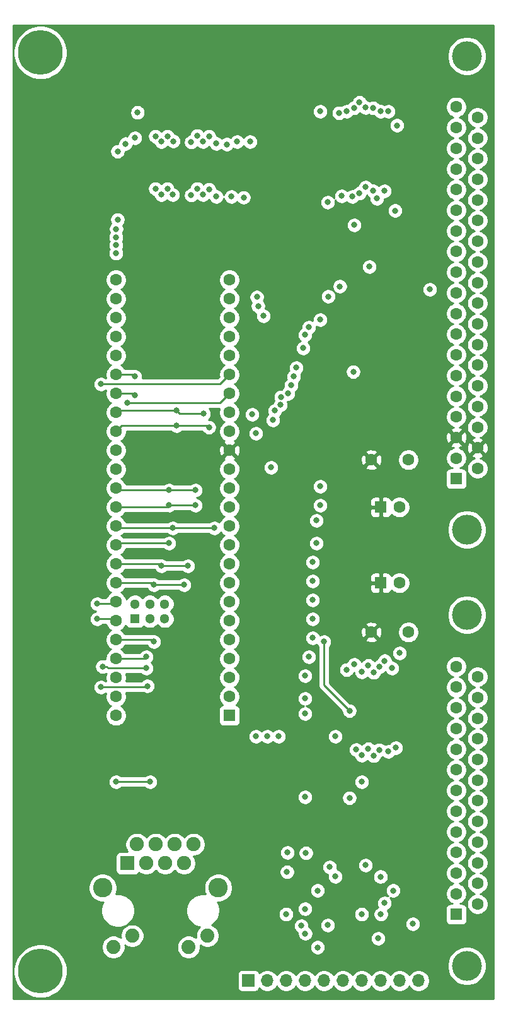
<source format=gbr>
G04 #@! TF.GenerationSoftware,KiCad,Pcbnew,5.1.5-52549c5~84~ubuntu18.04.1*
G04 #@! TF.CreationDate,2020-06-07T18:01:10-07:00*
G04 #@! TF.ProjectId,ram,72616d2e-6b69-4636-9164-5f7063625858,rev?*
G04 #@! TF.SameCoordinates,Original*
G04 #@! TF.FileFunction,Copper,L4,Bot*
G04 #@! TF.FilePolarity,Positive*
%FSLAX46Y46*%
G04 Gerber Fmt 4.6, Leading zero omitted, Abs format (unit mm)*
G04 Created by KiCad (PCBNEW 5.1.5-52549c5~84~ubuntu18.04.1) date 2020-06-07 18:01:10*
%MOMM*%
%LPD*%
G04 APERTURE LIST*
%ADD10O,1.700000X1.700000*%
%ADD11R,1.700000X1.700000*%
%ADD12C,1.600000*%
%ADD13R,1.600000X1.600000*%
%ADD14R,1.300000X1.300000*%
%ADD15C,1.300000*%
%ADD16C,2.600000*%
%ADD17C,1.890000*%
%ADD18C,1.900000*%
%ADD19R,1.900000X1.900000*%
%ADD20C,4.000000*%
%ADD21C,6.000000*%
%ADD22C,0.800000*%
%ADD23C,0.250000*%
%ADD24C,0.254000*%
G04 APERTURE END LIST*
D10*
X228600000Y-95250000D03*
X226060000Y-95250000D03*
X223520000Y-95250000D03*
X220980000Y-95250000D03*
X218440000Y-95250000D03*
X215900000Y-95250000D03*
X213360000Y-95250000D03*
X210820000Y-95250000D03*
X208280000Y-95250000D03*
D11*
X205740000Y-95250000D03*
D12*
X187960000Y-59690000D03*
X187960000Y-57150000D03*
X187960000Y-54610000D03*
X187960000Y-52070000D03*
X187960000Y-49530000D03*
X187960000Y-46990000D03*
X187960000Y-44450000D03*
X187960000Y-41910000D03*
X187960000Y-39370000D03*
X187960000Y-36830000D03*
X187960000Y-34290000D03*
X187960000Y-31750000D03*
X187960000Y-29210000D03*
X187960000Y-26670000D03*
D13*
X203200000Y-59690000D03*
D12*
X203200000Y-57150000D03*
X203200000Y-54610000D03*
X203200000Y-52070000D03*
X203200000Y-49530000D03*
X203200000Y-46990000D03*
X203200000Y-44450000D03*
X203200000Y-41910000D03*
X203200000Y-39370000D03*
X203200000Y-36830000D03*
X203200000Y-34290000D03*
X203200000Y-31750000D03*
X203200000Y-29210000D03*
X187960000Y-24130000D03*
X187960000Y-21590000D03*
X187960000Y-19050000D03*
X187960000Y-16510000D03*
X187960000Y-13970000D03*
X187960000Y-11430000D03*
X187960000Y-8890000D03*
X187960000Y-6350000D03*
X187960000Y-3810000D03*
X187960000Y-1270000D03*
X203200000Y-1270000D03*
X203200000Y-3810000D03*
X203200000Y-6350000D03*
X203200000Y-8890000D03*
X203200000Y-26670000D03*
X203200000Y-24130000D03*
X203200000Y-21590000D03*
X203200000Y-11430000D03*
X203200000Y-13970000D03*
X203200000Y-16510000D03*
X203200000Y-19050000D03*
D14*
X190500000Y-46720000D03*
D15*
X190500000Y-44720000D03*
X192500000Y-46720000D03*
X192500000Y-44720000D03*
X194500000Y-44720000D03*
X194500000Y-46720000D03*
D16*
X201704000Y-82792000D03*
X186154000Y-82792000D03*
D17*
X187604000Y-90742000D03*
X190144000Y-89222000D03*
X197714000Y-90742000D03*
X200254000Y-89222000D03*
D18*
X198374000Y-76962000D03*
X197104000Y-79502000D03*
X195834000Y-76962000D03*
X194564000Y-79502000D03*
X193294000Y-76962000D03*
X192024000Y-79502000D03*
X190754000Y-76962000D03*
D19*
X189484000Y-79502000D03*
D20*
X235100000Y28740000D03*
X235100000Y-34760000D03*
D12*
X236520000Y20535000D03*
X236520000Y17765000D03*
X236520000Y14995000D03*
X236520000Y12225000D03*
X236520000Y9455000D03*
X236520000Y6685000D03*
X236520000Y3915000D03*
X236520000Y1145000D03*
X236520000Y-1625000D03*
X236520000Y-4395000D03*
X236520000Y-7165000D03*
X236520000Y-9935000D03*
X236520000Y-12705000D03*
X236520000Y-15475000D03*
X236520000Y-18245000D03*
X236520000Y-21015000D03*
X236520000Y-23785000D03*
X236520000Y-26555000D03*
X233680000Y21920000D03*
X233680000Y19150000D03*
X233680000Y16380000D03*
X233680000Y13610000D03*
X233680000Y10840000D03*
X233680000Y8070000D03*
X233680000Y5300000D03*
X233680000Y2530000D03*
X233680000Y-240000D03*
X233680000Y-3010000D03*
X233680000Y-5780000D03*
X233680000Y-8550000D03*
X233680000Y-11320000D03*
X233680000Y-14090000D03*
X233680000Y-16860000D03*
X233680000Y-19630000D03*
X233680000Y-22400000D03*
X233680000Y-25170000D03*
D13*
X233680000Y-27940000D03*
D20*
X235100000Y-46190000D03*
X235100000Y-93290000D03*
D12*
X236520000Y-54505000D03*
X236520000Y-57275000D03*
X236520000Y-60045000D03*
X236520000Y-62815000D03*
X236520000Y-65585000D03*
X236520000Y-68355000D03*
X236520000Y-71125000D03*
X236520000Y-73895000D03*
X236520000Y-76665000D03*
X236520000Y-79435000D03*
X236520000Y-82205000D03*
X236520000Y-84975000D03*
X233680000Y-53120000D03*
X233680000Y-55890000D03*
X233680000Y-58660000D03*
X233680000Y-61430000D03*
X233680000Y-64200000D03*
X233680000Y-66970000D03*
X233680000Y-69740000D03*
X233680000Y-72510000D03*
X233680000Y-75280000D03*
X233680000Y-78050000D03*
X233680000Y-80820000D03*
X233680000Y-83590000D03*
D13*
X233680000Y-86360000D03*
D12*
X227250000Y-48514000D03*
X222250000Y-48514000D03*
X227250000Y-25400000D03*
X222250000Y-25400000D03*
X226020000Y-41910000D03*
D13*
X223520000Y-41910000D03*
D12*
X226020000Y-31750000D03*
D13*
X223520000Y-31750000D03*
D21*
X177800000Y29210000D03*
X177800000Y-93980000D03*
D22*
X217072000Y19460000D03*
X217014000Y8030000D03*
X216539000Y-9275000D03*
X216277000Y-19435000D03*
X226470000Y-61370000D03*
X226412000Y-72800000D03*
X225200000Y-76864000D03*
X215040000Y-76864000D03*
X226904000Y-85680000D03*
X216744000Y-85680000D03*
X200152000Y22860000D03*
X196088000Y6604000D03*
X216472000Y-3492000D03*
X217424000Y-62484000D03*
X217424000Y-81280000D03*
X206887000Y-3556000D03*
X206248000Y-19304000D03*
X213360000Y-85625000D03*
X210932000Y-80660000D03*
X213360000Y-59436000D03*
X213360000Y-70612000D03*
X203454000Y9906000D03*
X206756000Y-21844000D03*
X207046999Y-4789001D03*
X205094500Y9789500D03*
X208788000Y-26416000D03*
X207772000Y-6096000D03*
X205973000Y17272000D03*
X215392000Y-6604000D03*
X215392000Y-28956000D03*
X204216000Y17272000D03*
X215392000Y-31496000D03*
X213868000Y-7620000D03*
X202850000Y16922000D03*
X213360000Y-8636000D03*
X214884000Y-33528000D03*
X201422000Y17018000D03*
X214884000Y-36576000D03*
X213106000Y-10414000D03*
X190500000Y17780000D03*
X212184989Y-13048989D03*
X214376000Y-39116000D03*
X189250000Y16998000D03*
X214376000Y-41656000D03*
X211836000Y-14224000D03*
X188175000Y15963000D03*
X214376000Y-44196000D03*
X211487999Y-15399999D03*
X188175000Y6819000D03*
X214376000Y-46736000D03*
X211074000Y-16510000D03*
X187988501Y5559499D03*
X210109958Y-16966042D03*
X214376000Y-49276000D03*
X187960000Y4457996D03*
X210058000Y-18034000D03*
X213868000Y-51816000D03*
X187960000Y3384994D03*
X213360000Y-54356000D03*
X209296000Y-18796000D03*
X187960000Y2311992D03*
X213360000Y-57404000D03*
X209042000Y-20066000D03*
X221488000Y-79756000D03*
X220950000Y-86330000D03*
X210790000Y-86330000D03*
X223490000Y-81310000D03*
X193250000Y17990000D03*
X224028000Y10668000D03*
X185928000Y-15240000D03*
X218948000Y-53557998D03*
X194050000Y17278000D03*
X223012000Y9652000D03*
X189484000Y-17780000D03*
X219964000Y-52832000D03*
X194850000Y18002000D03*
X222504000Y10668000D03*
X190500000Y-16764000D03*
X220980000Y-53848000D03*
X219964000Y6096000D03*
X195650000Y17342000D03*
X221488000Y11176000D03*
X190500000Y-14224000D03*
X221849999Y-52978001D03*
X198050000Y17202000D03*
X220655000Y10343000D03*
X185420000Y-46736000D03*
X222575000Y-53919000D03*
X185928000Y-55880000D03*
X192168999Y-55735001D03*
X198850000Y18066000D03*
X219710000Y9906000D03*
X185420000Y-44704000D03*
X223324999Y-53144999D03*
X186145001Y-53122999D03*
X192024000Y-53340000D03*
X199650000Y17278000D03*
X218268206Y9988206D03*
X224050000Y-52346000D03*
X192024000Y-51816000D03*
X200450000Y17990000D03*
X216408000Y9144000D03*
X193040000Y-49784000D03*
X225044000Y-53340000D03*
X200450000Y10878000D03*
X224536000Y21336000D03*
X195580000Y-34544000D03*
X220218000Y-64262000D03*
X201168000Y-34544000D03*
X199650000Y10154000D03*
X223506000Y21336000D03*
X195072000Y-36576000D03*
X220980000Y-68580000D03*
X198850000Y10954000D03*
X222504000Y21786998D03*
X196088000Y-20828000D03*
X220980000Y-65024000D03*
X200442999Y-21045001D03*
X198050000Y10090000D03*
X221488000Y21844000D03*
X196088000Y-18796000D03*
X221849999Y-64154001D03*
X199717998Y-19230002D03*
X195580000Y10160000D03*
X220655000Y22535000D03*
X195072000Y-31496000D03*
X222575000Y-65095000D03*
X198628000Y-31496000D03*
X194850000Y10954000D03*
X219929999Y21809999D03*
X195072000Y-29464000D03*
X223300001Y-64296001D03*
X198628000Y-29464000D03*
X194050000Y10166000D03*
X218948000Y21336000D03*
X194056000Y-39624000D03*
X224536000Y-64516000D03*
X197612000Y-39624000D03*
X193250000Y10966000D03*
X217932000Y21118002D03*
X193040000Y-42164000D03*
X225552000Y-64008000D03*
X197104000Y-42164000D03*
X230124000Y-2540000D03*
X190850000Y21178000D03*
X187960000Y-68580000D03*
X192532000Y-68580000D03*
X215040000Y-90776000D03*
X201422000Y9906000D03*
X209804000Y-62484000D03*
X216662000Y-80010000D03*
X210992000Y-78060000D03*
X225200000Y-83156000D03*
X213390000Y-88930000D03*
X213473500Y-78118500D03*
X223550000Y-86330000D03*
X223184000Y-89580000D03*
X215392000Y21336000D03*
X221996000Y508000D03*
X226060000Y-51308000D03*
X227838000Y-87630000D03*
X225708000Y19460000D03*
X225454000Y8030000D03*
X218030000Y-2130000D03*
X219833000Y-13585000D03*
X219325000Y-70743000D03*
X216408000Y-87797002D03*
X215900000Y-49784000D03*
X219325000Y-59059000D03*
X215040000Y-83156000D03*
X208280000Y-62484000D03*
X224028000Y-84836000D03*
X212852000Y-87884000D03*
X206756000Y-62484000D03*
D23*
X201930000Y-15240000D02*
X203200000Y-13970000D01*
X185928000Y-15240000D02*
X201930000Y-15240000D01*
X201930000Y-17780000D02*
X203200000Y-16510000D01*
X189484000Y-17780000D02*
X201930000Y-17780000D01*
X190246000Y-16510000D02*
X190500000Y-16764000D01*
X187960000Y-16510000D02*
X190246000Y-16510000D01*
X190246000Y-13970000D02*
X190500000Y-14224000D01*
X187960000Y-13970000D02*
X190246000Y-13970000D01*
X187706000Y-46736000D02*
X187960000Y-46990000D01*
X185420000Y-46736000D02*
X187706000Y-46736000D01*
X192024000Y-55880000D02*
X192168999Y-55735001D01*
X185928000Y-55880000D02*
X192024000Y-55880000D01*
X187706000Y-44704000D02*
X187960000Y-44450000D01*
X185420000Y-44704000D02*
X187706000Y-44704000D01*
X191458315Y-53340000D02*
X192024000Y-53340000D01*
X186927687Y-53340000D02*
X191458315Y-53340000D01*
X186710686Y-53122999D02*
X186927687Y-53340000D01*
X186145001Y-53122999D02*
X186710686Y-53122999D01*
X191770000Y-52070000D02*
X192024000Y-51816000D01*
X187960000Y-52070000D02*
X191770000Y-52070000D01*
X192786000Y-49530000D02*
X193040000Y-49784000D01*
X187960000Y-49530000D02*
X192786000Y-49530000D01*
X188214000Y-34544000D02*
X187960000Y-34290000D01*
X195580000Y-34544000D02*
X188214000Y-34544000D01*
X195580000Y-34544000D02*
X201168000Y-34544000D01*
X188214000Y-36576000D02*
X187960000Y-36830000D01*
X195072000Y-36576000D02*
X188214000Y-36576000D01*
X188722000Y-20828000D02*
X187960000Y-21590000D01*
X196088000Y-20828000D02*
X188722000Y-20828000D01*
X200225998Y-20828000D02*
X200442999Y-21045001D01*
X196088000Y-20828000D02*
X200225998Y-20828000D01*
X188214000Y-18796000D02*
X187960000Y-19050000D01*
X196088000Y-18796000D02*
X188214000Y-18796000D01*
X196522002Y-19230002D02*
X196088000Y-18796000D01*
X199717998Y-19230002D02*
X196522002Y-19230002D01*
X194818000Y-31750000D02*
X195072000Y-31496000D01*
X187960000Y-31750000D02*
X194818000Y-31750000D01*
X195072000Y-31496000D02*
X198628000Y-31496000D01*
X188214000Y-29464000D02*
X187960000Y-29210000D01*
X195072000Y-29464000D02*
X188214000Y-29464000D01*
X195072000Y-29464000D02*
X198628000Y-29464000D01*
X187960000Y-39370000D02*
X193802000Y-39370000D01*
X193802000Y-39370000D02*
X194056000Y-39624000D01*
X194056000Y-39624000D02*
X194056000Y-39624000D01*
X194056000Y-39624000D02*
X197612000Y-39624000D01*
X192786000Y-41910000D02*
X193040000Y-42164000D01*
X187960000Y-41910000D02*
X192786000Y-41910000D01*
X193040000Y-42164000D02*
X197104000Y-42164000D01*
X187960000Y-68580000D02*
X192532000Y-68580000D01*
X192532000Y-68580000D02*
X192532000Y-68580000D01*
X215900000Y-55634000D02*
X219325000Y-59059000D01*
X215900000Y-49784000D02*
X215900000Y-55634000D01*
D24*
G36*
X238633000Y-97663000D02*
G01*
X174117000Y-97663000D01*
X174117000Y-93621984D01*
X174165000Y-93621984D01*
X174165000Y-94338016D01*
X174304691Y-95040290D01*
X174578705Y-95701818D01*
X174976511Y-96297177D01*
X175482823Y-96803489D01*
X176078182Y-97201295D01*
X176739710Y-97475309D01*
X177441984Y-97615000D01*
X178158016Y-97615000D01*
X178860290Y-97475309D01*
X179521818Y-97201295D01*
X180117177Y-96803489D01*
X180623489Y-96297177D01*
X181021295Y-95701818D01*
X181295309Y-95040290D01*
X181422670Y-94400000D01*
X204251928Y-94400000D01*
X204251928Y-96100000D01*
X204264188Y-96224482D01*
X204300498Y-96344180D01*
X204359463Y-96454494D01*
X204438815Y-96551185D01*
X204535506Y-96630537D01*
X204645820Y-96689502D01*
X204765518Y-96725812D01*
X204890000Y-96738072D01*
X206590000Y-96738072D01*
X206714482Y-96725812D01*
X206834180Y-96689502D01*
X206944494Y-96630537D01*
X207041185Y-96551185D01*
X207120537Y-96454494D01*
X207179502Y-96344180D01*
X207201513Y-96271620D01*
X207333368Y-96403475D01*
X207576589Y-96565990D01*
X207846842Y-96677932D01*
X208133740Y-96735000D01*
X208426260Y-96735000D01*
X208713158Y-96677932D01*
X208983411Y-96565990D01*
X209226632Y-96403475D01*
X209433475Y-96196632D01*
X209550000Y-96022240D01*
X209666525Y-96196632D01*
X209873368Y-96403475D01*
X210116589Y-96565990D01*
X210386842Y-96677932D01*
X210673740Y-96735000D01*
X210966260Y-96735000D01*
X211253158Y-96677932D01*
X211523411Y-96565990D01*
X211766632Y-96403475D01*
X211973475Y-96196632D01*
X212090000Y-96022240D01*
X212206525Y-96196632D01*
X212413368Y-96403475D01*
X212656589Y-96565990D01*
X212926842Y-96677932D01*
X213213740Y-96735000D01*
X213506260Y-96735000D01*
X213793158Y-96677932D01*
X214063411Y-96565990D01*
X214306632Y-96403475D01*
X214513475Y-96196632D01*
X214630000Y-96022240D01*
X214746525Y-96196632D01*
X214953368Y-96403475D01*
X215196589Y-96565990D01*
X215466842Y-96677932D01*
X215753740Y-96735000D01*
X216046260Y-96735000D01*
X216333158Y-96677932D01*
X216603411Y-96565990D01*
X216846632Y-96403475D01*
X217053475Y-96196632D01*
X217170000Y-96022240D01*
X217286525Y-96196632D01*
X217493368Y-96403475D01*
X217736589Y-96565990D01*
X218006842Y-96677932D01*
X218293740Y-96735000D01*
X218586260Y-96735000D01*
X218873158Y-96677932D01*
X219143411Y-96565990D01*
X219386632Y-96403475D01*
X219593475Y-96196632D01*
X219710000Y-96022240D01*
X219826525Y-96196632D01*
X220033368Y-96403475D01*
X220276589Y-96565990D01*
X220546842Y-96677932D01*
X220833740Y-96735000D01*
X221126260Y-96735000D01*
X221413158Y-96677932D01*
X221683411Y-96565990D01*
X221926632Y-96403475D01*
X222133475Y-96196632D01*
X222250000Y-96022240D01*
X222366525Y-96196632D01*
X222573368Y-96403475D01*
X222816589Y-96565990D01*
X223086842Y-96677932D01*
X223373740Y-96735000D01*
X223666260Y-96735000D01*
X223953158Y-96677932D01*
X224223411Y-96565990D01*
X224466632Y-96403475D01*
X224673475Y-96196632D01*
X224790000Y-96022240D01*
X224906525Y-96196632D01*
X225113368Y-96403475D01*
X225356589Y-96565990D01*
X225626842Y-96677932D01*
X225913740Y-96735000D01*
X226206260Y-96735000D01*
X226493158Y-96677932D01*
X226763411Y-96565990D01*
X227006632Y-96403475D01*
X227213475Y-96196632D01*
X227330000Y-96022240D01*
X227446525Y-96196632D01*
X227653368Y-96403475D01*
X227896589Y-96565990D01*
X228166842Y-96677932D01*
X228453740Y-96735000D01*
X228746260Y-96735000D01*
X229033158Y-96677932D01*
X229303411Y-96565990D01*
X229546632Y-96403475D01*
X229753475Y-96196632D01*
X229915990Y-95953411D01*
X230027932Y-95683158D01*
X230085000Y-95396260D01*
X230085000Y-95103740D01*
X230027932Y-94816842D01*
X229915990Y-94546589D01*
X229753475Y-94303368D01*
X229546632Y-94096525D01*
X229303411Y-93934010D01*
X229033158Y-93822068D01*
X228746260Y-93765000D01*
X228453740Y-93765000D01*
X228166842Y-93822068D01*
X227896589Y-93934010D01*
X227653368Y-94096525D01*
X227446525Y-94303368D01*
X227330000Y-94477760D01*
X227213475Y-94303368D01*
X227006632Y-94096525D01*
X226763411Y-93934010D01*
X226493158Y-93822068D01*
X226206260Y-93765000D01*
X225913740Y-93765000D01*
X225626842Y-93822068D01*
X225356589Y-93934010D01*
X225113368Y-94096525D01*
X224906525Y-94303368D01*
X224790000Y-94477760D01*
X224673475Y-94303368D01*
X224466632Y-94096525D01*
X224223411Y-93934010D01*
X223953158Y-93822068D01*
X223666260Y-93765000D01*
X223373740Y-93765000D01*
X223086842Y-93822068D01*
X222816589Y-93934010D01*
X222573368Y-94096525D01*
X222366525Y-94303368D01*
X222250000Y-94477760D01*
X222133475Y-94303368D01*
X221926632Y-94096525D01*
X221683411Y-93934010D01*
X221413158Y-93822068D01*
X221126260Y-93765000D01*
X220833740Y-93765000D01*
X220546842Y-93822068D01*
X220276589Y-93934010D01*
X220033368Y-94096525D01*
X219826525Y-94303368D01*
X219710000Y-94477760D01*
X219593475Y-94303368D01*
X219386632Y-94096525D01*
X219143411Y-93934010D01*
X218873158Y-93822068D01*
X218586260Y-93765000D01*
X218293740Y-93765000D01*
X218006842Y-93822068D01*
X217736589Y-93934010D01*
X217493368Y-94096525D01*
X217286525Y-94303368D01*
X217170000Y-94477760D01*
X217053475Y-94303368D01*
X216846632Y-94096525D01*
X216603411Y-93934010D01*
X216333158Y-93822068D01*
X216046260Y-93765000D01*
X215753740Y-93765000D01*
X215466842Y-93822068D01*
X215196589Y-93934010D01*
X214953368Y-94096525D01*
X214746525Y-94303368D01*
X214630000Y-94477760D01*
X214513475Y-94303368D01*
X214306632Y-94096525D01*
X214063411Y-93934010D01*
X213793158Y-93822068D01*
X213506260Y-93765000D01*
X213213740Y-93765000D01*
X212926842Y-93822068D01*
X212656589Y-93934010D01*
X212413368Y-94096525D01*
X212206525Y-94303368D01*
X212090000Y-94477760D01*
X211973475Y-94303368D01*
X211766632Y-94096525D01*
X211523411Y-93934010D01*
X211253158Y-93822068D01*
X210966260Y-93765000D01*
X210673740Y-93765000D01*
X210386842Y-93822068D01*
X210116589Y-93934010D01*
X209873368Y-94096525D01*
X209666525Y-94303368D01*
X209550000Y-94477760D01*
X209433475Y-94303368D01*
X209226632Y-94096525D01*
X208983411Y-93934010D01*
X208713158Y-93822068D01*
X208426260Y-93765000D01*
X208133740Y-93765000D01*
X207846842Y-93822068D01*
X207576589Y-93934010D01*
X207333368Y-94096525D01*
X207201513Y-94228380D01*
X207179502Y-94155820D01*
X207120537Y-94045506D01*
X207041185Y-93948815D01*
X206944494Y-93869463D01*
X206834180Y-93810498D01*
X206714482Y-93774188D01*
X206590000Y-93761928D01*
X204890000Y-93761928D01*
X204765518Y-93774188D01*
X204645820Y-93810498D01*
X204535506Y-93869463D01*
X204438815Y-93948815D01*
X204359463Y-94045506D01*
X204300498Y-94155820D01*
X204264188Y-94275518D01*
X204251928Y-94400000D01*
X181422670Y-94400000D01*
X181435000Y-94338016D01*
X181435000Y-93621984D01*
X181317342Y-93030475D01*
X232465000Y-93030475D01*
X232465000Y-93549525D01*
X232566261Y-94058601D01*
X232764893Y-94538141D01*
X233053262Y-94969715D01*
X233420285Y-95336738D01*
X233851859Y-95625107D01*
X234331399Y-95823739D01*
X234840475Y-95925000D01*
X235359525Y-95925000D01*
X235868601Y-95823739D01*
X236348141Y-95625107D01*
X236779715Y-95336738D01*
X237146738Y-94969715D01*
X237435107Y-94538141D01*
X237633739Y-94058601D01*
X237735000Y-93549525D01*
X237735000Y-93030475D01*
X237633739Y-92521399D01*
X237435107Y-92041859D01*
X237146738Y-91610285D01*
X236779715Y-91243262D01*
X236348141Y-90954893D01*
X235868601Y-90756261D01*
X235359525Y-90655000D01*
X234840475Y-90655000D01*
X234331399Y-90756261D01*
X233851859Y-90954893D01*
X233420285Y-91243262D01*
X233053262Y-91610285D01*
X232764893Y-92041859D01*
X232566261Y-92521399D01*
X232465000Y-93030475D01*
X181317342Y-93030475D01*
X181295309Y-92919710D01*
X181021295Y-92258182D01*
X180623489Y-91662823D01*
X180117177Y-91156511D01*
X179521818Y-90758705D01*
X179105799Y-90586384D01*
X186024000Y-90586384D01*
X186024000Y-90897616D01*
X186084718Y-91202869D01*
X186203822Y-91490411D01*
X186376734Y-91749191D01*
X186596809Y-91969266D01*
X186855589Y-92142178D01*
X187143131Y-92261282D01*
X187448384Y-92322000D01*
X187759616Y-92322000D01*
X188064869Y-92261282D01*
X188352411Y-92142178D01*
X188611191Y-91969266D01*
X188831266Y-91749191D01*
X189004178Y-91490411D01*
X189123282Y-91202869D01*
X189184000Y-90897616D01*
X189184000Y-90586384D01*
X189159779Y-90464614D01*
X189395589Y-90622178D01*
X189683131Y-90741282D01*
X189988384Y-90802000D01*
X190299616Y-90802000D01*
X190604869Y-90741282D01*
X190892411Y-90622178D01*
X190945980Y-90586384D01*
X196134000Y-90586384D01*
X196134000Y-90897616D01*
X196194718Y-91202869D01*
X196313822Y-91490411D01*
X196486734Y-91749191D01*
X196706809Y-91969266D01*
X196965589Y-92142178D01*
X197253131Y-92261282D01*
X197558384Y-92322000D01*
X197869616Y-92322000D01*
X198174869Y-92261282D01*
X198462411Y-92142178D01*
X198721191Y-91969266D01*
X198941266Y-91749191D01*
X199114178Y-91490411D01*
X199233282Y-91202869D01*
X199294000Y-90897616D01*
X199294000Y-90586384D01*
X199269779Y-90464614D01*
X199505589Y-90622178D01*
X199793131Y-90741282D01*
X200098384Y-90802000D01*
X200409616Y-90802000D01*
X200714869Y-90741282D01*
X200877154Y-90674061D01*
X214005000Y-90674061D01*
X214005000Y-90877939D01*
X214044774Y-91077898D01*
X214122795Y-91266256D01*
X214236063Y-91435774D01*
X214380226Y-91579937D01*
X214549744Y-91693205D01*
X214738102Y-91771226D01*
X214938061Y-91811000D01*
X215141939Y-91811000D01*
X215341898Y-91771226D01*
X215530256Y-91693205D01*
X215699774Y-91579937D01*
X215843937Y-91435774D01*
X215957205Y-91266256D01*
X216035226Y-91077898D01*
X216075000Y-90877939D01*
X216075000Y-90674061D01*
X216035226Y-90474102D01*
X215957205Y-90285744D01*
X215843937Y-90116226D01*
X215699774Y-89972063D01*
X215530256Y-89858795D01*
X215341898Y-89780774D01*
X215141939Y-89741000D01*
X214938061Y-89741000D01*
X214738102Y-89780774D01*
X214549744Y-89858795D01*
X214380226Y-89972063D01*
X214236063Y-90116226D01*
X214122795Y-90285744D01*
X214044774Y-90474102D01*
X214005000Y-90674061D01*
X200877154Y-90674061D01*
X201002411Y-90622178D01*
X201261191Y-90449266D01*
X201481266Y-90229191D01*
X201654178Y-89970411D01*
X201773282Y-89682869D01*
X201834000Y-89377616D01*
X201834000Y-89066384D01*
X201773282Y-88761131D01*
X201654178Y-88473589D01*
X201481266Y-88214809D01*
X201261191Y-87994734D01*
X201002411Y-87821822D01*
X200906420Y-87782061D01*
X211817000Y-87782061D01*
X211817000Y-87985939D01*
X211856774Y-88185898D01*
X211934795Y-88374256D01*
X212048063Y-88543774D01*
X212192226Y-88687937D01*
X212360506Y-88800378D01*
X212355000Y-88828061D01*
X212355000Y-89031939D01*
X212394774Y-89231898D01*
X212472795Y-89420256D01*
X212586063Y-89589774D01*
X212730226Y-89733937D01*
X212899744Y-89847205D01*
X213088102Y-89925226D01*
X213288061Y-89965000D01*
X213491939Y-89965000D01*
X213691898Y-89925226D01*
X213880256Y-89847205D01*
X214049774Y-89733937D01*
X214193937Y-89589774D01*
X214268581Y-89478061D01*
X222149000Y-89478061D01*
X222149000Y-89681939D01*
X222188774Y-89881898D01*
X222266795Y-90070256D01*
X222380063Y-90239774D01*
X222524226Y-90383937D01*
X222693744Y-90497205D01*
X222882102Y-90575226D01*
X223082061Y-90615000D01*
X223285939Y-90615000D01*
X223485898Y-90575226D01*
X223674256Y-90497205D01*
X223843774Y-90383937D01*
X223987937Y-90239774D01*
X224101205Y-90070256D01*
X224179226Y-89881898D01*
X224219000Y-89681939D01*
X224219000Y-89478061D01*
X224179226Y-89278102D01*
X224101205Y-89089744D01*
X223987937Y-88920226D01*
X223843774Y-88776063D01*
X223674256Y-88662795D01*
X223485898Y-88584774D01*
X223285939Y-88545000D01*
X223082061Y-88545000D01*
X222882102Y-88584774D01*
X222693744Y-88662795D01*
X222524226Y-88776063D01*
X222380063Y-88920226D01*
X222266795Y-89089744D01*
X222188774Y-89278102D01*
X222149000Y-89478061D01*
X214268581Y-89478061D01*
X214307205Y-89420256D01*
X214385226Y-89231898D01*
X214425000Y-89031939D01*
X214425000Y-88828061D01*
X214385226Y-88628102D01*
X214307205Y-88439744D01*
X214193937Y-88270226D01*
X214049774Y-88126063D01*
X213881494Y-88013622D01*
X213887000Y-87985939D01*
X213887000Y-87782061D01*
X213869696Y-87695063D01*
X215373000Y-87695063D01*
X215373000Y-87898941D01*
X215412774Y-88098900D01*
X215490795Y-88287258D01*
X215604063Y-88456776D01*
X215748226Y-88600939D01*
X215917744Y-88714207D01*
X216106102Y-88792228D01*
X216306061Y-88832002D01*
X216509939Y-88832002D01*
X216709898Y-88792228D01*
X216898256Y-88714207D01*
X217067774Y-88600939D01*
X217211937Y-88456776D01*
X217325205Y-88287258D01*
X217403226Y-88098900D01*
X217443000Y-87898941D01*
X217443000Y-87695063D01*
X217409782Y-87528061D01*
X226803000Y-87528061D01*
X226803000Y-87731939D01*
X226842774Y-87931898D01*
X226920795Y-88120256D01*
X227034063Y-88289774D01*
X227178226Y-88433937D01*
X227347744Y-88547205D01*
X227536102Y-88625226D01*
X227736061Y-88665000D01*
X227939939Y-88665000D01*
X228139898Y-88625226D01*
X228328256Y-88547205D01*
X228497774Y-88433937D01*
X228641937Y-88289774D01*
X228755205Y-88120256D01*
X228833226Y-87931898D01*
X228873000Y-87731939D01*
X228873000Y-87528061D01*
X228833226Y-87328102D01*
X228755205Y-87139744D01*
X228641937Y-86970226D01*
X228497774Y-86826063D01*
X228328256Y-86712795D01*
X228139898Y-86634774D01*
X227939939Y-86595000D01*
X227736061Y-86595000D01*
X227536102Y-86634774D01*
X227347744Y-86712795D01*
X227178226Y-86826063D01*
X227034063Y-86970226D01*
X226920795Y-87139744D01*
X226842774Y-87328102D01*
X226803000Y-87528061D01*
X217409782Y-87528061D01*
X217403226Y-87495104D01*
X217325205Y-87306746D01*
X217211937Y-87137228D01*
X217067774Y-86993065D01*
X216898256Y-86879797D01*
X216709898Y-86801776D01*
X216509939Y-86762002D01*
X216306061Y-86762002D01*
X216106102Y-86801776D01*
X215917744Y-86879797D01*
X215748226Y-86993065D01*
X215604063Y-87137228D01*
X215490795Y-87306746D01*
X215412774Y-87495104D01*
X215373000Y-87695063D01*
X213869696Y-87695063D01*
X213847226Y-87582102D01*
X213769205Y-87393744D01*
X213655937Y-87224226D01*
X213511774Y-87080063D01*
X213342256Y-86966795D01*
X213153898Y-86888774D01*
X212953939Y-86849000D01*
X212750061Y-86849000D01*
X212550102Y-86888774D01*
X212361744Y-86966795D01*
X212192226Y-87080063D01*
X212048063Y-87224226D01*
X211934795Y-87393744D01*
X211856774Y-87582102D01*
X211817000Y-87782061D01*
X200906420Y-87782061D01*
X200845902Y-87756994D01*
X201084666Y-87597456D01*
X201399456Y-87282666D01*
X201646786Y-86912511D01*
X201817149Y-86501218D01*
X201871483Y-86228061D01*
X209755000Y-86228061D01*
X209755000Y-86431939D01*
X209794774Y-86631898D01*
X209872795Y-86820256D01*
X209986063Y-86989774D01*
X210130226Y-87133937D01*
X210299744Y-87247205D01*
X210488102Y-87325226D01*
X210688061Y-87365000D01*
X210891939Y-87365000D01*
X211091898Y-87325226D01*
X211280256Y-87247205D01*
X211449774Y-87133937D01*
X211593937Y-86989774D01*
X211707205Y-86820256D01*
X211785226Y-86631898D01*
X211825000Y-86431939D01*
X211825000Y-86228061D01*
X211785226Y-86028102D01*
X211707205Y-85839744D01*
X211593937Y-85670226D01*
X211449774Y-85526063D01*
X211445282Y-85523061D01*
X212325000Y-85523061D01*
X212325000Y-85726939D01*
X212364774Y-85926898D01*
X212442795Y-86115256D01*
X212556063Y-86284774D01*
X212700226Y-86428937D01*
X212869744Y-86542205D01*
X213058102Y-86620226D01*
X213258061Y-86660000D01*
X213461939Y-86660000D01*
X213661898Y-86620226D01*
X213850256Y-86542205D01*
X214019774Y-86428937D01*
X214163937Y-86284774D01*
X214201831Y-86228061D01*
X219915000Y-86228061D01*
X219915000Y-86431939D01*
X219954774Y-86631898D01*
X220032795Y-86820256D01*
X220146063Y-86989774D01*
X220290226Y-87133937D01*
X220459744Y-87247205D01*
X220648102Y-87325226D01*
X220848061Y-87365000D01*
X221051939Y-87365000D01*
X221251898Y-87325226D01*
X221440256Y-87247205D01*
X221609774Y-87133937D01*
X221753937Y-86989774D01*
X221867205Y-86820256D01*
X221945226Y-86631898D01*
X221985000Y-86431939D01*
X221985000Y-86228061D01*
X222515000Y-86228061D01*
X222515000Y-86431939D01*
X222554774Y-86631898D01*
X222632795Y-86820256D01*
X222746063Y-86989774D01*
X222890226Y-87133937D01*
X223059744Y-87247205D01*
X223248102Y-87325226D01*
X223448061Y-87365000D01*
X223651939Y-87365000D01*
X223851898Y-87325226D01*
X224040256Y-87247205D01*
X224209774Y-87133937D01*
X224353937Y-86989774D01*
X224467205Y-86820256D01*
X224545226Y-86631898D01*
X224585000Y-86431939D01*
X224585000Y-86228061D01*
X224545226Y-86028102D01*
X224467205Y-85839744D01*
X224432983Y-85788527D01*
X224518256Y-85753205D01*
X224687774Y-85639937D01*
X224767711Y-85560000D01*
X232241928Y-85560000D01*
X232241928Y-87160000D01*
X232254188Y-87284482D01*
X232290498Y-87404180D01*
X232349463Y-87514494D01*
X232428815Y-87611185D01*
X232525506Y-87690537D01*
X232635820Y-87749502D01*
X232755518Y-87785812D01*
X232880000Y-87798072D01*
X234480000Y-87798072D01*
X234604482Y-87785812D01*
X234724180Y-87749502D01*
X234834494Y-87690537D01*
X234931185Y-87611185D01*
X235010537Y-87514494D01*
X235069502Y-87404180D01*
X235105812Y-87284482D01*
X235118072Y-87160000D01*
X235118072Y-85560000D01*
X235105812Y-85435518D01*
X235069502Y-85315820D01*
X235010537Y-85205506D01*
X234931185Y-85108815D01*
X234834494Y-85029463D01*
X234724180Y-84970498D01*
X234604482Y-84934188D01*
X234480000Y-84921928D01*
X234214275Y-84921928D01*
X234359727Y-84861680D01*
X234594759Y-84704637D01*
X234794637Y-84504759D01*
X234951680Y-84269727D01*
X235059853Y-84008574D01*
X235115000Y-83731335D01*
X235115000Y-83448665D01*
X235059853Y-83171426D01*
X234951680Y-82910273D01*
X234794637Y-82675241D01*
X234594759Y-82475363D01*
X234359727Y-82318320D01*
X234098574Y-82210147D01*
X234072699Y-82205000D01*
X234098574Y-82199853D01*
X234359727Y-82091680D01*
X234594759Y-81934637D01*
X234794637Y-81734759D01*
X234951680Y-81499727D01*
X235059853Y-81238574D01*
X235115000Y-80961335D01*
X235115000Y-80678665D01*
X235059853Y-80401426D01*
X234951680Y-80140273D01*
X234794637Y-79905241D01*
X234594759Y-79705363D01*
X234359727Y-79548320D01*
X234098574Y-79440147D01*
X234072699Y-79435000D01*
X234098574Y-79429853D01*
X234359727Y-79321680D01*
X234594759Y-79164637D01*
X234794637Y-78964759D01*
X234951680Y-78729727D01*
X235059853Y-78468574D01*
X235115000Y-78191335D01*
X235115000Y-77908665D01*
X235059853Y-77631426D01*
X234951680Y-77370273D01*
X234794637Y-77135241D01*
X234594759Y-76935363D01*
X234359727Y-76778320D01*
X234098574Y-76670147D01*
X234072699Y-76665000D01*
X234098574Y-76659853D01*
X234359727Y-76551680D01*
X234594759Y-76394637D01*
X234794637Y-76194759D01*
X234951680Y-75959727D01*
X235059853Y-75698574D01*
X235115000Y-75421335D01*
X235115000Y-75138665D01*
X235059853Y-74861426D01*
X234951680Y-74600273D01*
X234794637Y-74365241D01*
X234594759Y-74165363D01*
X234359727Y-74008320D01*
X234098574Y-73900147D01*
X234072699Y-73895000D01*
X234098574Y-73889853D01*
X234359727Y-73781680D01*
X234594759Y-73624637D01*
X234794637Y-73424759D01*
X234951680Y-73189727D01*
X235059853Y-72928574D01*
X235115000Y-72651335D01*
X235115000Y-72368665D01*
X235059853Y-72091426D01*
X234951680Y-71830273D01*
X234794637Y-71595241D01*
X234594759Y-71395363D01*
X234359727Y-71238320D01*
X234098574Y-71130147D01*
X234072699Y-71125000D01*
X234098574Y-71119853D01*
X234359727Y-71011680D01*
X234594759Y-70854637D01*
X234794637Y-70654759D01*
X234951680Y-70419727D01*
X235059853Y-70158574D01*
X235115000Y-69881335D01*
X235115000Y-69598665D01*
X235059853Y-69321426D01*
X234951680Y-69060273D01*
X234794637Y-68825241D01*
X234594759Y-68625363D01*
X234359727Y-68468320D01*
X234098574Y-68360147D01*
X234072699Y-68355000D01*
X234098574Y-68349853D01*
X234359727Y-68241680D01*
X234594759Y-68084637D01*
X234794637Y-67884759D01*
X234951680Y-67649727D01*
X235059853Y-67388574D01*
X235115000Y-67111335D01*
X235115000Y-66828665D01*
X235059853Y-66551426D01*
X234951680Y-66290273D01*
X234794637Y-66055241D01*
X234594759Y-65855363D01*
X234359727Y-65698320D01*
X234098574Y-65590147D01*
X234072699Y-65585000D01*
X234098574Y-65579853D01*
X234359727Y-65471680D01*
X234594759Y-65314637D01*
X234794637Y-65114759D01*
X234951680Y-64879727D01*
X235059853Y-64618574D01*
X235115000Y-64341335D01*
X235115000Y-64058665D01*
X235059853Y-63781426D01*
X234951680Y-63520273D01*
X234794637Y-63285241D01*
X234594759Y-63085363D01*
X234359727Y-62928320D01*
X234098574Y-62820147D01*
X234072699Y-62815000D01*
X234098574Y-62809853D01*
X234359727Y-62701680D01*
X234594759Y-62544637D01*
X234794637Y-62344759D01*
X234951680Y-62109727D01*
X235059853Y-61848574D01*
X235115000Y-61571335D01*
X235115000Y-61288665D01*
X235059853Y-61011426D01*
X234951680Y-60750273D01*
X234794637Y-60515241D01*
X234594759Y-60315363D01*
X234359727Y-60158320D01*
X234098574Y-60050147D01*
X234072699Y-60045000D01*
X234098574Y-60039853D01*
X234359727Y-59931680D01*
X234594759Y-59774637D01*
X234794637Y-59574759D01*
X234951680Y-59339727D01*
X235059853Y-59078574D01*
X235115000Y-58801335D01*
X235115000Y-58518665D01*
X235059853Y-58241426D01*
X234951680Y-57980273D01*
X234794637Y-57745241D01*
X234594759Y-57545363D01*
X234359727Y-57388320D01*
X234098574Y-57280147D01*
X234072699Y-57275000D01*
X234098574Y-57269853D01*
X234359727Y-57161680D01*
X234594759Y-57004637D01*
X234794637Y-56804759D01*
X234951680Y-56569727D01*
X235059853Y-56308574D01*
X235115000Y-56031335D01*
X235115000Y-55748665D01*
X235059853Y-55471426D01*
X234951680Y-55210273D01*
X234794637Y-54975241D01*
X234594759Y-54775363D01*
X234359727Y-54618320D01*
X234098574Y-54510147D01*
X234072699Y-54505000D01*
X234098574Y-54499853D01*
X234359727Y-54391680D01*
X234401654Y-54363665D01*
X235085000Y-54363665D01*
X235085000Y-54646335D01*
X235140147Y-54923574D01*
X235248320Y-55184727D01*
X235405363Y-55419759D01*
X235605241Y-55619637D01*
X235840273Y-55776680D01*
X236101426Y-55884853D01*
X236127301Y-55890000D01*
X236101426Y-55895147D01*
X235840273Y-56003320D01*
X235605241Y-56160363D01*
X235405363Y-56360241D01*
X235248320Y-56595273D01*
X235140147Y-56856426D01*
X235085000Y-57133665D01*
X235085000Y-57416335D01*
X235140147Y-57693574D01*
X235248320Y-57954727D01*
X235405363Y-58189759D01*
X235605241Y-58389637D01*
X235840273Y-58546680D01*
X236101426Y-58654853D01*
X236127301Y-58660000D01*
X236101426Y-58665147D01*
X235840273Y-58773320D01*
X235605241Y-58930363D01*
X235405363Y-59130241D01*
X235248320Y-59365273D01*
X235140147Y-59626426D01*
X235085000Y-59903665D01*
X235085000Y-60186335D01*
X235140147Y-60463574D01*
X235248320Y-60724727D01*
X235405363Y-60959759D01*
X235605241Y-61159637D01*
X235840273Y-61316680D01*
X236101426Y-61424853D01*
X236127301Y-61430000D01*
X236101426Y-61435147D01*
X235840273Y-61543320D01*
X235605241Y-61700363D01*
X235405363Y-61900241D01*
X235248320Y-62135273D01*
X235140147Y-62396426D01*
X235085000Y-62673665D01*
X235085000Y-62956335D01*
X235140147Y-63233574D01*
X235248320Y-63494727D01*
X235405363Y-63729759D01*
X235605241Y-63929637D01*
X235840273Y-64086680D01*
X236101426Y-64194853D01*
X236127301Y-64200000D01*
X236101426Y-64205147D01*
X235840273Y-64313320D01*
X235605241Y-64470363D01*
X235405363Y-64670241D01*
X235248320Y-64905273D01*
X235140147Y-65166426D01*
X235085000Y-65443665D01*
X235085000Y-65726335D01*
X235140147Y-66003574D01*
X235248320Y-66264727D01*
X235405363Y-66499759D01*
X235605241Y-66699637D01*
X235840273Y-66856680D01*
X236101426Y-66964853D01*
X236127301Y-66970000D01*
X236101426Y-66975147D01*
X235840273Y-67083320D01*
X235605241Y-67240363D01*
X235405363Y-67440241D01*
X235248320Y-67675273D01*
X235140147Y-67936426D01*
X235085000Y-68213665D01*
X235085000Y-68496335D01*
X235140147Y-68773574D01*
X235248320Y-69034727D01*
X235405363Y-69269759D01*
X235605241Y-69469637D01*
X235840273Y-69626680D01*
X236101426Y-69734853D01*
X236127301Y-69740000D01*
X236101426Y-69745147D01*
X235840273Y-69853320D01*
X235605241Y-70010363D01*
X235405363Y-70210241D01*
X235248320Y-70445273D01*
X235140147Y-70706426D01*
X235085000Y-70983665D01*
X235085000Y-71266335D01*
X235140147Y-71543574D01*
X235248320Y-71804727D01*
X235405363Y-72039759D01*
X235605241Y-72239637D01*
X235840273Y-72396680D01*
X236101426Y-72504853D01*
X236127301Y-72510000D01*
X236101426Y-72515147D01*
X235840273Y-72623320D01*
X235605241Y-72780363D01*
X235405363Y-72980241D01*
X235248320Y-73215273D01*
X235140147Y-73476426D01*
X235085000Y-73753665D01*
X235085000Y-74036335D01*
X235140147Y-74313574D01*
X235248320Y-74574727D01*
X235405363Y-74809759D01*
X235605241Y-75009637D01*
X235840273Y-75166680D01*
X236101426Y-75274853D01*
X236127301Y-75280000D01*
X236101426Y-75285147D01*
X235840273Y-75393320D01*
X235605241Y-75550363D01*
X235405363Y-75750241D01*
X235248320Y-75985273D01*
X235140147Y-76246426D01*
X235085000Y-76523665D01*
X235085000Y-76806335D01*
X235140147Y-77083574D01*
X235248320Y-77344727D01*
X235405363Y-77579759D01*
X235605241Y-77779637D01*
X235840273Y-77936680D01*
X236101426Y-78044853D01*
X236127301Y-78050000D01*
X236101426Y-78055147D01*
X235840273Y-78163320D01*
X235605241Y-78320363D01*
X235405363Y-78520241D01*
X235248320Y-78755273D01*
X235140147Y-79016426D01*
X235085000Y-79293665D01*
X235085000Y-79576335D01*
X235140147Y-79853574D01*
X235248320Y-80114727D01*
X235405363Y-80349759D01*
X235605241Y-80549637D01*
X235840273Y-80706680D01*
X236101426Y-80814853D01*
X236127301Y-80820000D01*
X236101426Y-80825147D01*
X235840273Y-80933320D01*
X235605241Y-81090363D01*
X235405363Y-81290241D01*
X235248320Y-81525273D01*
X235140147Y-81786426D01*
X235085000Y-82063665D01*
X235085000Y-82346335D01*
X235140147Y-82623574D01*
X235248320Y-82884727D01*
X235405363Y-83119759D01*
X235605241Y-83319637D01*
X235840273Y-83476680D01*
X236101426Y-83584853D01*
X236127301Y-83590000D01*
X236101426Y-83595147D01*
X235840273Y-83703320D01*
X235605241Y-83860363D01*
X235405363Y-84060241D01*
X235248320Y-84295273D01*
X235140147Y-84556426D01*
X235085000Y-84833665D01*
X235085000Y-85116335D01*
X235140147Y-85393574D01*
X235248320Y-85654727D01*
X235405363Y-85889759D01*
X235605241Y-86089637D01*
X235840273Y-86246680D01*
X236101426Y-86354853D01*
X236378665Y-86410000D01*
X236661335Y-86410000D01*
X236938574Y-86354853D01*
X237199727Y-86246680D01*
X237434759Y-86089637D01*
X237634637Y-85889759D01*
X237791680Y-85654727D01*
X237899853Y-85393574D01*
X237955000Y-85116335D01*
X237955000Y-84833665D01*
X237899853Y-84556426D01*
X237791680Y-84295273D01*
X237634637Y-84060241D01*
X237434759Y-83860363D01*
X237199727Y-83703320D01*
X236938574Y-83595147D01*
X236912699Y-83590000D01*
X236938574Y-83584853D01*
X237199727Y-83476680D01*
X237434759Y-83319637D01*
X237634637Y-83119759D01*
X237791680Y-82884727D01*
X237899853Y-82623574D01*
X237955000Y-82346335D01*
X237955000Y-82063665D01*
X237899853Y-81786426D01*
X237791680Y-81525273D01*
X237634637Y-81290241D01*
X237434759Y-81090363D01*
X237199727Y-80933320D01*
X236938574Y-80825147D01*
X236912699Y-80820000D01*
X236938574Y-80814853D01*
X237199727Y-80706680D01*
X237434759Y-80549637D01*
X237634637Y-80349759D01*
X237791680Y-80114727D01*
X237899853Y-79853574D01*
X237955000Y-79576335D01*
X237955000Y-79293665D01*
X237899853Y-79016426D01*
X237791680Y-78755273D01*
X237634637Y-78520241D01*
X237434759Y-78320363D01*
X237199727Y-78163320D01*
X236938574Y-78055147D01*
X236912699Y-78050000D01*
X236938574Y-78044853D01*
X237199727Y-77936680D01*
X237434759Y-77779637D01*
X237634637Y-77579759D01*
X237791680Y-77344727D01*
X237899853Y-77083574D01*
X237955000Y-76806335D01*
X237955000Y-76523665D01*
X237899853Y-76246426D01*
X237791680Y-75985273D01*
X237634637Y-75750241D01*
X237434759Y-75550363D01*
X237199727Y-75393320D01*
X236938574Y-75285147D01*
X236912699Y-75280000D01*
X236938574Y-75274853D01*
X237199727Y-75166680D01*
X237434759Y-75009637D01*
X237634637Y-74809759D01*
X237791680Y-74574727D01*
X237899853Y-74313574D01*
X237955000Y-74036335D01*
X237955000Y-73753665D01*
X237899853Y-73476426D01*
X237791680Y-73215273D01*
X237634637Y-72980241D01*
X237434759Y-72780363D01*
X237199727Y-72623320D01*
X236938574Y-72515147D01*
X236912699Y-72510000D01*
X236938574Y-72504853D01*
X237199727Y-72396680D01*
X237434759Y-72239637D01*
X237634637Y-72039759D01*
X237791680Y-71804727D01*
X237899853Y-71543574D01*
X237955000Y-71266335D01*
X237955000Y-70983665D01*
X237899853Y-70706426D01*
X237791680Y-70445273D01*
X237634637Y-70210241D01*
X237434759Y-70010363D01*
X237199727Y-69853320D01*
X236938574Y-69745147D01*
X236912699Y-69740000D01*
X236938574Y-69734853D01*
X237199727Y-69626680D01*
X237434759Y-69469637D01*
X237634637Y-69269759D01*
X237791680Y-69034727D01*
X237899853Y-68773574D01*
X237955000Y-68496335D01*
X237955000Y-68213665D01*
X237899853Y-67936426D01*
X237791680Y-67675273D01*
X237634637Y-67440241D01*
X237434759Y-67240363D01*
X237199727Y-67083320D01*
X236938574Y-66975147D01*
X236912699Y-66970000D01*
X236938574Y-66964853D01*
X237199727Y-66856680D01*
X237434759Y-66699637D01*
X237634637Y-66499759D01*
X237791680Y-66264727D01*
X237899853Y-66003574D01*
X237955000Y-65726335D01*
X237955000Y-65443665D01*
X237899853Y-65166426D01*
X237791680Y-64905273D01*
X237634637Y-64670241D01*
X237434759Y-64470363D01*
X237199727Y-64313320D01*
X236938574Y-64205147D01*
X236912699Y-64200000D01*
X236938574Y-64194853D01*
X237199727Y-64086680D01*
X237434759Y-63929637D01*
X237634637Y-63729759D01*
X237791680Y-63494727D01*
X237899853Y-63233574D01*
X237955000Y-62956335D01*
X237955000Y-62673665D01*
X237899853Y-62396426D01*
X237791680Y-62135273D01*
X237634637Y-61900241D01*
X237434759Y-61700363D01*
X237199727Y-61543320D01*
X236938574Y-61435147D01*
X236912699Y-61430000D01*
X236938574Y-61424853D01*
X237199727Y-61316680D01*
X237434759Y-61159637D01*
X237634637Y-60959759D01*
X237791680Y-60724727D01*
X237899853Y-60463574D01*
X237955000Y-60186335D01*
X237955000Y-59903665D01*
X237899853Y-59626426D01*
X237791680Y-59365273D01*
X237634637Y-59130241D01*
X237434759Y-58930363D01*
X237199727Y-58773320D01*
X236938574Y-58665147D01*
X236912699Y-58660000D01*
X236938574Y-58654853D01*
X237199727Y-58546680D01*
X237434759Y-58389637D01*
X237634637Y-58189759D01*
X237791680Y-57954727D01*
X237899853Y-57693574D01*
X237955000Y-57416335D01*
X237955000Y-57133665D01*
X237899853Y-56856426D01*
X237791680Y-56595273D01*
X237634637Y-56360241D01*
X237434759Y-56160363D01*
X237199727Y-56003320D01*
X236938574Y-55895147D01*
X236912699Y-55890000D01*
X236938574Y-55884853D01*
X237199727Y-55776680D01*
X237434759Y-55619637D01*
X237634637Y-55419759D01*
X237791680Y-55184727D01*
X237899853Y-54923574D01*
X237955000Y-54646335D01*
X237955000Y-54363665D01*
X237899853Y-54086426D01*
X237791680Y-53825273D01*
X237634637Y-53590241D01*
X237434759Y-53390363D01*
X237199727Y-53233320D01*
X236938574Y-53125147D01*
X236661335Y-53070000D01*
X236378665Y-53070000D01*
X236101426Y-53125147D01*
X235840273Y-53233320D01*
X235605241Y-53390363D01*
X235405363Y-53590241D01*
X235248320Y-53825273D01*
X235140147Y-54086426D01*
X235085000Y-54363665D01*
X234401654Y-54363665D01*
X234594759Y-54234637D01*
X234794637Y-54034759D01*
X234951680Y-53799727D01*
X235059853Y-53538574D01*
X235115000Y-53261335D01*
X235115000Y-52978665D01*
X235059853Y-52701426D01*
X234951680Y-52440273D01*
X234794637Y-52205241D01*
X234594759Y-52005363D01*
X234359727Y-51848320D01*
X234098574Y-51740147D01*
X233821335Y-51685000D01*
X233538665Y-51685000D01*
X233261426Y-51740147D01*
X233000273Y-51848320D01*
X232765241Y-52005363D01*
X232565363Y-52205241D01*
X232408320Y-52440273D01*
X232300147Y-52701426D01*
X232245000Y-52978665D01*
X232245000Y-53261335D01*
X232300147Y-53538574D01*
X232408320Y-53799727D01*
X232565363Y-54034759D01*
X232765241Y-54234637D01*
X233000273Y-54391680D01*
X233261426Y-54499853D01*
X233287301Y-54505000D01*
X233261426Y-54510147D01*
X233000273Y-54618320D01*
X232765241Y-54775363D01*
X232565363Y-54975241D01*
X232408320Y-55210273D01*
X232300147Y-55471426D01*
X232245000Y-55748665D01*
X232245000Y-56031335D01*
X232300147Y-56308574D01*
X232408320Y-56569727D01*
X232565363Y-56804759D01*
X232765241Y-57004637D01*
X233000273Y-57161680D01*
X233261426Y-57269853D01*
X233287301Y-57275000D01*
X233261426Y-57280147D01*
X233000273Y-57388320D01*
X232765241Y-57545363D01*
X232565363Y-57745241D01*
X232408320Y-57980273D01*
X232300147Y-58241426D01*
X232245000Y-58518665D01*
X232245000Y-58801335D01*
X232300147Y-59078574D01*
X232408320Y-59339727D01*
X232565363Y-59574759D01*
X232765241Y-59774637D01*
X233000273Y-59931680D01*
X233261426Y-60039853D01*
X233287301Y-60045000D01*
X233261426Y-60050147D01*
X233000273Y-60158320D01*
X232765241Y-60315363D01*
X232565363Y-60515241D01*
X232408320Y-60750273D01*
X232300147Y-61011426D01*
X232245000Y-61288665D01*
X232245000Y-61571335D01*
X232300147Y-61848574D01*
X232408320Y-62109727D01*
X232565363Y-62344759D01*
X232765241Y-62544637D01*
X233000273Y-62701680D01*
X233261426Y-62809853D01*
X233287301Y-62815000D01*
X233261426Y-62820147D01*
X233000273Y-62928320D01*
X232765241Y-63085363D01*
X232565363Y-63285241D01*
X232408320Y-63520273D01*
X232300147Y-63781426D01*
X232245000Y-64058665D01*
X232245000Y-64341335D01*
X232300147Y-64618574D01*
X232408320Y-64879727D01*
X232565363Y-65114759D01*
X232765241Y-65314637D01*
X233000273Y-65471680D01*
X233261426Y-65579853D01*
X233287301Y-65585000D01*
X233261426Y-65590147D01*
X233000273Y-65698320D01*
X232765241Y-65855363D01*
X232565363Y-66055241D01*
X232408320Y-66290273D01*
X232300147Y-66551426D01*
X232245000Y-66828665D01*
X232245000Y-67111335D01*
X232300147Y-67388574D01*
X232408320Y-67649727D01*
X232565363Y-67884759D01*
X232765241Y-68084637D01*
X233000273Y-68241680D01*
X233261426Y-68349853D01*
X233287301Y-68355000D01*
X233261426Y-68360147D01*
X233000273Y-68468320D01*
X232765241Y-68625363D01*
X232565363Y-68825241D01*
X232408320Y-69060273D01*
X232300147Y-69321426D01*
X232245000Y-69598665D01*
X232245000Y-69881335D01*
X232300147Y-70158574D01*
X232408320Y-70419727D01*
X232565363Y-70654759D01*
X232765241Y-70854637D01*
X233000273Y-71011680D01*
X233261426Y-71119853D01*
X233287301Y-71125000D01*
X233261426Y-71130147D01*
X233000273Y-71238320D01*
X232765241Y-71395363D01*
X232565363Y-71595241D01*
X232408320Y-71830273D01*
X232300147Y-72091426D01*
X232245000Y-72368665D01*
X232245000Y-72651335D01*
X232300147Y-72928574D01*
X232408320Y-73189727D01*
X232565363Y-73424759D01*
X232765241Y-73624637D01*
X233000273Y-73781680D01*
X233261426Y-73889853D01*
X233287301Y-73895000D01*
X233261426Y-73900147D01*
X233000273Y-74008320D01*
X232765241Y-74165363D01*
X232565363Y-74365241D01*
X232408320Y-74600273D01*
X232300147Y-74861426D01*
X232245000Y-75138665D01*
X232245000Y-75421335D01*
X232300147Y-75698574D01*
X232408320Y-75959727D01*
X232565363Y-76194759D01*
X232765241Y-76394637D01*
X233000273Y-76551680D01*
X233261426Y-76659853D01*
X233287301Y-76665000D01*
X233261426Y-76670147D01*
X233000273Y-76778320D01*
X232765241Y-76935363D01*
X232565363Y-77135241D01*
X232408320Y-77370273D01*
X232300147Y-77631426D01*
X232245000Y-77908665D01*
X232245000Y-78191335D01*
X232300147Y-78468574D01*
X232408320Y-78729727D01*
X232565363Y-78964759D01*
X232765241Y-79164637D01*
X233000273Y-79321680D01*
X233261426Y-79429853D01*
X233287301Y-79435000D01*
X233261426Y-79440147D01*
X233000273Y-79548320D01*
X232765241Y-79705363D01*
X232565363Y-79905241D01*
X232408320Y-80140273D01*
X232300147Y-80401426D01*
X232245000Y-80678665D01*
X232245000Y-80961335D01*
X232300147Y-81238574D01*
X232408320Y-81499727D01*
X232565363Y-81734759D01*
X232765241Y-81934637D01*
X233000273Y-82091680D01*
X233261426Y-82199853D01*
X233287301Y-82205000D01*
X233261426Y-82210147D01*
X233000273Y-82318320D01*
X232765241Y-82475363D01*
X232565363Y-82675241D01*
X232408320Y-82910273D01*
X232300147Y-83171426D01*
X232245000Y-83448665D01*
X232245000Y-83731335D01*
X232300147Y-84008574D01*
X232408320Y-84269727D01*
X232565363Y-84504759D01*
X232765241Y-84704637D01*
X233000273Y-84861680D01*
X233145725Y-84921928D01*
X232880000Y-84921928D01*
X232755518Y-84934188D01*
X232635820Y-84970498D01*
X232525506Y-85029463D01*
X232428815Y-85108815D01*
X232349463Y-85205506D01*
X232290498Y-85315820D01*
X232254188Y-85435518D01*
X232241928Y-85560000D01*
X224767711Y-85560000D01*
X224831937Y-85495774D01*
X224945205Y-85326256D01*
X225023226Y-85137898D01*
X225063000Y-84937939D01*
X225063000Y-84734061D01*
X225023226Y-84534102D01*
X224945205Y-84345744D01*
X224831937Y-84176226D01*
X224742473Y-84086762D01*
X224898102Y-84151226D01*
X225098061Y-84191000D01*
X225301939Y-84191000D01*
X225501898Y-84151226D01*
X225690256Y-84073205D01*
X225859774Y-83959937D01*
X226003937Y-83815774D01*
X226117205Y-83646256D01*
X226195226Y-83457898D01*
X226235000Y-83257939D01*
X226235000Y-83054061D01*
X226195226Y-82854102D01*
X226117205Y-82665744D01*
X226003937Y-82496226D01*
X225859774Y-82352063D01*
X225690256Y-82238795D01*
X225501898Y-82160774D01*
X225301939Y-82121000D01*
X225098061Y-82121000D01*
X224898102Y-82160774D01*
X224709744Y-82238795D01*
X224540226Y-82352063D01*
X224396063Y-82496226D01*
X224282795Y-82665744D01*
X224204774Y-82854102D01*
X224165000Y-83054061D01*
X224165000Y-83257939D01*
X224204774Y-83457898D01*
X224282795Y-83646256D01*
X224396063Y-83815774D01*
X224485527Y-83905238D01*
X224329898Y-83840774D01*
X224129939Y-83801000D01*
X223926061Y-83801000D01*
X223726102Y-83840774D01*
X223537744Y-83918795D01*
X223368226Y-84032063D01*
X223224063Y-84176226D01*
X223110795Y-84345744D01*
X223032774Y-84534102D01*
X222993000Y-84734061D01*
X222993000Y-84937939D01*
X223032774Y-85137898D01*
X223110795Y-85326256D01*
X223145017Y-85377473D01*
X223059744Y-85412795D01*
X222890226Y-85526063D01*
X222746063Y-85670226D01*
X222632795Y-85839744D01*
X222554774Y-86028102D01*
X222515000Y-86228061D01*
X221985000Y-86228061D01*
X221945226Y-86028102D01*
X221867205Y-85839744D01*
X221753937Y-85670226D01*
X221609774Y-85526063D01*
X221440256Y-85412795D01*
X221251898Y-85334774D01*
X221051939Y-85295000D01*
X220848061Y-85295000D01*
X220648102Y-85334774D01*
X220459744Y-85412795D01*
X220290226Y-85526063D01*
X220146063Y-85670226D01*
X220032795Y-85839744D01*
X219954774Y-86028102D01*
X219915000Y-86228061D01*
X214201831Y-86228061D01*
X214277205Y-86115256D01*
X214355226Y-85926898D01*
X214395000Y-85726939D01*
X214395000Y-85523061D01*
X214355226Y-85323102D01*
X214277205Y-85134744D01*
X214163937Y-84965226D01*
X214019774Y-84821063D01*
X213850256Y-84707795D01*
X213661898Y-84629774D01*
X213461939Y-84590000D01*
X213258061Y-84590000D01*
X213058102Y-84629774D01*
X212869744Y-84707795D01*
X212700226Y-84821063D01*
X212556063Y-84965226D01*
X212442795Y-85134744D01*
X212364774Y-85323102D01*
X212325000Y-85523061D01*
X211445282Y-85523061D01*
X211280256Y-85412795D01*
X211091898Y-85334774D01*
X210891939Y-85295000D01*
X210688061Y-85295000D01*
X210488102Y-85334774D01*
X210299744Y-85412795D01*
X210130226Y-85526063D01*
X209986063Y-85670226D01*
X209872795Y-85839744D01*
X209794774Y-86028102D01*
X209755000Y-86228061D01*
X201871483Y-86228061D01*
X201904000Y-86064591D01*
X201904000Y-85619409D01*
X201817149Y-85182782D01*
X201646786Y-84771489D01*
X201617059Y-84727000D01*
X201894581Y-84727000D01*
X202268419Y-84652639D01*
X202620566Y-84506775D01*
X202937491Y-84295013D01*
X203207013Y-84025491D01*
X203418775Y-83708566D01*
X203564639Y-83356419D01*
X203624781Y-83054061D01*
X214005000Y-83054061D01*
X214005000Y-83257939D01*
X214044774Y-83457898D01*
X214122795Y-83646256D01*
X214236063Y-83815774D01*
X214380226Y-83959937D01*
X214549744Y-84073205D01*
X214738102Y-84151226D01*
X214938061Y-84191000D01*
X215141939Y-84191000D01*
X215341898Y-84151226D01*
X215530256Y-84073205D01*
X215699774Y-83959937D01*
X215843937Y-83815774D01*
X215957205Y-83646256D01*
X216035226Y-83457898D01*
X216075000Y-83257939D01*
X216075000Y-83054061D01*
X216035226Y-82854102D01*
X215957205Y-82665744D01*
X215843937Y-82496226D01*
X215699774Y-82352063D01*
X215530256Y-82238795D01*
X215341898Y-82160774D01*
X215141939Y-82121000D01*
X214938061Y-82121000D01*
X214738102Y-82160774D01*
X214549744Y-82238795D01*
X214380226Y-82352063D01*
X214236063Y-82496226D01*
X214122795Y-82665744D01*
X214044774Y-82854102D01*
X214005000Y-83054061D01*
X203624781Y-83054061D01*
X203639000Y-82982581D01*
X203639000Y-82601419D01*
X203564639Y-82227581D01*
X203418775Y-81875434D01*
X203207013Y-81558509D01*
X202937491Y-81288987D01*
X202620566Y-81077225D01*
X202268419Y-80931361D01*
X201894581Y-80857000D01*
X201513419Y-80857000D01*
X201139581Y-80931361D01*
X200787434Y-81077225D01*
X200470509Y-81288987D01*
X200200987Y-81558509D01*
X199989225Y-81875434D01*
X199843361Y-82227581D01*
X199769000Y-82601419D01*
X199769000Y-82982581D01*
X199843361Y-83356419D01*
X199943104Y-83597219D01*
X199866591Y-83582000D01*
X199421409Y-83582000D01*
X198984782Y-83668851D01*
X198573489Y-83839214D01*
X198203334Y-84086544D01*
X197888544Y-84401334D01*
X197641214Y-84771489D01*
X197470851Y-85182782D01*
X197384000Y-85619409D01*
X197384000Y-86064591D01*
X197470851Y-86501218D01*
X197641214Y-86912511D01*
X197888544Y-87282666D01*
X198203334Y-87597456D01*
X198573489Y-87844786D01*
X198984782Y-88015149D01*
X199186308Y-88055235D01*
X199026734Y-88214809D01*
X198853822Y-88473589D01*
X198734718Y-88761131D01*
X198674000Y-89066384D01*
X198674000Y-89377616D01*
X198698221Y-89499386D01*
X198462411Y-89341822D01*
X198174869Y-89222718D01*
X197869616Y-89162000D01*
X197558384Y-89162000D01*
X197253131Y-89222718D01*
X196965589Y-89341822D01*
X196706809Y-89514734D01*
X196486734Y-89734809D01*
X196313822Y-89993589D01*
X196194718Y-90281131D01*
X196134000Y-90586384D01*
X190945980Y-90586384D01*
X191151191Y-90449266D01*
X191371266Y-90229191D01*
X191544178Y-89970411D01*
X191663282Y-89682869D01*
X191724000Y-89377616D01*
X191724000Y-89066384D01*
X191663282Y-88761131D01*
X191544178Y-88473589D01*
X191371266Y-88214809D01*
X191151191Y-87994734D01*
X190892411Y-87821822D01*
X190604869Y-87702718D01*
X190299616Y-87642000D01*
X189988384Y-87642000D01*
X189683131Y-87702718D01*
X189395589Y-87821822D01*
X189136809Y-87994734D01*
X188916734Y-88214809D01*
X188743822Y-88473589D01*
X188624718Y-88761131D01*
X188564000Y-89066384D01*
X188564000Y-89377616D01*
X188588221Y-89499386D01*
X188352411Y-89341822D01*
X188064869Y-89222718D01*
X187759616Y-89162000D01*
X187448384Y-89162000D01*
X187143131Y-89222718D01*
X186855589Y-89341822D01*
X186596809Y-89514734D01*
X186376734Y-89734809D01*
X186203822Y-89993589D01*
X186084718Y-90281131D01*
X186024000Y-90586384D01*
X179105799Y-90586384D01*
X178860290Y-90484691D01*
X178158016Y-90345000D01*
X177441984Y-90345000D01*
X176739710Y-90484691D01*
X176078182Y-90758705D01*
X175482823Y-91156511D01*
X174976511Y-91662823D01*
X174578705Y-92258182D01*
X174304691Y-92919710D01*
X174165000Y-93621984D01*
X174117000Y-93621984D01*
X174117000Y-82601419D01*
X184219000Y-82601419D01*
X184219000Y-82982581D01*
X184293361Y-83356419D01*
X184439225Y-83708566D01*
X184650987Y-84025491D01*
X184920509Y-84295013D01*
X185237434Y-84506775D01*
X185589581Y-84652639D01*
X185963419Y-84727000D01*
X186240941Y-84727000D01*
X186211214Y-84771489D01*
X186040851Y-85182782D01*
X185954000Y-85619409D01*
X185954000Y-86064591D01*
X186040851Y-86501218D01*
X186211214Y-86912511D01*
X186458544Y-87282666D01*
X186773334Y-87597456D01*
X187143489Y-87844786D01*
X187554782Y-88015149D01*
X187991409Y-88102000D01*
X188436591Y-88102000D01*
X188873218Y-88015149D01*
X189284511Y-87844786D01*
X189654666Y-87597456D01*
X189969456Y-87282666D01*
X190216786Y-86912511D01*
X190387149Y-86501218D01*
X190474000Y-86064591D01*
X190474000Y-85619409D01*
X190387149Y-85182782D01*
X190216786Y-84771489D01*
X189969456Y-84401334D01*
X189654666Y-84086544D01*
X189284511Y-83839214D01*
X188873218Y-83668851D01*
X188436591Y-83582000D01*
X187991409Y-83582000D01*
X187914896Y-83597219D01*
X188014639Y-83356419D01*
X188089000Y-82982581D01*
X188089000Y-82601419D01*
X188014639Y-82227581D01*
X187868775Y-81875434D01*
X187657013Y-81558509D01*
X187387491Y-81288987D01*
X187070566Y-81077225D01*
X186718419Y-80931361D01*
X186344581Y-80857000D01*
X185963419Y-80857000D01*
X185589581Y-80931361D01*
X185237434Y-81077225D01*
X184920509Y-81288987D01*
X184650987Y-81558509D01*
X184439225Y-81875434D01*
X184293361Y-82227581D01*
X184219000Y-82601419D01*
X174117000Y-82601419D01*
X174117000Y-78552000D01*
X187895928Y-78552000D01*
X187895928Y-80452000D01*
X187908188Y-80576482D01*
X187944498Y-80696180D01*
X188003463Y-80806494D01*
X188082815Y-80903185D01*
X188179506Y-80982537D01*
X188289820Y-81041502D01*
X188409518Y-81077812D01*
X188534000Y-81090072D01*
X190434000Y-81090072D01*
X190558482Y-81077812D01*
X190678180Y-81041502D01*
X190788494Y-80982537D01*
X190885185Y-80903185D01*
X190964537Y-80806494D01*
X191007182Y-80726711D01*
X191013621Y-80733150D01*
X191273221Y-80906609D01*
X191561673Y-81026089D01*
X191867891Y-81087000D01*
X192180109Y-81087000D01*
X192486327Y-81026089D01*
X192774779Y-80906609D01*
X193034379Y-80733150D01*
X193255150Y-80512379D01*
X193294000Y-80454236D01*
X193332850Y-80512379D01*
X193553621Y-80733150D01*
X193813221Y-80906609D01*
X194101673Y-81026089D01*
X194407891Y-81087000D01*
X194720109Y-81087000D01*
X195026327Y-81026089D01*
X195314779Y-80906609D01*
X195574379Y-80733150D01*
X195795150Y-80512379D01*
X195834000Y-80454236D01*
X195872850Y-80512379D01*
X196093621Y-80733150D01*
X196353221Y-80906609D01*
X196641673Y-81026089D01*
X196947891Y-81087000D01*
X197260109Y-81087000D01*
X197566327Y-81026089D01*
X197854779Y-80906609D01*
X198114379Y-80733150D01*
X198289468Y-80558061D01*
X209897000Y-80558061D01*
X209897000Y-80761939D01*
X209936774Y-80961898D01*
X210014795Y-81150256D01*
X210128063Y-81319774D01*
X210272226Y-81463937D01*
X210441744Y-81577205D01*
X210630102Y-81655226D01*
X210830061Y-81695000D01*
X211033939Y-81695000D01*
X211233898Y-81655226D01*
X211422256Y-81577205D01*
X211591774Y-81463937D01*
X211735937Y-81319774D01*
X211849205Y-81150256D01*
X211927226Y-80961898D01*
X211967000Y-80761939D01*
X211967000Y-80558061D01*
X211927226Y-80358102D01*
X211849205Y-80169744D01*
X211735937Y-80000226D01*
X211643772Y-79908061D01*
X215627000Y-79908061D01*
X215627000Y-80111939D01*
X215666774Y-80311898D01*
X215744795Y-80500256D01*
X215858063Y-80669774D01*
X216002226Y-80813937D01*
X216171744Y-80927205D01*
X216360102Y-81005226D01*
X216420970Y-81017333D01*
X216389000Y-81178061D01*
X216389000Y-81381939D01*
X216428774Y-81581898D01*
X216506795Y-81770256D01*
X216620063Y-81939774D01*
X216764226Y-82083937D01*
X216933744Y-82197205D01*
X217122102Y-82275226D01*
X217322061Y-82315000D01*
X217525939Y-82315000D01*
X217725898Y-82275226D01*
X217914256Y-82197205D01*
X218083774Y-82083937D01*
X218227937Y-81939774D01*
X218341205Y-81770256D01*
X218419226Y-81581898D01*
X218459000Y-81381939D01*
X218459000Y-81208061D01*
X222455000Y-81208061D01*
X222455000Y-81411939D01*
X222494774Y-81611898D01*
X222572795Y-81800256D01*
X222686063Y-81969774D01*
X222830226Y-82113937D01*
X222999744Y-82227205D01*
X223188102Y-82305226D01*
X223388061Y-82345000D01*
X223591939Y-82345000D01*
X223791898Y-82305226D01*
X223980256Y-82227205D01*
X224149774Y-82113937D01*
X224293937Y-81969774D01*
X224407205Y-81800256D01*
X224485226Y-81611898D01*
X224525000Y-81411939D01*
X224525000Y-81208061D01*
X224485226Y-81008102D01*
X224407205Y-80819744D01*
X224293937Y-80650226D01*
X224149774Y-80506063D01*
X223980256Y-80392795D01*
X223791898Y-80314774D01*
X223591939Y-80275000D01*
X223388061Y-80275000D01*
X223188102Y-80314774D01*
X222999744Y-80392795D01*
X222830226Y-80506063D01*
X222686063Y-80650226D01*
X222572795Y-80819744D01*
X222494774Y-81008102D01*
X222455000Y-81208061D01*
X218459000Y-81208061D01*
X218459000Y-81178061D01*
X218419226Y-80978102D01*
X218341205Y-80789744D01*
X218227937Y-80620226D01*
X218083774Y-80476063D01*
X217914256Y-80362795D01*
X217725898Y-80284774D01*
X217665030Y-80272667D01*
X217697000Y-80111939D01*
X217697000Y-79908061D01*
X217657226Y-79708102D01*
X217634842Y-79654061D01*
X220453000Y-79654061D01*
X220453000Y-79857939D01*
X220492774Y-80057898D01*
X220570795Y-80246256D01*
X220684063Y-80415774D01*
X220828226Y-80559937D01*
X220997744Y-80673205D01*
X221186102Y-80751226D01*
X221386061Y-80791000D01*
X221589939Y-80791000D01*
X221789898Y-80751226D01*
X221978256Y-80673205D01*
X222147774Y-80559937D01*
X222291937Y-80415774D01*
X222405205Y-80246256D01*
X222483226Y-80057898D01*
X222523000Y-79857939D01*
X222523000Y-79654061D01*
X222483226Y-79454102D01*
X222405205Y-79265744D01*
X222291937Y-79096226D01*
X222147774Y-78952063D01*
X221978256Y-78838795D01*
X221789898Y-78760774D01*
X221589939Y-78721000D01*
X221386061Y-78721000D01*
X221186102Y-78760774D01*
X220997744Y-78838795D01*
X220828226Y-78952063D01*
X220684063Y-79096226D01*
X220570795Y-79265744D01*
X220492774Y-79454102D01*
X220453000Y-79654061D01*
X217634842Y-79654061D01*
X217579205Y-79519744D01*
X217465937Y-79350226D01*
X217321774Y-79206063D01*
X217152256Y-79092795D01*
X216963898Y-79014774D01*
X216763939Y-78975000D01*
X216560061Y-78975000D01*
X216360102Y-79014774D01*
X216171744Y-79092795D01*
X216002226Y-79206063D01*
X215858063Y-79350226D01*
X215744795Y-79519744D01*
X215666774Y-79708102D01*
X215627000Y-79908061D01*
X211643772Y-79908061D01*
X211591774Y-79856063D01*
X211422256Y-79742795D01*
X211233898Y-79664774D01*
X211033939Y-79625000D01*
X210830061Y-79625000D01*
X210630102Y-79664774D01*
X210441744Y-79742795D01*
X210272226Y-79856063D01*
X210128063Y-80000226D01*
X210014795Y-80169744D01*
X209936774Y-80358102D01*
X209897000Y-80558061D01*
X198289468Y-80558061D01*
X198335150Y-80512379D01*
X198508609Y-80252779D01*
X198628089Y-79964327D01*
X198689000Y-79658109D01*
X198689000Y-79345891D01*
X198628089Y-79039673D01*
X198508609Y-78751221D01*
X198372153Y-78547000D01*
X198530109Y-78547000D01*
X198836327Y-78486089D01*
X199124779Y-78366609D01*
X199384379Y-78193150D01*
X199605150Y-77972379D01*
X199614716Y-77958061D01*
X209957000Y-77958061D01*
X209957000Y-78161939D01*
X209996774Y-78361898D01*
X210074795Y-78550256D01*
X210188063Y-78719774D01*
X210332226Y-78863937D01*
X210501744Y-78977205D01*
X210690102Y-79055226D01*
X210890061Y-79095000D01*
X211093939Y-79095000D01*
X211293898Y-79055226D01*
X211482256Y-78977205D01*
X211651774Y-78863937D01*
X211795937Y-78719774D01*
X211909205Y-78550256D01*
X211987226Y-78361898D01*
X212027000Y-78161939D01*
X212027000Y-78016561D01*
X212438500Y-78016561D01*
X212438500Y-78220439D01*
X212478274Y-78420398D01*
X212556295Y-78608756D01*
X212669563Y-78778274D01*
X212813726Y-78922437D01*
X212983244Y-79035705D01*
X213171602Y-79113726D01*
X213371561Y-79153500D01*
X213575439Y-79153500D01*
X213775398Y-79113726D01*
X213963756Y-79035705D01*
X214133274Y-78922437D01*
X214277437Y-78778274D01*
X214390705Y-78608756D01*
X214468726Y-78420398D01*
X214508500Y-78220439D01*
X214508500Y-78016561D01*
X214468726Y-77816602D01*
X214390705Y-77628244D01*
X214277437Y-77458726D01*
X214133274Y-77314563D01*
X213963756Y-77201295D01*
X213775398Y-77123274D01*
X213575439Y-77083500D01*
X213371561Y-77083500D01*
X213171602Y-77123274D01*
X212983244Y-77201295D01*
X212813726Y-77314563D01*
X212669563Y-77458726D01*
X212556295Y-77628244D01*
X212478274Y-77816602D01*
X212438500Y-78016561D01*
X212027000Y-78016561D01*
X212027000Y-77958061D01*
X211987226Y-77758102D01*
X211909205Y-77569744D01*
X211795937Y-77400226D01*
X211651774Y-77256063D01*
X211482256Y-77142795D01*
X211293898Y-77064774D01*
X211093939Y-77025000D01*
X210890061Y-77025000D01*
X210690102Y-77064774D01*
X210501744Y-77142795D01*
X210332226Y-77256063D01*
X210188063Y-77400226D01*
X210074795Y-77569744D01*
X209996774Y-77758102D01*
X209957000Y-77958061D01*
X199614716Y-77958061D01*
X199778609Y-77712779D01*
X199898089Y-77424327D01*
X199959000Y-77118109D01*
X199959000Y-76805891D01*
X199898089Y-76499673D01*
X199778609Y-76211221D01*
X199605150Y-75951621D01*
X199384379Y-75730850D01*
X199124779Y-75557391D01*
X198836327Y-75437911D01*
X198530109Y-75377000D01*
X198217891Y-75377000D01*
X197911673Y-75437911D01*
X197623221Y-75557391D01*
X197363621Y-75730850D01*
X197142850Y-75951621D01*
X197104000Y-76009764D01*
X197065150Y-75951621D01*
X196844379Y-75730850D01*
X196584779Y-75557391D01*
X196296327Y-75437911D01*
X195990109Y-75377000D01*
X195677891Y-75377000D01*
X195371673Y-75437911D01*
X195083221Y-75557391D01*
X194823621Y-75730850D01*
X194602850Y-75951621D01*
X194564000Y-76009764D01*
X194525150Y-75951621D01*
X194304379Y-75730850D01*
X194044779Y-75557391D01*
X193756327Y-75437911D01*
X193450109Y-75377000D01*
X193137891Y-75377000D01*
X192831673Y-75437911D01*
X192543221Y-75557391D01*
X192283621Y-75730850D01*
X192062850Y-75951621D01*
X192024000Y-76009764D01*
X191985150Y-75951621D01*
X191764379Y-75730850D01*
X191504779Y-75557391D01*
X191216327Y-75437911D01*
X190910109Y-75377000D01*
X190597891Y-75377000D01*
X190291673Y-75437911D01*
X190003221Y-75557391D01*
X189743621Y-75730850D01*
X189522850Y-75951621D01*
X189349391Y-76211221D01*
X189229911Y-76499673D01*
X189169000Y-76805891D01*
X189169000Y-77118109D01*
X189229911Y-77424327D01*
X189349391Y-77712779D01*
X189483794Y-77913928D01*
X188534000Y-77913928D01*
X188409518Y-77926188D01*
X188289820Y-77962498D01*
X188179506Y-78021463D01*
X188082815Y-78100815D01*
X188003463Y-78197506D01*
X187944498Y-78307820D01*
X187908188Y-78427518D01*
X187895928Y-78552000D01*
X174117000Y-78552000D01*
X174117000Y-70510061D01*
X212325000Y-70510061D01*
X212325000Y-70713939D01*
X212364774Y-70913898D01*
X212442795Y-71102256D01*
X212556063Y-71271774D01*
X212700226Y-71415937D01*
X212869744Y-71529205D01*
X213058102Y-71607226D01*
X213258061Y-71647000D01*
X213461939Y-71647000D01*
X213661898Y-71607226D01*
X213850256Y-71529205D01*
X214019774Y-71415937D01*
X214163937Y-71271774D01*
X214277205Y-71102256D01*
X214355226Y-70913898D01*
X214395000Y-70713939D01*
X214395000Y-70641061D01*
X218290000Y-70641061D01*
X218290000Y-70844939D01*
X218329774Y-71044898D01*
X218407795Y-71233256D01*
X218521063Y-71402774D01*
X218665226Y-71546937D01*
X218834744Y-71660205D01*
X219023102Y-71738226D01*
X219223061Y-71778000D01*
X219426939Y-71778000D01*
X219626898Y-71738226D01*
X219815256Y-71660205D01*
X219984774Y-71546937D01*
X220128937Y-71402774D01*
X220242205Y-71233256D01*
X220320226Y-71044898D01*
X220360000Y-70844939D01*
X220360000Y-70641061D01*
X220320226Y-70441102D01*
X220242205Y-70252744D01*
X220128937Y-70083226D01*
X219984774Y-69939063D01*
X219815256Y-69825795D01*
X219626898Y-69747774D01*
X219426939Y-69708000D01*
X219223061Y-69708000D01*
X219023102Y-69747774D01*
X218834744Y-69825795D01*
X218665226Y-69939063D01*
X218521063Y-70083226D01*
X218407795Y-70252744D01*
X218329774Y-70441102D01*
X218290000Y-70641061D01*
X214395000Y-70641061D01*
X214395000Y-70510061D01*
X214355226Y-70310102D01*
X214277205Y-70121744D01*
X214163937Y-69952226D01*
X214019774Y-69808063D01*
X213850256Y-69694795D01*
X213661898Y-69616774D01*
X213461939Y-69577000D01*
X213258061Y-69577000D01*
X213058102Y-69616774D01*
X212869744Y-69694795D01*
X212700226Y-69808063D01*
X212556063Y-69952226D01*
X212442795Y-70121744D01*
X212364774Y-70310102D01*
X212325000Y-70510061D01*
X174117000Y-70510061D01*
X174117000Y-68478061D01*
X186925000Y-68478061D01*
X186925000Y-68681939D01*
X186964774Y-68881898D01*
X187042795Y-69070256D01*
X187156063Y-69239774D01*
X187300226Y-69383937D01*
X187469744Y-69497205D01*
X187658102Y-69575226D01*
X187858061Y-69615000D01*
X188061939Y-69615000D01*
X188261898Y-69575226D01*
X188450256Y-69497205D01*
X188619774Y-69383937D01*
X188663711Y-69340000D01*
X191828289Y-69340000D01*
X191872226Y-69383937D01*
X192041744Y-69497205D01*
X192230102Y-69575226D01*
X192430061Y-69615000D01*
X192633939Y-69615000D01*
X192833898Y-69575226D01*
X193022256Y-69497205D01*
X193191774Y-69383937D01*
X193335937Y-69239774D01*
X193449205Y-69070256D01*
X193527226Y-68881898D01*
X193567000Y-68681939D01*
X193567000Y-68478061D01*
X219945000Y-68478061D01*
X219945000Y-68681939D01*
X219984774Y-68881898D01*
X220062795Y-69070256D01*
X220176063Y-69239774D01*
X220320226Y-69383937D01*
X220489744Y-69497205D01*
X220678102Y-69575226D01*
X220878061Y-69615000D01*
X221081939Y-69615000D01*
X221281898Y-69575226D01*
X221470256Y-69497205D01*
X221639774Y-69383937D01*
X221783937Y-69239774D01*
X221897205Y-69070256D01*
X221975226Y-68881898D01*
X222015000Y-68681939D01*
X222015000Y-68478061D01*
X221975226Y-68278102D01*
X221897205Y-68089744D01*
X221783937Y-67920226D01*
X221639774Y-67776063D01*
X221470256Y-67662795D01*
X221281898Y-67584774D01*
X221081939Y-67545000D01*
X220878061Y-67545000D01*
X220678102Y-67584774D01*
X220489744Y-67662795D01*
X220320226Y-67776063D01*
X220176063Y-67920226D01*
X220062795Y-68089744D01*
X219984774Y-68278102D01*
X219945000Y-68478061D01*
X193567000Y-68478061D01*
X193527226Y-68278102D01*
X193449205Y-68089744D01*
X193335937Y-67920226D01*
X193191774Y-67776063D01*
X193022256Y-67662795D01*
X192833898Y-67584774D01*
X192633939Y-67545000D01*
X192430061Y-67545000D01*
X192230102Y-67584774D01*
X192041744Y-67662795D01*
X191872226Y-67776063D01*
X191828289Y-67820000D01*
X188663711Y-67820000D01*
X188619774Y-67776063D01*
X188450256Y-67662795D01*
X188261898Y-67584774D01*
X188061939Y-67545000D01*
X187858061Y-67545000D01*
X187658102Y-67584774D01*
X187469744Y-67662795D01*
X187300226Y-67776063D01*
X187156063Y-67920226D01*
X187042795Y-68089744D01*
X186964774Y-68278102D01*
X186925000Y-68478061D01*
X174117000Y-68478061D01*
X174117000Y-64160061D01*
X219183000Y-64160061D01*
X219183000Y-64363939D01*
X219222774Y-64563898D01*
X219300795Y-64752256D01*
X219414063Y-64921774D01*
X219558226Y-65065937D01*
X219727744Y-65179205D01*
X219916102Y-65257226D01*
X219973381Y-65268619D01*
X219984774Y-65325898D01*
X220062795Y-65514256D01*
X220176063Y-65683774D01*
X220320226Y-65827937D01*
X220489744Y-65941205D01*
X220678102Y-66019226D01*
X220878061Y-66059000D01*
X221081939Y-66059000D01*
X221281898Y-66019226D01*
X221470256Y-65941205D01*
X221639774Y-65827937D01*
X221747781Y-65719930D01*
X221771063Y-65754774D01*
X221915226Y-65898937D01*
X222084744Y-66012205D01*
X222273102Y-66090226D01*
X222473061Y-66130000D01*
X222676939Y-66130000D01*
X222876898Y-66090226D01*
X223065256Y-66012205D01*
X223234774Y-65898937D01*
X223378937Y-65754774D01*
X223492205Y-65585256D01*
X223570226Y-65396898D01*
X223590806Y-65293433D01*
X223601899Y-65291227D01*
X223775576Y-65219287D01*
X223876226Y-65319937D01*
X224045744Y-65433205D01*
X224234102Y-65511226D01*
X224434061Y-65551000D01*
X224637939Y-65551000D01*
X224837898Y-65511226D01*
X225026256Y-65433205D01*
X225195774Y-65319937D01*
X225339937Y-65175774D01*
X225431165Y-65039241D01*
X225450061Y-65043000D01*
X225653939Y-65043000D01*
X225853898Y-65003226D01*
X226042256Y-64925205D01*
X226211774Y-64811937D01*
X226355937Y-64667774D01*
X226469205Y-64498256D01*
X226547226Y-64309898D01*
X226587000Y-64109939D01*
X226587000Y-63906061D01*
X226547226Y-63706102D01*
X226469205Y-63517744D01*
X226355937Y-63348226D01*
X226211774Y-63204063D01*
X226042256Y-63090795D01*
X225853898Y-63012774D01*
X225653939Y-62973000D01*
X225450061Y-62973000D01*
X225250102Y-63012774D01*
X225061744Y-63090795D01*
X224892226Y-63204063D01*
X224748063Y-63348226D01*
X224656835Y-63484759D01*
X224637939Y-63481000D01*
X224434061Y-63481000D01*
X224234102Y-63520774D01*
X224060425Y-63592714D01*
X223959775Y-63492064D01*
X223790257Y-63378796D01*
X223601899Y-63300775D01*
X223401940Y-63261001D01*
X223198062Y-63261001D01*
X222998103Y-63300775D01*
X222809745Y-63378796D01*
X222647148Y-63487439D01*
X222509773Y-63350064D01*
X222340255Y-63236796D01*
X222151897Y-63158775D01*
X221951938Y-63119001D01*
X221748060Y-63119001D01*
X221548101Y-63158775D01*
X221359743Y-63236796D01*
X221190225Y-63350064D01*
X221046062Y-63494227D01*
X220993141Y-63573430D01*
X220877774Y-63458063D01*
X220708256Y-63344795D01*
X220519898Y-63266774D01*
X220319939Y-63227000D01*
X220116061Y-63227000D01*
X219916102Y-63266774D01*
X219727744Y-63344795D01*
X219558226Y-63458063D01*
X219414063Y-63602226D01*
X219300795Y-63771744D01*
X219222774Y-63960102D01*
X219183000Y-64160061D01*
X174117000Y-64160061D01*
X174117000Y-62382061D01*
X205721000Y-62382061D01*
X205721000Y-62585939D01*
X205760774Y-62785898D01*
X205838795Y-62974256D01*
X205952063Y-63143774D01*
X206096226Y-63287937D01*
X206265744Y-63401205D01*
X206454102Y-63479226D01*
X206654061Y-63519000D01*
X206857939Y-63519000D01*
X207057898Y-63479226D01*
X207246256Y-63401205D01*
X207415774Y-63287937D01*
X207518000Y-63185711D01*
X207620226Y-63287937D01*
X207789744Y-63401205D01*
X207978102Y-63479226D01*
X208178061Y-63519000D01*
X208381939Y-63519000D01*
X208581898Y-63479226D01*
X208770256Y-63401205D01*
X208939774Y-63287937D01*
X209042000Y-63185711D01*
X209144226Y-63287937D01*
X209313744Y-63401205D01*
X209502102Y-63479226D01*
X209702061Y-63519000D01*
X209905939Y-63519000D01*
X210105898Y-63479226D01*
X210294256Y-63401205D01*
X210463774Y-63287937D01*
X210607937Y-63143774D01*
X210721205Y-62974256D01*
X210799226Y-62785898D01*
X210839000Y-62585939D01*
X210839000Y-62382061D01*
X216389000Y-62382061D01*
X216389000Y-62585939D01*
X216428774Y-62785898D01*
X216506795Y-62974256D01*
X216620063Y-63143774D01*
X216764226Y-63287937D01*
X216933744Y-63401205D01*
X217122102Y-63479226D01*
X217322061Y-63519000D01*
X217525939Y-63519000D01*
X217725898Y-63479226D01*
X217914256Y-63401205D01*
X218083774Y-63287937D01*
X218227937Y-63143774D01*
X218341205Y-62974256D01*
X218419226Y-62785898D01*
X218459000Y-62585939D01*
X218459000Y-62382061D01*
X218419226Y-62182102D01*
X218341205Y-61993744D01*
X218227937Y-61824226D01*
X218083774Y-61680063D01*
X217914256Y-61566795D01*
X217725898Y-61488774D01*
X217525939Y-61449000D01*
X217322061Y-61449000D01*
X217122102Y-61488774D01*
X216933744Y-61566795D01*
X216764226Y-61680063D01*
X216620063Y-61824226D01*
X216506795Y-61993744D01*
X216428774Y-62182102D01*
X216389000Y-62382061D01*
X210839000Y-62382061D01*
X210799226Y-62182102D01*
X210721205Y-61993744D01*
X210607937Y-61824226D01*
X210463774Y-61680063D01*
X210294256Y-61566795D01*
X210105898Y-61488774D01*
X209905939Y-61449000D01*
X209702061Y-61449000D01*
X209502102Y-61488774D01*
X209313744Y-61566795D01*
X209144226Y-61680063D01*
X209042000Y-61782289D01*
X208939774Y-61680063D01*
X208770256Y-61566795D01*
X208581898Y-61488774D01*
X208381939Y-61449000D01*
X208178061Y-61449000D01*
X207978102Y-61488774D01*
X207789744Y-61566795D01*
X207620226Y-61680063D01*
X207518000Y-61782289D01*
X207415774Y-61680063D01*
X207246256Y-61566795D01*
X207057898Y-61488774D01*
X206857939Y-61449000D01*
X206654061Y-61449000D01*
X206454102Y-61488774D01*
X206265744Y-61566795D01*
X206096226Y-61680063D01*
X205952063Y-61824226D01*
X205838795Y-61993744D01*
X205760774Y-62182102D01*
X205721000Y-62382061D01*
X174117000Y-62382061D01*
X174117000Y-44602061D01*
X184385000Y-44602061D01*
X184385000Y-44805939D01*
X184424774Y-45005898D01*
X184502795Y-45194256D01*
X184616063Y-45363774D01*
X184760226Y-45507937D01*
X184929744Y-45621205D01*
X185118102Y-45699226D01*
X185222541Y-45720000D01*
X185118102Y-45740774D01*
X184929744Y-45818795D01*
X184760226Y-45932063D01*
X184616063Y-46076226D01*
X184502795Y-46245744D01*
X184424774Y-46434102D01*
X184385000Y-46634061D01*
X184385000Y-46837939D01*
X184424774Y-47037898D01*
X184502795Y-47226256D01*
X184616063Y-47395774D01*
X184760226Y-47539937D01*
X184929744Y-47653205D01*
X185118102Y-47731226D01*
X185318061Y-47771000D01*
X185521939Y-47771000D01*
X185721898Y-47731226D01*
X185910256Y-47653205D01*
X186079774Y-47539937D01*
X186123711Y-47496000D01*
X186616360Y-47496000D01*
X186688320Y-47669727D01*
X186845363Y-47904759D01*
X187045241Y-48104637D01*
X187277759Y-48260000D01*
X187045241Y-48415363D01*
X186845363Y-48615241D01*
X186688320Y-48850273D01*
X186580147Y-49111426D01*
X186525000Y-49388665D01*
X186525000Y-49671335D01*
X186580147Y-49948574D01*
X186688320Y-50209727D01*
X186845363Y-50444759D01*
X187045241Y-50644637D01*
X187277759Y-50800000D01*
X187045241Y-50955363D01*
X186845363Y-51155241D01*
X186688320Y-51390273D01*
X186580147Y-51651426D01*
X186525000Y-51928665D01*
X186525000Y-52160124D01*
X186446899Y-52127773D01*
X186246940Y-52087999D01*
X186043062Y-52087999D01*
X185843103Y-52127773D01*
X185654745Y-52205794D01*
X185485227Y-52319062D01*
X185341064Y-52463225D01*
X185227796Y-52632743D01*
X185149775Y-52821101D01*
X185110001Y-53021060D01*
X185110001Y-53224938D01*
X185149775Y-53424897D01*
X185227796Y-53613255D01*
X185341064Y-53782773D01*
X185485227Y-53926936D01*
X185654745Y-54040204D01*
X185843103Y-54118225D01*
X186043062Y-54157999D01*
X186246940Y-54157999D01*
X186446899Y-54118225D01*
X186629729Y-54042494D01*
X186635440Y-54045546D01*
X186640000Y-54046929D01*
X186580147Y-54191426D01*
X186525000Y-54468665D01*
X186525000Y-54751335D01*
X186580147Y-55028574D01*
X186608334Y-55096623D01*
X186587774Y-55076063D01*
X186418256Y-54962795D01*
X186229898Y-54884774D01*
X186029939Y-54845000D01*
X185826061Y-54845000D01*
X185626102Y-54884774D01*
X185437744Y-54962795D01*
X185268226Y-55076063D01*
X185124063Y-55220226D01*
X185010795Y-55389744D01*
X184932774Y-55578102D01*
X184893000Y-55778061D01*
X184893000Y-55981939D01*
X184932774Y-56181898D01*
X185010795Y-56370256D01*
X185124063Y-56539774D01*
X185268226Y-56683937D01*
X185437744Y-56797205D01*
X185626102Y-56875226D01*
X185826061Y-56915000D01*
X186029939Y-56915000D01*
X186229898Y-56875226D01*
X186418256Y-56797205D01*
X186587774Y-56683937D01*
X186608334Y-56663377D01*
X186580147Y-56731426D01*
X186525000Y-57008665D01*
X186525000Y-57291335D01*
X186580147Y-57568574D01*
X186688320Y-57829727D01*
X186845363Y-58064759D01*
X187045241Y-58264637D01*
X187277759Y-58420000D01*
X187045241Y-58575363D01*
X186845363Y-58775241D01*
X186688320Y-59010273D01*
X186580147Y-59271426D01*
X186525000Y-59548665D01*
X186525000Y-59831335D01*
X186580147Y-60108574D01*
X186688320Y-60369727D01*
X186845363Y-60604759D01*
X187045241Y-60804637D01*
X187280273Y-60961680D01*
X187541426Y-61069853D01*
X187818665Y-61125000D01*
X188101335Y-61125000D01*
X188378574Y-61069853D01*
X188639727Y-60961680D01*
X188874759Y-60804637D01*
X189074637Y-60604759D01*
X189231680Y-60369727D01*
X189339853Y-60108574D01*
X189395000Y-59831335D01*
X189395000Y-59548665D01*
X189339853Y-59271426D01*
X189231680Y-59010273D01*
X189074637Y-58775241D01*
X188874759Y-58575363D01*
X188642241Y-58420000D01*
X188874759Y-58264637D01*
X189074637Y-58064759D01*
X189231680Y-57829727D01*
X189339853Y-57568574D01*
X189395000Y-57291335D01*
X189395000Y-57008665D01*
X189339853Y-56731426D01*
X189301983Y-56640000D01*
X191660475Y-56640000D01*
X191678743Y-56652206D01*
X191867101Y-56730227D01*
X192067060Y-56770001D01*
X192270938Y-56770001D01*
X192470897Y-56730227D01*
X192659255Y-56652206D01*
X192828773Y-56538938D01*
X192972936Y-56394775D01*
X193086204Y-56225257D01*
X193164225Y-56036899D01*
X193203999Y-55836940D01*
X193203999Y-55633062D01*
X193164225Y-55433103D01*
X193086204Y-55244745D01*
X192972936Y-55075227D01*
X192828773Y-54931064D01*
X192659255Y-54817796D01*
X192470897Y-54739775D01*
X192270938Y-54700001D01*
X192067060Y-54700001D01*
X191867101Y-54739775D01*
X191678743Y-54817796D01*
X191509225Y-54931064D01*
X191365062Y-55075227D01*
X191335146Y-55120000D01*
X189301983Y-55120000D01*
X189339853Y-55028574D01*
X189395000Y-54751335D01*
X189395000Y-54468665D01*
X189339853Y-54191426D01*
X189301983Y-54100000D01*
X191320289Y-54100000D01*
X191364226Y-54143937D01*
X191533744Y-54257205D01*
X191722102Y-54335226D01*
X191922061Y-54375000D01*
X192125939Y-54375000D01*
X192325898Y-54335226D01*
X192514256Y-54257205D01*
X192683774Y-54143937D01*
X192827937Y-53999774D01*
X192941205Y-53830256D01*
X193019226Y-53641898D01*
X193059000Y-53441939D01*
X193059000Y-53238061D01*
X193019226Y-53038102D01*
X192941205Y-52849744D01*
X192827937Y-52680226D01*
X192725711Y-52578000D01*
X192827937Y-52475774D01*
X192941205Y-52306256D01*
X193019226Y-52117898D01*
X193059000Y-51917939D01*
X193059000Y-51714061D01*
X193019226Y-51514102D01*
X192941205Y-51325744D01*
X192827937Y-51156226D01*
X192683774Y-51012063D01*
X192514256Y-50898795D01*
X192325898Y-50820774D01*
X192125939Y-50781000D01*
X191922061Y-50781000D01*
X191722102Y-50820774D01*
X191533744Y-50898795D01*
X191364226Y-51012063D01*
X191220063Y-51156226D01*
X191117315Y-51310000D01*
X189178043Y-51310000D01*
X189074637Y-51155241D01*
X188874759Y-50955363D01*
X188642241Y-50800000D01*
X188874759Y-50644637D01*
X189074637Y-50444759D01*
X189178043Y-50290000D01*
X192133315Y-50290000D01*
X192236063Y-50443774D01*
X192380226Y-50587937D01*
X192549744Y-50701205D01*
X192738102Y-50779226D01*
X192938061Y-50819000D01*
X193141939Y-50819000D01*
X193341898Y-50779226D01*
X193530256Y-50701205D01*
X193699774Y-50587937D01*
X193843937Y-50443774D01*
X193957205Y-50274256D01*
X194035226Y-50085898D01*
X194075000Y-49885939D01*
X194075000Y-49682061D01*
X194035226Y-49482102D01*
X193957205Y-49293744D01*
X193843937Y-49124226D01*
X193699774Y-48980063D01*
X193530256Y-48866795D01*
X193341898Y-48788774D01*
X193141939Y-48749000D01*
X192938061Y-48749000D01*
X192829455Y-48770603D01*
X192823333Y-48770000D01*
X192823322Y-48770000D01*
X192786000Y-48766324D01*
X192748678Y-48770000D01*
X189178043Y-48770000D01*
X189074637Y-48615241D01*
X188874759Y-48415363D01*
X188642241Y-48260000D01*
X188874759Y-48104637D01*
X189074637Y-47904759D01*
X189231680Y-47669727D01*
X189258042Y-47606084D01*
X189260498Y-47614180D01*
X189319463Y-47724494D01*
X189398815Y-47821185D01*
X189495506Y-47900537D01*
X189605820Y-47959502D01*
X189725518Y-47995812D01*
X189850000Y-48008072D01*
X191150000Y-48008072D01*
X191274482Y-47995812D01*
X191394180Y-47959502D01*
X191504494Y-47900537D01*
X191601185Y-47821185D01*
X191680537Y-47724494D01*
X191683130Y-47719642D01*
X191891324Y-47858753D01*
X192125179Y-47955619D01*
X192373439Y-48005000D01*
X192626561Y-48005000D01*
X192874821Y-47955619D01*
X193108676Y-47858753D01*
X193319140Y-47718125D01*
X193498125Y-47539140D01*
X193500000Y-47536334D01*
X193501875Y-47539140D01*
X193680860Y-47718125D01*
X193891324Y-47858753D01*
X194125179Y-47955619D01*
X194373439Y-48005000D01*
X194626561Y-48005000D01*
X194874821Y-47955619D01*
X195108676Y-47858753D01*
X195319140Y-47718125D01*
X195498125Y-47539140D01*
X195638753Y-47328676D01*
X195735619Y-47094821D01*
X195785000Y-46846561D01*
X195785000Y-46593439D01*
X195735619Y-46345179D01*
X195638753Y-46111324D01*
X195498125Y-45900860D01*
X195319140Y-45721875D01*
X195316334Y-45720000D01*
X195319140Y-45718125D01*
X195498125Y-45539140D01*
X195638753Y-45328676D01*
X195735619Y-45094821D01*
X195785000Y-44846561D01*
X195785000Y-44593439D01*
X195735619Y-44345179D01*
X195638753Y-44111324D01*
X195498125Y-43900860D01*
X195319140Y-43721875D01*
X195108676Y-43581247D01*
X194874821Y-43484381D01*
X194626561Y-43435000D01*
X194373439Y-43435000D01*
X194125179Y-43484381D01*
X193891324Y-43581247D01*
X193680860Y-43721875D01*
X193501875Y-43900860D01*
X193500000Y-43903666D01*
X193498125Y-43900860D01*
X193319140Y-43721875D01*
X193108676Y-43581247D01*
X192874821Y-43484381D01*
X192626561Y-43435000D01*
X192373439Y-43435000D01*
X192125179Y-43484381D01*
X191891324Y-43581247D01*
X191680860Y-43721875D01*
X191501875Y-43900860D01*
X191500000Y-43903666D01*
X191498125Y-43900860D01*
X191319140Y-43721875D01*
X191108676Y-43581247D01*
X190874821Y-43484381D01*
X190626561Y-43435000D01*
X190373439Y-43435000D01*
X190125179Y-43484381D01*
X189891324Y-43581247D01*
X189680860Y-43721875D01*
X189501875Y-43900860D01*
X189361247Y-44111324D01*
X189357531Y-44120296D01*
X189339853Y-44031426D01*
X189231680Y-43770273D01*
X189074637Y-43535241D01*
X188874759Y-43335363D01*
X188642241Y-43180000D01*
X188874759Y-43024637D01*
X189074637Y-42824759D01*
X189178043Y-42670000D01*
X192133315Y-42670000D01*
X192236063Y-42823774D01*
X192380226Y-42967937D01*
X192549744Y-43081205D01*
X192738102Y-43159226D01*
X192938061Y-43199000D01*
X193141939Y-43199000D01*
X193341898Y-43159226D01*
X193530256Y-43081205D01*
X193699774Y-42967937D01*
X193743711Y-42924000D01*
X196400289Y-42924000D01*
X196444226Y-42967937D01*
X196613744Y-43081205D01*
X196802102Y-43159226D01*
X197002061Y-43199000D01*
X197205939Y-43199000D01*
X197405898Y-43159226D01*
X197594256Y-43081205D01*
X197763774Y-42967937D01*
X197907937Y-42823774D01*
X198021205Y-42654256D01*
X198099226Y-42465898D01*
X198139000Y-42265939D01*
X198139000Y-42062061D01*
X198099226Y-41862102D01*
X198021205Y-41673744D01*
X197907937Y-41504226D01*
X197763774Y-41360063D01*
X197594256Y-41246795D01*
X197405898Y-41168774D01*
X197205939Y-41129000D01*
X197002061Y-41129000D01*
X196802102Y-41168774D01*
X196613744Y-41246795D01*
X196444226Y-41360063D01*
X196400289Y-41404000D01*
X193743711Y-41404000D01*
X193699774Y-41360063D01*
X193530256Y-41246795D01*
X193341898Y-41168774D01*
X193141939Y-41129000D01*
X192938061Y-41129000D01*
X192829455Y-41150603D01*
X192823333Y-41150000D01*
X192823322Y-41150000D01*
X192786000Y-41146324D01*
X192748678Y-41150000D01*
X189178043Y-41150000D01*
X189074637Y-40995241D01*
X188874759Y-40795363D01*
X188642241Y-40640000D01*
X188874759Y-40484637D01*
X189074637Y-40284759D01*
X189178043Y-40130000D01*
X193149315Y-40130000D01*
X193252063Y-40283774D01*
X193396226Y-40427937D01*
X193565744Y-40541205D01*
X193754102Y-40619226D01*
X193954061Y-40659000D01*
X194157939Y-40659000D01*
X194357898Y-40619226D01*
X194546256Y-40541205D01*
X194715774Y-40427937D01*
X194759711Y-40384000D01*
X196908289Y-40384000D01*
X196952226Y-40427937D01*
X197121744Y-40541205D01*
X197310102Y-40619226D01*
X197510061Y-40659000D01*
X197713939Y-40659000D01*
X197913898Y-40619226D01*
X198102256Y-40541205D01*
X198271774Y-40427937D01*
X198415937Y-40283774D01*
X198529205Y-40114256D01*
X198607226Y-39925898D01*
X198647000Y-39725939D01*
X198647000Y-39522061D01*
X198607226Y-39322102D01*
X198529205Y-39133744D01*
X198415937Y-38964226D01*
X198271774Y-38820063D01*
X198102256Y-38706795D01*
X197913898Y-38628774D01*
X197713939Y-38589000D01*
X197510061Y-38589000D01*
X197310102Y-38628774D01*
X197121744Y-38706795D01*
X196952226Y-38820063D01*
X196908289Y-38864000D01*
X194759711Y-38864000D01*
X194715774Y-38820063D01*
X194546256Y-38706795D01*
X194357898Y-38628774D01*
X194157939Y-38589000D01*
X193954061Y-38589000D01*
X193845455Y-38610603D01*
X193839333Y-38610000D01*
X193839322Y-38610000D01*
X193802000Y-38606324D01*
X193764678Y-38610000D01*
X189178043Y-38610000D01*
X189074637Y-38455241D01*
X188874759Y-38255363D01*
X188642241Y-38100000D01*
X188874759Y-37944637D01*
X189074637Y-37744759D01*
X189231680Y-37509727D01*
X189303640Y-37336000D01*
X194368289Y-37336000D01*
X194412226Y-37379937D01*
X194581744Y-37493205D01*
X194770102Y-37571226D01*
X194970061Y-37611000D01*
X195173939Y-37611000D01*
X195373898Y-37571226D01*
X195562256Y-37493205D01*
X195731774Y-37379937D01*
X195875937Y-37235774D01*
X195989205Y-37066256D01*
X196067226Y-36877898D01*
X196107000Y-36677939D01*
X196107000Y-36474061D01*
X196067226Y-36274102D01*
X195989205Y-36085744D01*
X195875937Y-35916226D01*
X195731774Y-35772063D01*
X195562256Y-35658795D01*
X195373898Y-35580774D01*
X195173939Y-35541000D01*
X194970061Y-35541000D01*
X194770102Y-35580774D01*
X194581744Y-35658795D01*
X194412226Y-35772063D01*
X194368289Y-35816000D01*
X188975396Y-35816000D01*
X188874759Y-35715363D01*
X188642241Y-35560000D01*
X188874759Y-35404637D01*
X188975396Y-35304000D01*
X194876289Y-35304000D01*
X194920226Y-35347937D01*
X195089744Y-35461205D01*
X195278102Y-35539226D01*
X195478061Y-35579000D01*
X195681939Y-35579000D01*
X195881898Y-35539226D01*
X196070256Y-35461205D01*
X196239774Y-35347937D01*
X196283711Y-35304000D01*
X200464289Y-35304000D01*
X200508226Y-35347937D01*
X200677744Y-35461205D01*
X200866102Y-35539226D01*
X201066061Y-35579000D01*
X201269939Y-35579000D01*
X201469898Y-35539226D01*
X201658256Y-35461205D01*
X201827774Y-35347937D01*
X201971937Y-35203774D01*
X202028321Y-35119389D01*
X202085363Y-35204759D01*
X202285241Y-35404637D01*
X202517759Y-35560000D01*
X202285241Y-35715363D01*
X202085363Y-35915241D01*
X201928320Y-36150273D01*
X201820147Y-36411426D01*
X201765000Y-36688665D01*
X201765000Y-36971335D01*
X201820147Y-37248574D01*
X201928320Y-37509727D01*
X202085363Y-37744759D01*
X202285241Y-37944637D01*
X202517759Y-38100000D01*
X202285241Y-38255363D01*
X202085363Y-38455241D01*
X201928320Y-38690273D01*
X201820147Y-38951426D01*
X201765000Y-39228665D01*
X201765000Y-39511335D01*
X201820147Y-39788574D01*
X201928320Y-40049727D01*
X202085363Y-40284759D01*
X202285241Y-40484637D01*
X202517759Y-40640000D01*
X202285241Y-40795363D01*
X202085363Y-40995241D01*
X201928320Y-41230273D01*
X201820147Y-41491426D01*
X201765000Y-41768665D01*
X201765000Y-42051335D01*
X201820147Y-42328574D01*
X201928320Y-42589727D01*
X202085363Y-42824759D01*
X202285241Y-43024637D01*
X202517759Y-43180000D01*
X202285241Y-43335363D01*
X202085363Y-43535241D01*
X201928320Y-43770273D01*
X201820147Y-44031426D01*
X201765000Y-44308665D01*
X201765000Y-44591335D01*
X201820147Y-44868574D01*
X201928320Y-45129727D01*
X202085363Y-45364759D01*
X202285241Y-45564637D01*
X202517759Y-45720000D01*
X202285241Y-45875363D01*
X202085363Y-46075241D01*
X201928320Y-46310273D01*
X201820147Y-46571426D01*
X201765000Y-46848665D01*
X201765000Y-47131335D01*
X201820147Y-47408574D01*
X201928320Y-47669727D01*
X202085363Y-47904759D01*
X202285241Y-48104637D01*
X202517759Y-48260000D01*
X202285241Y-48415363D01*
X202085363Y-48615241D01*
X201928320Y-48850273D01*
X201820147Y-49111426D01*
X201765000Y-49388665D01*
X201765000Y-49671335D01*
X201820147Y-49948574D01*
X201928320Y-50209727D01*
X202085363Y-50444759D01*
X202285241Y-50644637D01*
X202517759Y-50800000D01*
X202285241Y-50955363D01*
X202085363Y-51155241D01*
X201928320Y-51390273D01*
X201820147Y-51651426D01*
X201765000Y-51928665D01*
X201765000Y-52211335D01*
X201820147Y-52488574D01*
X201928320Y-52749727D01*
X202085363Y-52984759D01*
X202285241Y-53184637D01*
X202517759Y-53340000D01*
X202285241Y-53495363D01*
X202085363Y-53695241D01*
X201928320Y-53930273D01*
X201820147Y-54191426D01*
X201765000Y-54468665D01*
X201765000Y-54751335D01*
X201820147Y-55028574D01*
X201928320Y-55289727D01*
X202085363Y-55524759D01*
X202285241Y-55724637D01*
X202517759Y-55880000D01*
X202285241Y-56035363D01*
X202085363Y-56235241D01*
X201928320Y-56470273D01*
X201820147Y-56731426D01*
X201765000Y-57008665D01*
X201765000Y-57291335D01*
X201820147Y-57568574D01*
X201928320Y-57829727D01*
X202085363Y-58064759D01*
X202283961Y-58263357D01*
X202275518Y-58264188D01*
X202155820Y-58300498D01*
X202045506Y-58359463D01*
X201948815Y-58438815D01*
X201869463Y-58535506D01*
X201810498Y-58645820D01*
X201774188Y-58765518D01*
X201761928Y-58890000D01*
X201761928Y-60490000D01*
X201774188Y-60614482D01*
X201810498Y-60734180D01*
X201869463Y-60844494D01*
X201948815Y-60941185D01*
X202045506Y-61020537D01*
X202155820Y-61079502D01*
X202275518Y-61115812D01*
X202400000Y-61128072D01*
X204000000Y-61128072D01*
X204124482Y-61115812D01*
X204244180Y-61079502D01*
X204354494Y-61020537D01*
X204451185Y-60941185D01*
X204530537Y-60844494D01*
X204589502Y-60734180D01*
X204625812Y-60614482D01*
X204638072Y-60490000D01*
X204638072Y-58890000D01*
X204625812Y-58765518D01*
X204589502Y-58645820D01*
X204530537Y-58535506D01*
X204451185Y-58438815D01*
X204354494Y-58359463D01*
X204244180Y-58300498D01*
X204124482Y-58264188D01*
X204116039Y-58263357D01*
X204314637Y-58064759D01*
X204471680Y-57829727D01*
X204579853Y-57568574D01*
X204632866Y-57302061D01*
X212325000Y-57302061D01*
X212325000Y-57505939D01*
X212364774Y-57705898D01*
X212442795Y-57894256D01*
X212556063Y-58063774D01*
X212700226Y-58207937D01*
X212869744Y-58321205D01*
X213058102Y-58399226D01*
X213162541Y-58420000D01*
X213058102Y-58440774D01*
X212869744Y-58518795D01*
X212700226Y-58632063D01*
X212556063Y-58776226D01*
X212442795Y-58945744D01*
X212364774Y-59134102D01*
X212325000Y-59334061D01*
X212325000Y-59537939D01*
X212364774Y-59737898D01*
X212442795Y-59926256D01*
X212556063Y-60095774D01*
X212700226Y-60239937D01*
X212869744Y-60353205D01*
X213058102Y-60431226D01*
X213258061Y-60471000D01*
X213461939Y-60471000D01*
X213661898Y-60431226D01*
X213850256Y-60353205D01*
X214019774Y-60239937D01*
X214163937Y-60095774D01*
X214277205Y-59926256D01*
X214355226Y-59737898D01*
X214395000Y-59537939D01*
X214395000Y-59334061D01*
X214355226Y-59134102D01*
X214277205Y-58945744D01*
X214163937Y-58776226D01*
X214019774Y-58632063D01*
X213850256Y-58518795D01*
X213661898Y-58440774D01*
X213557459Y-58420000D01*
X213661898Y-58399226D01*
X213850256Y-58321205D01*
X214019774Y-58207937D01*
X214163937Y-58063774D01*
X214277205Y-57894256D01*
X214355226Y-57705898D01*
X214395000Y-57505939D01*
X214395000Y-57302061D01*
X214355226Y-57102102D01*
X214277205Y-56913744D01*
X214163937Y-56744226D01*
X214019774Y-56600063D01*
X213850256Y-56486795D01*
X213661898Y-56408774D01*
X213461939Y-56369000D01*
X213258061Y-56369000D01*
X213058102Y-56408774D01*
X212869744Y-56486795D01*
X212700226Y-56600063D01*
X212556063Y-56744226D01*
X212442795Y-56913744D01*
X212364774Y-57102102D01*
X212325000Y-57302061D01*
X204632866Y-57302061D01*
X204635000Y-57291335D01*
X204635000Y-57008665D01*
X204579853Y-56731426D01*
X204471680Y-56470273D01*
X204314637Y-56235241D01*
X204114759Y-56035363D01*
X203882241Y-55880000D01*
X204114759Y-55724637D01*
X204314637Y-55524759D01*
X204471680Y-55289727D01*
X204579853Y-55028574D01*
X204635000Y-54751335D01*
X204635000Y-54468665D01*
X204592313Y-54254061D01*
X212325000Y-54254061D01*
X212325000Y-54457939D01*
X212364774Y-54657898D01*
X212442795Y-54846256D01*
X212556063Y-55015774D01*
X212700226Y-55159937D01*
X212869744Y-55273205D01*
X213058102Y-55351226D01*
X213258061Y-55391000D01*
X213461939Y-55391000D01*
X213661898Y-55351226D01*
X213850256Y-55273205D01*
X214019774Y-55159937D01*
X214163937Y-55015774D01*
X214277205Y-54846256D01*
X214355226Y-54657898D01*
X214395000Y-54457939D01*
X214395000Y-54254061D01*
X214355226Y-54054102D01*
X214277205Y-53865744D01*
X214163937Y-53696226D01*
X214019774Y-53552063D01*
X213850256Y-53438795D01*
X213661898Y-53360774D01*
X213461939Y-53321000D01*
X213258061Y-53321000D01*
X213058102Y-53360774D01*
X212869744Y-53438795D01*
X212700226Y-53552063D01*
X212556063Y-53696226D01*
X212442795Y-53865744D01*
X212364774Y-54054102D01*
X212325000Y-54254061D01*
X204592313Y-54254061D01*
X204579853Y-54191426D01*
X204471680Y-53930273D01*
X204314637Y-53695241D01*
X204114759Y-53495363D01*
X203882241Y-53340000D01*
X204114759Y-53184637D01*
X204314637Y-52984759D01*
X204471680Y-52749727D01*
X204579853Y-52488574D01*
X204635000Y-52211335D01*
X204635000Y-51928665D01*
X204592313Y-51714061D01*
X212833000Y-51714061D01*
X212833000Y-51917939D01*
X212872774Y-52117898D01*
X212950795Y-52306256D01*
X213064063Y-52475774D01*
X213208226Y-52619937D01*
X213377744Y-52733205D01*
X213566102Y-52811226D01*
X213766061Y-52851000D01*
X213969939Y-52851000D01*
X214169898Y-52811226D01*
X214358256Y-52733205D01*
X214527774Y-52619937D01*
X214671937Y-52475774D01*
X214785205Y-52306256D01*
X214863226Y-52117898D01*
X214903000Y-51917939D01*
X214903000Y-51714061D01*
X214863226Y-51514102D01*
X214785205Y-51325744D01*
X214671937Y-51156226D01*
X214527774Y-51012063D01*
X214358256Y-50898795D01*
X214169898Y-50820774D01*
X213969939Y-50781000D01*
X213766061Y-50781000D01*
X213566102Y-50820774D01*
X213377744Y-50898795D01*
X213208226Y-51012063D01*
X213064063Y-51156226D01*
X212950795Y-51325744D01*
X212872774Y-51514102D01*
X212833000Y-51714061D01*
X204592313Y-51714061D01*
X204579853Y-51651426D01*
X204471680Y-51390273D01*
X204314637Y-51155241D01*
X204114759Y-50955363D01*
X203882241Y-50800000D01*
X204114759Y-50644637D01*
X204314637Y-50444759D01*
X204471680Y-50209727D01*
X204579853Y-49948574D01*
X204635000Y-49671335D01*
X204635000Y-49388665D01*
X204592313Y-49174061D01*
X213341000Y-49174061D01*
X213341000Y-49377939D01*
X213380774Y-49577898D01*
X213458795Y-49766256D01*
X213572063Y-49935774D01*
X213716226Y-50079937D01*
X213885744Y-50193205D01*
X214074102Y-50271226D01*
X214274061Y-50311000D01*
X214477939Y-50311000D01*
X214677898Y-50271226D01*
X214866256Y-50193205D01*
X214931237Y-50149786D01*
X214982795Y-50274256D01*
X215096063Y-50443774D01*
X215140000Y-50487711D01*
X215140001Y-55596668D01*
X215136324Y-55634000D01*
X215140001Y-55671333D01*
X215149734Y-55770147D01*
X215150998Y-55782985D01*
X215194454Y-55926246D01*
X215265026Y-56058276D01*
X215336201Y-56145002D01*
X215360000Y-56174001D01*
X215388998Y-56197799D01*
X218290000Y-59098803D01*
X218290000Y-59160939D01*
X218329774Y-59360898D01*
X218407795Y-59549256D01*
X218521063Y-59718774D01*
X218665226Y-59862937D01*
X218834744Y-59976205D01*
X219023102Y-60054226D01*
X219223061Y-60094000D01*
X219426939Y-60094000D01*
X219626898Y-60054226D01*
X219815256Y-59976205D01*
X219984774Y-59862937D01*
X220128937Y-59718774D01*
X220242205Y-59549256D01*
X220320226Y-59360898D01*
X220360000Y-59160939D01*
X220360000Y-58957061D01*
X220320226Y-58757102D01*
X220242205Y-58568744D01*
X220128937Y-58399226D01*
X219984774Y-58255063D01*
X219815256Y-58141795D01*
X219626898Y-58063774D01*
X219426939Y-58024000D01*
X219364803Y-58024000D01*
X216660000Y-55319199D01*
X216660000Y-53456059D01*
X217913000Y-53456059D01*
X217913000Y-53659937D01*
X217952774Y-53859896D01*
X218030795Y-54048254D01*
X218144063Y-54217772D01*
X218288226Y-54361935D01*
X218457744Y-54475203D01*
X218646102Y-54553224D01*
X218846061Y-54592998D01*
X219049939Y-54592998D01*
X219249898Y-54553224D01*
X219438256Y-54475203D01*
X219607774Y-54361935D01*
X219751937Y-54217772D01*
X219865205Y-54048254D01*
X219940283Y-53867000D01*
X219945000Y-53867000D01*
X219945000Y-53949939D01*
X219984774Y-54149898D01*
X220062795Y-54338256D01*
X220176063Y-54507774D01*
X220320226Y-54651937D01*
X220489744Y-54765205D01*
X220678102Y-54843226D01*
X220878061Y-54883000D01*
X221081939Y-54883000D01*
X221281898Y-54843226D01*
X221470256Y-54765205D01*
X221639774Y-54651937D01*
X221747781Y-54543930D01*
X221771063Y-54578774D01*
X221915226Y-54722937D01*
X222084744Y-54836205D01*
X222273102Y-54914226D01*
X222473061Y-54954000D01*
X222676939Y-54954000D01*
X222876898Y-54914226D01*
X223065256Y-54836205D01*
X223234774Y-54722937D01*
X223378937Y-54578774D01*
X223492205Y-54409256D01*
X223570226Y-54220898D01*
X223584599Y-54148638D01*
X223626897Y-54140225D01*
X223815255Y-54062204D01*
X223984773Y-53948936D01*
X224119958Y-53813751D01*
X224126795Y-53830256D01*
X224240063Y-53999774D01*
X224384226Y-54143937D01*
X224553744Y-54257205D01*
X224742102Y-54335226D01*
X224942061Y-54375000D01*
X225145939Y-54375000D01*
X225345898Y-54335226D01*
X225534256Y-54257205D01*
X225703774Y-54143937D01*
X225847937Y-53999774D01*
X225961205Y-53830256D01*
X226039226Y-53641898D01*
X226079000Y-53441939D01*
X226079000Y-53238061D01*
X226039226Y-53038102D01*
X225961205Y-52849744D01*
X225847937Y-52680226D01*
X225703774Y-52536063D01*
X225534256Y-52422795D01*
X225345898Y-52344774D01*
X225145939Y-52305000D01*
X225085000Y-52305000D01*
X225085000Y-52244061D01*
X225045226Y-52044102D01*
X224967205Y-51855744D01*
X224853937Y-51686226D01*
X224709774Y-51542063D01*
X224540256Y-51428795D01*
X224351898Y-51350774D01*
X224151939Y-51311000D01*
X223948061Y-51311000D01*
X223748102Y-51350774D01*
X223559744Y-51428795D01*
X223390226Y-51542063D01*
X223246063Y-51686226D01*
X223132795Y-51855744D01*
X223054774Y-52044102D01*
X223034194Y-52147567D01*
X223023101Y-52149773D01*
X222834743Y-52227794D01*
X222667969Y-52339229D01*
X222653936Y-52318227D01*
X222509773Y-52174064D01*
X222340255Y-52060796D01*
X222151897Y-51982775D01*
X221951938Y-51943001D01*
X221748060Y-51943001D01*
X221548101Y-51982775D01*
X221359743Y-52060796D01*
X221190225Y-52174064D01*
X221046062Y-52318227D01*
X220938280Y-52479534D01*
X220881205Y-52341744D01*
X220767937Y-52172226D01*
X220623774Y-52028063D01*
X220454256Y-51914795D01*
X220265898Y-51836774D01*
X220065939Y-51797000D01*
X219862061Y-51797000D01*
X219662102Y-51836774D01*
X219473744Y-51914795D01*
X219304226Y-52028063D01*
X219160063Y-52172226D01*
X219046795Y-52341744D01*
X218971717Y-52522998D01*
X218846061Y-52522998D01*
X218646102Y-52562772D01*
X218457744Y-52640793D01*
X218288226Y-52754061D01*
X218144063Y-52898224D01*
X218030795Y-53067742D01*
X217952774Y-53256100D01*
X217913000Y-53456059D01*
X216660000Y-53456059D01*
X216660000Y-51206061D01*
X225025000Y-51206061D01*
X225025000Y-51409939D01*
X225064774Y-51609898D01*
X225142795Y-51798256D01*
X225256063Y-51967774D01*
X225400226Y-52111937D01*
X225569744Y-52225205D01*
X225758102Y-52303226D01*
X225958061Y-52343000D01*
X226161939Y-52343000D01*
X226361898Y-52303226D01*
X226550256Y-52225205D01*
X226719774Y-52111937D01*
X226863937Y-51967774D01*
X226977205Y-51798256D01*
X227055226Y-51609898D01*
X227095000Y-51409939D01*
X227095000Y-51206061D01*
X227055226Y-51006102D01*
X226977205Y-50817744D01*
X226863937Y-50648226D01*
X226719774Y-50504063D01*
X226550256Y-50390795D01*
X226361898Y-50312774D01*
X226161939Y-50273000D01*
X225958061Y-50273000D01*
X225758102Y-50312774D01*
X225569744Y-50390795D01*
X225400226Y-50504063D01*
X225256063Y-50648226D01*
X225142795Y-50817744D01*
X225064774Y-51006102D01*
X225025000Y-51206061D01*
X216660000Y-51206061D01*
X216660000Y-50487711D01*
X216703937Y-50443774D01*
X216817205Y-50274256D01*
X216895226Y-50085898D01*
X216935000Y-49885939D01*
X216935000Y-49682061D01*
X216900120Y-49506702D01*
X221436903Y-49506702D01*
X221508486Y-49750671D01*
X221763996Y-49871571D01*
X222038184Y-49940300D01*
X222320512Y-49954217D01*
X222600130Y-49912787D01*
X222866292Y-49817603D01*
X222991514Y-49750671D01*
X223063097Y-49506702D01*
X222250000Y-48693605D01*
X221436903Y-49506702D01*
X216900120Y-49506702D01*
X216895226Y-49482102D01*
X216817205Y-49293744D01*
X216703937Y-49124226D01*
X216559774Y-48980063D01*
X216390256Y-48866795D01*
X216201898Y-48788774D01*
X216001939Y-48749000D01*
X215798061Y-48749000D01*
X215598102Y-48788774D01*
X215409744Y-48866795D01*
X215344763Y-48910214D01*
X215293205Y-48785744D01*
X215179937Y-48616226D01*
X215148223Y-48584512D01*
X220809783Y-48584512D01*
X220851213Y-48864130D01*
X220946397Y-49130292D01*
X221013329Y-49255514D01*
X221257298Y-49327097D01*
X222070395Y-48514000D01*
X222429605Y-48514000D01*
X223242702Y-49327097D01*
X223486671Y-49255514D01*
X223607571Y-49000004D01*
X223676300Y-48725816D01*
X223690217Y-48443488D01*
X223679724Y-48372665D01*
X225815000Y-48372665D01*
X225815000Y-48655335D01*
X225870147Y-48932574D01*
X225978320Y-49193727D01*
X226135363Y-49428759D01*
X226335241Y-49628637D01*
X226570273Y-49785680D01*
X226831426Y-49893853D01*
X227108665Y-49949000D01*
X227391335Y-49949000D01*
X227668574Y-49893853D01*
X227929727Y-49785680D01*
X228164759Y-49628637D01*
X228364637Y-49428759D01*
X228521680Y-49193727D01*
X228629853Y-48932574D01*
X228685000Y-48655335D01*
X228685000Y-48372665D01*
X228629853Y-48095426D01*
X228521680Y-47834273D01*
X228364637Y-47599241D01*
X228164759Y-47399363D01*
X227929727Y-47242320D01*
X227668574Y-47134147D01*
X227391335Y-47079000D01*
X227108665Y-47079000D01*
X226831426Y-47134147D01*
X226570273Y-47242320D01*
X226335241Y-47399363D01*
X226135363Y-47599241D01*
X225978320Y-47834273D01*
X225870147Y-48095426D01*
X225815000Y-48372665D01*
X223679724Y-48372665D01*
X223648787Y-48163870D01*
X223553603Y-47897708D01*
X223486671Y-47772486D01*
X223242702Y-47700903D01*
X222429605Y-48514000D01*
X222070395Y-48514000D01*
X221257298Y-47700903D01*
X221013329Y-47772486D01*
X220892429Y-48027996D01*
X220823700Y-48302184D01*
X220809783Y-48584512D01*
X215148223Y-48584512D01*
X215035774Y-48472063D01*
X214866256Y-48358795D01*
X214677898Y-48280774D01*
X214477939Y-48241000D01*
X214274061Y-48241000D01*
X214074102Y-48280774D01*
X213885744Y-48358795D01*
X213716226Y-48472063D01*
X213572063Y-48616226D01*
X213458795Y-48785744D01*
X213380774Y-48974102D01*
X213341000Y-49174061D01*
X204592313Y-49174061D01*
X204579853Y-49111426D01*
X204471680Y-48850273D01*
X204314637Y-48615241D01*
X204114759Y-48415363D01*
X203882241Y-48260000D01*
X204114759Y-48104637D01*
X204314637Y-47904759D01*
X204471680Y-47669727D01*
X204579853Y-47408574D01*
X204635000Y-47131335D01*
X204635000Y-46848665D01*
X204592313Y-46634061D01*
X213341000Y-46634061D01*
X213341000Y-46837939D01*
X213380774Y-47037898D01*
X213458795Y-47226256D01*
X213572063Y-47395774D01*
X213716226Y-47539937D01*
X213885744Y-47653205D01*
X214074102Y-47731226D01*
X214274061Y-47771000D01*
X214477939Y-47771000D01*
X214677898Y-47731226D01*
X214866256Y-47653205D01*
X215035774Y-47539937D01*
X215054413Y-47521298D01*
X221436903Y-47521298D01*
X222250000Y-48334395D01*
X223063097Y-47521298D01*
X222991514Y-47277329D01*
X222736004Y-47156429D01*
X222461816Y-47087700D01*
X222179488Y-47073783D01*
X221899870Y-47115213D01*
X221633708Y-47210397D01*
X221508486Y-47277329D01*
X221436903Y-47521298D01*
X215054413Y-47521298D01*
X215179937Y-47395774D01*
X215293205Y-47226256D01*
X215371226Y-47037898D01*
X215411000Y-46837939D01*
X215411000Y-46634061D01*
X215371226Y-46434102D01*
X215293205Y-46245744D01*
X215179937Y-46076226D01*
X215035774Y-45932063D01*
X215033398Y-45930475D01*
X232465000Y-45930475D01*
X232465000Y-46449525D01*
X232566261Y-46958601D01*
X232764893Y-47438141D01*
X233053262Y-47869715D01*
X233420285Y-48236738D01*
X233851859Y-48525107D01*
X234331399Y-48723739D01*
X234840475Y-48825000D01*
X235359525Y-48825000D01*
X235868601Y-48723739D01*
X236348141Y-48525107D01*
X236779715Y-48236738D01*
X237146738Y-47869715D01*
X237435107Y-47438141D01*
X237633739Y-46958601D01*
X237735000Y-46449525D01*
X237735000Y-45930475D01*
X237633739Y-45421399D01*
X237435107Y-44941859D01*
X237146738Y-44510285D01*
X236779715Y-44143262D01*
X236348141Y-43854893D01*
X235868601Y-43656261D01*
X235359525Y-43555000D01*
X234840475Y-43555000D01*
X234331399Y-43656261D01*
X233851859Y-43854893D01*
X233420285Y-44143262D01*
X233053262Y-44510285D01*
X232764893Y-44941859D01*
X232566261Y-45421399D01*
X232465000Y-45930475D01*
X215033398Y-45930475D01*
X214866256Y-45818795D01*
X214677898Y-45740774D01*
X214477939Y-45701000D01*
X214274061Y-45701000D01*
X214074102Y-45740774D01*
X213885744Y-45818795D01*
X213716226Y-45932063D01*
X213572063Y-46076226D01*
X213458795Y-46245744D01*
X213380774Y-46434102D01*
X213341000Y-46634061D01*
X204592313Y-46634061D01*
X204579853Y-46571426D01*
X204471680Y-46310273D01*
X204314637Y-46075241D01*
X204114759Y-45875363D01*
X203882241Y-45720000D01*
X204114759Y-45564637D01*
X204314637Y-45364759D01*
X204471680Y-45129727D01*
X204579853Y-44868574D01*
X204635000Y-44591335D01*
X204635000Y-44308665D01*
X204592313Y-44094061D01*
X213341000Y-44094061D01*
X213341000Y-44297939D01*
X213380774Y-44497898D01*
X213458795Y-44686256D01*
X213572063Y-44855774D01*
X213716226Y-44999937D01*
X213885744Y-45113205D01*
X214074102Y-45191226D01*
X214274061Y-45231000D01*
X214477939Y-45231000D01*
X214677898Y-45191226D01*
X214866256Y-45113205D01*
X215035774Y-44999937D01*
X215179937Y-44855774D01*
X215293205Y-44686256D01*
X215371226Y-44497898D01*
X215411000Y-44297939D01*
X215411000Y-44094061D01*
X215371226Y-43894102D01*
X215293205Y-43705744D01*
X215179937Y-43536226D01*
X215035774Y-43392063D01*
X214866256Y-43278795D01*
X214677898Y-43200774D01*
X214477939Y-43161000D01*
X214274061Y-43161000D01*
X214074102Y-43200774D01*
X213885744Y-43278795D01*
X213716226Y-43392063D01*
X213572063Y-43536226D01*
X213458795Y-43705744D01*
X213380774Y-43894102D01*
X213341000Y-44094061D01*
X204592313Y-44094061D01*
X204579853Y-44031426D01*
X204471680Y-43770273D01*
X204314637Y-43535241D01*
X204114759Y-43335363D01*
X203882241Y-43180000D01*
X204114759Y-43024637D01*
X204314637Y-42824759D01*
X204391316Y-42710000D01*
X222081928Y-42710000D01*
X222094188Y-42834482D01*
X222130498Y-42954180D01*
X222189463Y-43064494D01*
X222268815Y-43161185D01*
X222365506Y-43240537D01*
X222475820Y-43299502D01*
X222595518Y-43335812D01*
X222720000Y-43348072D01*
X223234250Y-43345000D01*
X223393000Y-43186250D01*
X223393000Y-42037000D01*
X222243750Y-42037000D01*
X222085000Y-42195750D01*
X222081928Y-42710000D01*
X204391316Y-42710000D01*
X204471680Y-42589727D01*
X204579853Y-42328574D01*
X204635000Y-42051335D01*
X204635000Y-41768665D01*
X204592313Y-41554061D01*
X213341000Y-41554061D01*
X213341000Y-41757939D01*
X213380774Y-41957898D01*
X213458795Y-42146256D01*
X213572063Y-42315774D01*
X213716226Y-42459937D01*
X213885744Y-42573205D01*
X214074102Y-42651226D01*
X214274061Y-42691000D01*
X214477939Y-42691000D01*
X214677898Y-42651226D01*
X214866256Y-42573205D01*
X215035774Y-42459937D01*
X215179937Y-42315774D01*
X215293205Y-42146256D01*
X215371226Y-41957898D01*
X215411000Y-41757939D01*
X215411000Y-41554061D01*
X215371226Y-41354102D01*
X215293205Y-41165744D01*
X215255959Y-41110000D01*
X222081928Y-41110000D01*
X222085000Y-41624250D01*
X222243750Y-41783000D01*
X223393000Y-41783000D01*
X223393000Y-40633750D01*
X223647000Y-40633750D01*
X223647000Y-41783000D01*
X223667000Y-41783000D01*
X223667000Y-42037000D01*
X223647000Y-42037000D01*
X223647000Y-43186250D01*
X223805750Y-43345000D01*
X224320000Y-43348072D01*
X224444482Y-43335812D01*
X224564180Y-43299502D01*
X224674494Y-43240537D01*
X224771185Y-43161185D01*
X224850537Y-43064494D01*
X224909502Y-42954180D01*
X224938661Y-42858057D01*
X225105241Y-43024637D01*
X225340273Y-43181680D01*
X225601426Y-43289853D01*
X225878665Y-43345000D01*
X226161335Y-43345000D01*
X226438574Y-43289853D01*
X226699727Y-43181680D01*
X226934759Y-43024637D01*
X227134637Y-42824759D01*
X227291680Y-42589727D01*
X227399853Y-42328574D01*
X227455000Y-42051335D01*
X227455000Y-41768665D01*
X227399853Y-41491426D01*
X227291680Y-41230273D01*
X227134637Y-40995241D01*
X226934759Y-40795363D01*
X226699727Y-40638320D01*
X226438574Y-40530147D01*
X226161335Y-40475000D01*
X225878665Y-40475000D01*
X225601426Y-40530147D01*
X225340273Y-40638320D01*
X225105241Y-40795363D01*
X224938661Y-40961943D01*
X224909502Y-40865820D01*
X224850537Y-40755506D01*
X224771185Y-40658815D01*
X224674494Y-40579463D01*
X224564180Y-40520498D01*
X224444482Y-40484188D01*
X224320000Y-40471928D01*
X223805750Y-40475000D01*
X223647000Y-40633750D01*
X223393000Y-40633750D01*
X223234250Y-40475000D01*
X222720000Y-40471928D01*
X222595518Y-40484188D01*
X222475820Y-40520498D01*
X222365506Y-40579463D01*
X222268815Y-40658815D01*
X222189463Y-40755506D01*
X222130498Y-40865820D01*
X222094188Y-40985518D01*
X222081928Y-41110000D01*
X215255959Y-41110000D01*
X215179937Y-40996226D01*
X215035774Y-40852063D01*
X214866256Y-40738795D01*
X214677898Y-40660774D01*
X214477939Y-40621000D01*
X214274061Y-40621000D01*
X214074102Y-40660774D01*
X213885744Y-40738795D01*
X213716226Y-40852063D01*
X213572063Y-40996226D01*
X213458795Y-41165744D01*
X213380774Y-41354102D01*
X213341000Y-41554061D01*
X204592313Y-41554061D01*
X204579853Y-41491426D01*
X204471680Y-41230273D01*
X204314637Y-40995241D01*
X204114759Y-40795363D01*
X203882241Y-40640000D01*
X204114759Y-40484637D01*
X204314637Y-40284759D01*
X204471680Y-40049727D01*
X204579853Y-39788574D01*
X204635000Y-39511335D01*
X204635000Y-39228665D01*
X204592313Y-39014061D01*
X213341000Y-39014061D01*
X213341000Y-39217939D01*
X213380774Y-39417898D01*
X213458795Y-39606256D01*
X213572063Y-39775774D01*
X213716226Y-39919937D01*
X213885744Y-40033205D01*
X214074102Y-40111226D01*
X214274061Y-40151000D01*
X214477939Y-40151000D01*
X214677898Y-40111226D01*
X214866256Y-40033205D01*
X215035774Y-39919937D01*
X215179937Y-39775774D01*
X215293205Y-39606256D01*
X215371226Y-39417898D01*
X215411000Y-39217939D01*
X215411000Y-39014061D01*
X215371226Y-38814102D01*
X215293205Y-38625744D01*
X215179937Y-38456226D01*
X215035774Y-38312063D01*
X214866256Y-38198795D01*
X214677898Y-38120774D01*
X214477939Y-38081000D01*
X214274061Y-38081000D01*
X214074102Y-38120774D01*
X213885744Y-38198795D01*
X213716226Y-38312063D01*
X213572063Y-38456226D01*
X213458795Y-38625744D01*
X213380774Y-38814102D01*
X213341000Y-39014061D01*
X204592313Y-39014061D01*
X204579853Y-38951426D01*
X204471680Y-38690273D01*
X204314637Y-38455241D01*
X204114759Y-38255363D01*
X203882241Y-38100000D01*
X204114759Y-37944637D01*
X204314637Y-37744759D01*
X204471680Y-37509727D01*
X204579853Y-37248574D01*
X204635000Y-36971335D01*
X204635000Y-36688665D01*
X204592313Y-36474061D01*
X213849000Y-36474061D01*
X213849000Y-36677939D01*
X213888774Y-36877898D01*
X213966795Y-37066256D01*
X214080063Y-37235774D01*
X214224226Y-37379937D01*
X214393744Y-37493205D01*
X214582102Y-37571226D01*
X214782061Y-37611000D01*
X214985939Y-37611000D01*
X215185898Y-37571226D01*
X215374256Y-37493205D01*
X215543774Y-37379937D01*
X215687937Y-37235774D01*
X215801205Y-37066256D01*
X215879226Y-36877898D01*
X215919000Y-36677939D01*
X215919000Y-36474061D01*
X215879226Y-36274102D01*
X215801205Y-36085744D01*
X215687937Y-35916226D01*
X215543774Y-35772063D01*
X215374256Y-35658795D01*
X215185898Y-35580774D01*
X214985939Y-35541000D01*
X214782061Y-35541000D01*
X214582102Y-35580774D01*
X214393744Y-35658795D01*
X214224226Y-35772063D01*
X214080063Y-35916226D01*
X213966795Y-36085744D01*
X213888774Y-36274102D01*
X213849000Y-36474061D01*
X204592313Y-36474061D01*
X204579853Y-36411426D01*
X204471680Y-36150273D01*
X204314637Y-35915241D01*
X204114759Y-35715363D01*
X203882241Y-35560000D01*
X204114759Y-35404637D01*
X204314637Y-35204759D01*
X204471680Y-34969727D01*
X204579853Y-34708574D01*
X204635000Y-34431335D01*
X204635000Y-34148665D01*
X204579853Y-33871426D01*
X204471680Y-33610273D01*
X204348594Y-33426061D01*
X213849000Y-33426061D01*
X213849000Y-33629939D01*
X213888774Y-33829898D01*
X213966795Y-34018256D01*
X214080063Y-34187774D01*
X214224226Y-34331937D01*
X214393744Y-34445205D01*
X214582102Y-34523226D01*
X214782061Y-34563000D01*
X214985939Y-34563000D01*
X215185898Y-34523226D01*
X215240823Y-34500475D01*
X232465000Y-34500475D01*
X232465000Y-35019525D01*
X232566261Y-35528601D01*
X232764893Y-36008141D01*
X233053262Y-36439715D01*
X233420285Y-36806738D01*
X233851859Y-37095107D01*
X234331399Y-37293739D01*
X234840475Y-37395000D01*
X235359525Y-37395000D01*
X235868601Y-37293739D01*
X236348141Y-37095107D01*
X236779715Y-36806738D01*
X237146738Y-36439715D01*
X237435107Y-36008141D01*
X237633739Y-35528601D01*
X237735000Y-35019525D01*
X237735000Y-34500475D01*
X237633739Y-33991399D01*
X237435107Y-33511859D01*
X237146738Y-33080285D01*
X236779715Y-32713262D01*
X236348141Y-32424893D01*
X235868601Y-32226261D01*
X235359525Y-32125000D01*
X234840475Y-32125000D01*
X234331399Y-32226261D01*
X233851859Y-32424893D01*
X233420285Y-32713262D01*
X233053262Y-33080285D01*
X232764893Y-33511859D01*
X232566261Y-33991399D01*
X232465000Y-34500475D01*
X215240823Y-34500475D01*
X215374256Y-34445205D01*
X215543774Y-34331937D01*
X215687937Y-34187774D01*
X215801205Y-34018256D01*
X215879226Y-33829898D01*
X215919000Y-33629939D01*
X215919000Y-33426061D01*
X215879226Y-33226102D01*
X215801205Y-33037744D01*
X215687937Y-32868226D01*
X215543774Y-32724063D01*
X215374256Y-32610795D01*
X215227485Y-32550000D01*
X222081928Y-32550000D01*
X222094188Y-32674482D01*
X222130498Y-32794180D01*
X222189463Y-32904494D01*
X222268815Y-33001185D01*
X222365506Y-33080537D01*
X222475820Y-33139502D01*
X222595518Y-33175812D01*
X222720000Y-33188072D01*
X223234250Y-33185000D01*
X223393000Y-33026250D01*
X223393000Y-31877000D01*
X222243750Y-31877000D01*
X222085000Y-32035750D01*
X222081928Y-32550000D01*
X215227485Y-32550000D01*
X215185898Y-32532774D01*
X214985939Y-32493000D01*
X214782061Y-32493000D01*
X214582102Y-32532774D01*
X214393744Y-32610795D01*
X214224226Y-32724063D01*
X214080063Y-32868226D01*
X213966795Y-33037744D01*
X213888774Y-33226102D01*
X213849000Y-33426061D01*
X204348594Y-33426061D01*
X204314637Y-33375241D01*
X204114759Y-33175363D01*
X203882241Y-33020000D01*
X204114759Y-32864637D01*
X204314637Y-32664759D01*
X204471680Y-32429727D01*
X204579853Y-32168574D01*
X204635000Y-31891335D01*
X204635000Y-31608665D01*
X204592313Y-31394061D01*
X214357000Y-31394061D01*
X214357000Y-31597939D01*
X214396774Y-31797898D01*
X214474795Y-31986256D01*
X214588063Y-32155774D01*
X214732226Y-32299937D01*
X214901744Y-32413205D01*
X215090102Y-32491226D01*
X215290061Y-32531000D01*
X215493939Y-32531000D01*
X215693898Y-32491226D01*
X215882256Y-32413205D01*
X216051774Y-32299937D01*
X216195937Y-32155774D01*
X216309205Y-31986256D01*
X216387226Y-31797898D01*
X216427000Y-31597939D01*
X216427000Y-31394061D01*
X216387226Y-31194102D01*
X216309205Y-31005744D01*
X216271959Y-30950000D01*
X222081928Y-30950000D01*
X222085000Y-31464250D01*
X222243750Y-31623000D01*
X223393000Y-31623000D01*
X223393000Y-30473750D01*
X223647000Y-30473750D01*
X223647000Y-31623000D01*
X223667000Y-31623000D01*
X223667000Y-31877000D01*
X223647000Y-31877000D01*
X223647000Y-33026250D01*
X223805750Y-33185000D01*
X224320000Y-33188072D01*
X224444482Y-33175812D01*
X224564180Y-33139502D01*
X224674494Y-33080537D01*
X224771185Y-33001185D01*
X224850537Y-32904494D01*
X224909502Y-32794180D01*
X224938661Y-32698057D01*
X225105241Y-32864637D01*
X225340273Y-33021680D01*
X225601426Y-33129853D01*
X225878665Y-33185000D01*
X226161335Y-33185000D01*
X226438574Y-33129853D01*
X226699727Y-33021680D01*
X226934759Y-32864637D01*
X227134637Y-32664759D01*
X227291680Y-32429727D01*
X227399853Y-32168574D01*
X227455000Y-31891335D01*
X227455000Y-31608665D01*
X227399853Y-31331426D01*
X227291680Y-31070273D01*
X227134637Y-30835241D01*
X226934759Y-30635363D01*
X226699727Y-30478320D01*
X226438574Y-30370147D01*
X226161335Y-30315000D01*
X225878665Y-30315000D01*
X225601426Y-30370147D01*
X225340273Y-30478320D01*
X225105241Y-30635363D01*
X224938661Y-30801943D01*
X224909502Y-30705820D01*
X224850537Y-30595506D01*
X224771185Y-30498815D01*
X224674494Y-30419463D01*
X224564180Y-30360498D01*
X224444482Y-30324188D01*
X224320000Y-30311928D01*
X223805750Y-30315000D01*
X223647000Y-30473750D01*
X223393000Y-30473750D01*
X223234250Y-30315000D01*
X222720000Y-30311928D01*
X222595518Y-30324188D01*
X222475820Y-30360498D01*
X222365506Y-30419463D01*
X222268815Y-30498815D01*
X222189463Y-30595506D01*
X222130498Y-30705820D01*
X222094188Y-30825518D01*
X222081928Y-30950000D01*
X216271959Y-30950000D01*
X216195937Y-30836226D01*
X216051774Y-30692063D01*
X215882256Y-30578795D01*
X215693898Y-30500774D01*
X215493939Y-30461000D01*
X215290061Y-30461000D01*
X215090102Y-30500774D01*
X214901744Y-30578795D01*
X214732226Y-30692063D01*
X214588063Y-30836226D01*
X214474795Y-31005744D01*
X214396774Y-31194102D01*
X214357000Y-31394061D01*
X204592313Y-31394061D01*
X204579853Y-31331426D01*
X204471680Y-31070273D01*
X204314637Y-30835241D01*
X204114759Y-30635363D01*
X203882241Y-30480000D01*
X204114759Y-30324637D01*
X204314637Y-30124759D01*
X204471680Y-29889727D01*
X204579853Y-29628574D01*
X204635000Y-29351335D01*
X204635000Y-29068665D01*
X204592313Y-28854061D01*
X214357000Y-28854061D01*
X214357000Y-29057939D01*
X214396774Y-29257898D01*
X214474795Y-29446256D01*
X214588063Y-29615774D01*
X214732226Y-29759937D01*
X214901744Y-29873205D01*
X215090102Y-29951226D01*
X215290061Y-29991000D01*
X215493939Y-29991000D01*
X215693898Y-29951226D01*
X215882256Y-29873205D01*
X216051774Y-29759937D01*
X216195937Y-29615774D01*
X216309205Y-29446256D01*
X216387226Y-29257898D01*
X216427000Y-29057939D01*
X216427000Y-28854061D01*
X216387226Y-28654102D01*
X216309205Y-28465744D01*
X216195937Y-28296226D01*
X216051774Y-28152063D01*
X215882256Y-28038795D01*
X215693898Y-27960774D01*
X215493939Y-27921000D01*
X215290061Y-27921000D01*
X215090102Y-27960774D01*
X214901744Y-28038795D01*
X214732226Y-28152063D01*
X214588063Y-28296226D01*
X214474795Y-28465744D01*
X214396774Y-28654102D01*
X214357000Y-28854061D01*
X204592313Y-28854061D01*
X204579853Y-28791426D01*
X204471680Y-28530273D01*
X204314637Y-28295241D01*
X204114759Y-28095363D01*
X203882241Y-27940000D01*
X204114759Y-27784637D01*
X204314637Y-27584759D01*
X204471680Y-27349727D01*
X204579853Y-27088574D01*
X204635000Y-26811335D01*
X204635000Y-26528665D01*
X204592313Y-26314061D01*
X207753000Y-26314061D01*
X207753000Y-26517939D01*
X207792774Y-26717898D01*
X207870795Y-26906256D01*
X207984063Y-27075774D01*
X208128226Y-27219937D01*
X208297744Y-27333205D01*
X208486102Y-27411226D01*
X208686061Y-27451000D01*
X208889939Y-27451000D01*
X209089898Y-27411226D01*
X209278256Y-27333205D01*
X209447774Y-27219937D01*
X209527711Y-27140000D01*
X232241928Y-27140000D01*
X232241928Y-28740000D01*
X232254188Y-28864482D01*
X232290498Y-28984180D01*
X232349463Y-29094494D01*
X232428815Y-29191185D01*
X232525506Y-29270537D01*
X232635820Y-29329502D01*
X232755518Y-29365812D01*
X232880000Y-29378072D01*
X234480000Y-29378072D01*
X234604482Y-29365812D01*
X234724180Y-29329502D01*
X234834494Y-29270537D01*
X234931185Y-29191185D01*
X235010537Y-29094494D01*
X235069502Y-28984180D01*
X235105812Y-28864482D01*
X235118072Y-28740000D01*
X235118072Y-27140000D01*
X235105812Y-27015518D01*
X235069502Y-26895820D01*
X235010537Y-26785506D01*
X234931185Y-26688815D01*
X234834494Y-26609463D01*
X234724180Y-26550498D01*
X234604482Y-26514188D01*
X234480000Y-26501928D01*
X234214275Y-26501928D01*
X234359727Y-26441680D01*
X234401654Y-26413665D01*
X235085000Y-26413665D01*
X235085000Y-26696335D01*
X235140147Y-26973574D01*
X235248320Y-27234727D01*
X235405363Y-27469759D01*
X235605241Y-27669637D01*
X235840273Y-27826680D01*
X236101426Y-27934853D01*
X236378665Y-27990000D01*
X236661335Y-27990000D01*
X236938574Y-27934853D01*
X237199727Y-27826680D01*
X237434759Y-27669637D01*
X237634637Y-27469759D01*
X237791680Y-27234727D01*
X237899853Y-26973574D01*
X237955000Y-26696335D01*
X237955000Y-26413665D01*
X237899853Y-26136426D01*
X237791680Y-25875273D01*
X237634637Y-25640241D01*
X237434759Y-25440363D01*
X237199727Y-25283320D01*
X236938574Y-25175147D01*
X236910118Y-25169487D01*
X237136292Y-25088603D01*
X237261514Y-25021671D01*
X237333097Y-24777702D01*
X236520000Y-23964605D01*
X235706903Y-24777702D01*
X235778486Y-25021671D01*
X236033996Y-25142571D01*
X236136289Y-25168212D01*
X236101426Y-25175147D01*
X235840273Y-25283320D01*
X235605241Y-25440363D01*
X235405363Y-25640241D01*
X235248320Y-25875273D01*
X235140147Y-26136426D01*
X235085000Y-26413665D01*
X234401654Y-26413665D01*
X234594759Y-26284637D01*
X234794637Y-26084759D01*
X234951680Y-25849727D01*
X235059853Y-25588574D01*
X235115000Y-25311335D01*
X235115000Y-25028665D01*
X235059853Y-24751426D01*
X234951680Y-24490273D01*
X234794637Y-24255241D01*
X234594759Y-24055363D01*
X234359727Y-23898320D01*
X234256380Y-23855512D01*
X235079783Y-23855512D01*
X235121213Y-24135130D01*
X235216397Y-24401292D01*
X235283329Y-24526514D01*
X235527298Y-24598097D01*
X236340395Y-23785000D01*
X236699605Y-23785000D01*
X237512702Y-24598097D01*
X237756671Y-24526514D01*
X237877571Y-24271004D01*
X237946300Y-23996816D01*
X237960217Y-23714488D01*
X237918787Y-23434870D01*
X237823603Y-23168708D01*
X237756671Y-23043486D01*
X237512702Y-22971903D01*
X236699605Y-23785000D01*
X236340395Y-23785000D01*
X235527298Y-22971903D01*
X235283329Y-23043486D01*
X235162429Y-23298996D01*
X235093700Y-23573184D01*
X235079783Y-23855512D01*
X234256380Y-23855512D01*
X234098574Y-23790147D01*
X234070118Y-23784487D01*
X234296292Y-23703603D01*
X234421514Y-23636671D01*
X234493097Y-23392702D01*
X233680000Y-22579605D01*
X232866903Y-23392702D01*
X232938486Y-23636671D01*
X233193996Y-23757571D01*
X233296289Y-23783212D01*
X233261426Y-23790147D01*
X233000273Y-23898320D01*
X232765241Y-24055363D01*
X232565363Y-24255241D01*
X232408320Y-24490273D01*
X232300147Y-24751426D01*
X232245000Y-25028665D01*
X232245000Y-25311335D01*
X232300147Y-25588574D01*
X232408320Y-25849727D01*
X232565363Y-26084759D01*
X232765241Y-26284637D01*
X233000273Y-26441680D01*
X233145725Y-26501928D01*
X232880000Y-26501928D01*
X232755518Y-26514188D01*
X232635820Y-26550498D01*
X232525506Y-26609463D01*
X232428815Y-26688815D01*
X232349463Y-26785506D01*
X232290498Y-26895820D01*
X232254188Y-27015518D01*
X232241928Y-27140000D01*
X209527711Y-27140000D01*
X209591937Y-27075774D01*
X209705205Y-26906256D01*
X209783226Y-26717898D01*
X209823000Y-26517939D01*
X209823000Y-26392702D01*
X221436903Y-26392702D01*
X221508486Y-26636671D01*
X221763996Y-26757571D01*
X222038184Y-26826300D01*
X222320512Y-26840217D01*
X222600130Y-26798787D01*
X222866292Y-26703603D01*
X222991514Y-26636671D01*
X223063097Y-26392702D01*
X222250000Y-25579605D01*
X221436903Y-26392702D01*
X209823000Y-26392702D01*
X209823000Y-26314061D01*
X209783226Y-26114102D01*
X209705205Y-25925744D01*
X209591937Y-25756226D01*
X209447774Y-25612063D01*
X209278256Y-25498795D01*
X209209976Y-25470512D01*
X220809783Y-25470512D01*
X220851213Y-25750130D01*
X220946397Y-26016292D01*
X221013329Y-26141514D01*
X221257298Y-26213097D01*
X222070395Y-25400000D01*
X222429605Y-25400000D01*
X223242702Y-26213097D01*
X223486671Y-26141514D01*
X223607571Y-25886004D01*
X223676300Y-25611816D01*
X223690217Y-25329488D01*
X223679724Y-25258665D01*
X225815000Y-25258665D01*
X225815000Y-25541335D01*
X225870147Y-25818574D01*
X225978320Y-26079727D01*
X226135363Y-26314759D01*
X226335241Y-26514637D01*
X226570273Y-26671680D01*
X226831426Y-26779853D01*
X227108665Y-26835000D01*
X227391335Y-26835000D01*
X227668574Y-26779853D01*
X227929727Y-26671680D01*
X228164759Y-26514637D01*
X228364637Y-26314759D01*
X228521680Y-26079727D01*
X228629853Y-25818574D01*
X228685000Y-25541335D01*
X228685000Y-25258665D01*
X228629853Y-24981426D01*
X228521680Y-24720273D01*
X228364637Y-24485241D01*
X228164759Y-24285363D01*
X227929727Y-24128320D01*
X227668574Y-24020147D01*
X227391335Y-23965000D01*
X227108665Y-23965000D01*
X226831426Y-24020147D01*
X226570273Y-24128320D01*
X226335241Y-24285363D01*
X226135363Y-24485241D01*
X225978320Y-24720273D01*
X225870147Y-24981426D01*
X225815000Y-25258665D01*
X223679724Y-25258665D01*
X223648787Y-25049870D01*
X223553603Y-24783708D01*
X223486671Y-24658486D01*
X223242702Y-24586903D01*
X222429605Y-25400000D01*
X222070395Y-25400000D01*
X221257298Y-24586903D01*
X221013329Y-24658486D01*
X220892429Y-24913996D01*
X220823700Y-25188184D01*
X220809783Y-25470512D01*
X209209976Y-25470512D01*
X209089898Y-25420774D01*
X208889939Y-25381000D01*
X208686061Y-25381000D01*
X208486102Y-25420774D01*
X208297744Y-25498795D01*
X208128226Y-25612063D01*
X207984063Y-25756226D01*
X207870795Y-25925744D01*
X207792774Y-26114102D01*
X207753000Y-26314061D01*
X204592313Y-26314061D01*
X204579853Y-26251426D01*
X204471680Y-25990273D01*
X204314637Y-25755241D01*
X204114759Y-25555363D01*
X203880872Y-25399085D01*
X203941514Y-25366671D01*
X204013097Y-25122702D01*
X203200000Y-24309605D01*
X202386903Y-25122702D01*
X202458486Y-25366671D01*
X202522992Y-25397194D01*
X202520273Y-25398320D01*
X202285241Y-25555363D01*
X202085363Y-25755241D01*
X201928320Y-25990273D01*
X201820147Y-26251426D01*
X201765000Y-26528665D01*
X201765000Y-26811335D01*
X201820147Y-27088574D01*
X201928320Y-27349727D01*
X202085363Y-27584759D01*
X202285241Y-27784637D01*
X202517759Y-27940000D01*
X202285241Y-28095363D01*
X202085363Y-28295241D01*
X201928320Y-28530273D01*
X201820147Y-28791426D01*
X201765000Y-29068665D01*
X201765000Y-29351335D01*
X201820147Y-29628574D01*
X201928320Y-29889727D01*
X202085363Y-30124759D01*
X202285241Y-30324637D01*
X202517759Y-30480000D01*
X202285241Y-30635363D01*
X202085363Y-30835241D01*
X201928320Y-31070273D01*
X201820147Y-31331426D01*
X201765000Y-31608665D01*
X201765000Y-31891335D01*
X201820147Y-32168574D01*
X201928320Y-32429727D01*
X202085363Y-32664759D01*
X202285241Y-32864637D01*
X202517759Y-33020000D01*
X202285241Y-33175363D01*
X202085363Y-33375241D01*
X201928320Y-33610273D01*
X201860856Y-33773145D01*
X201827774Y-33740063D01*
X201658256Y-33626795D01*
X201469898Y-33548774D01*
X201269939Y-33509000D01*
X201066061Y-33509000D01*
X200866102Y-33548774D01*
X200677744Y-33626795D01*
X200508226Y-33740063D01*
X200464289Y-33784000D01*
X196283711Y-33784000D01*
X196239774Y-33740063D01*
X196070256Y-33626795D01*
X195881898Y-33548774D01*
X195681939Y-33509000D01*
X195478061Y-33509000D01*
X195278102Y-33548774D01*
X195089744Y-33626795D01*
X194920226Y-33740063D01*
X194876289Y-33784000D01*
X189303640Y-33784000D01*
X189231680Y-33610273D01*
X189074637Y-33375241D01*
X188874759Y-33175363D01*
X188642241Y-33020000D01*
X188874759Y-32864637D01*
X189074637Y-32664759D01*
X189178043Y-32510000D01*
X194780678Y-32510000D01*
X194818000Y-32513676D01*
X194855322Y-32510000D01*
X194855333Y-32510000D01*
X194861455Y-32509397D01*
X194970061Y-32531000D01*
X195173939Y-32531000D01*
X195373898Y-32491226D01*
X195562256Y-32413205D01*
X195731774Y-32299937D01*
X195775711Y-32256000D01*
X197924289Y-32256000D01*
X197968226Y-32299937D01*
X198137744Y-32413205D01*
X198326102Y-32491226D01*
X198526061Y-32531000D01*
X198729939Y-32531000D01*
X198929898Y-32491226D01*
X199118256Y-32413205D01*
X199287774Y-32299937D01*
X199431937Y-32155774D01*
X199545205Y-31986256D01*
X199623226Y-31797898D01*
X199663000Y-31597939D01*
X199663000Y-31394061D01*
X199623226Y-31194102D01*
X199545205Y-31005744D01*
X199431937Y-30836226D01*
X199287774Y-30692063D01*
X199118256Y-30578795D01*
X198929898Y-30500774D01*
X198825459Y-30480000D01*
X198929898Y-30459226D01*
X199118256Y-30381205D01*
X199287774Y-30267937D01*
X199431937Y-30123774D01*
X199545205Y-29954256D01*
X199623226Y-29765898D01*
X199663000Y-29565939D01*
X199663000Y-29362061D01*
X199623226Y-29162102D01*
X199545205Y-28973744D01*
X199431937Y-28804226D01*
X199287774Y-28660063D01*
X199118256Y-28546795D01*
X198929898Y-28468774D01*
X198729939Y-28429000D01*
X198526061Y-28429000D01*
X198326102Y-28468774D01*
X198137744Y-28546795D01*
X197968226Y-28660063D01*
X197924289Y-28704000D01*
X195775711Y-28704000D01*
X195731774Y-28660063D01*
X195562256Y-28546795D01*
X195373898Y-28468774D01*
X195173939Y-28429000D01*
X194970061Y-28429000D01*
X194770102Y-28468774D01*
X194581744Y-28546795D01*
X194412226Y-28660063D01*
X194368289Y-28704000D01*
X189303640Y-28704000D01*
X189231680Y-28530273D01*
X189074637Y-28295241D01*
X188874759Y-28095363D01*
X188642241Y-27940000D01*
X188874759Y-27784637D01*
X189074637Y-27584759D01*
X189231680Y-27349727D01*
X189339853Y-27088574D01*
X189395000Y-26811335D01*
X189395000Y-26528665D01*
X189339853Y-26251426D01*
X189231680Y-25990273D01*
X189074637Y-25755241D01*
X188874759Y-25555363D01*
X188642241Y-25400000D01*
X188874759Y-25244637D01*
X189074637Y-25044759D01*
X189231680Y-24809727D01*
X189339853Y-24548574D01*
X189395000Y-24271335D01*
X189395000Y-24200512D01*
X201759783Y-24200512D01*
X201801213Y-24480130D01*
X201896397Y-24746292D01*
X201963329Y-24871514D01*
X202207298Y-24943097D01*
X203020395Y-24130000D01*
X203379605Y-24130000D01*
X204192702Y-24943097D01*
X204436671Y-24871514D01*
X204557571Y-24616004D01*
X204609886Y-24407298D01*
X221436903Y-24407298D01*
X222250000Y-25220395D01*
X223063097Y-24407298D01*
X222991514Y-24163329D01*
X222736004Y-24042429D01*
X222461816Y-23973700D01*
X222179488Y-23959783D01*
X221899870Y-24001213D01*
X221633708Y-24096397D01*
X221508486Y-24163329D01*
X221436903Y-24407298D01*
X204609886Y-24407298D01*
X204626300Y-24341816D01*
X204640217Y-24059488D01*
X204598787Y-23779870D01*
X204503603Y-23513708D01*
X204436671Y-23388486D01*
X204192702Y-23316903D01*
X203379605Y-24130000D01*
X203020395Y-24130000D01*
X202207298Y-23316903D01*
X201963329Y-23388486D01*
X201842429Y-23643996D01*
X201773700Y-23918184D01*
X201759783Y-24200512D01*
X189395000Y-24200512D01*
X189395000Y-23988665D01*
X189339853Y-23711426D01*
X189231680Y-23450273D01*
X189074637Y-23215241D01*
X188874759Y-23015363D01*
X188642241Y-22860000D01*
X188874759Y-22704637D01*
X189074637Y-22504759D01*
X189231680Y-22269727D01*
X189339853Y-22008574D01*
X189395000Y-21731335D01*
X189395000Y-21588000D01*
X195384289Y-21588000D01*
X195428226Y-21631937D01*
X195597744Y-21745205D01*
X195786102Y-21823226D01*
X195986061Y-21863000D01*
X196189939Y-21863000D01*
X196389898Y-21823226D01*
X196578256Y-21745205D01*
X196747774Y-21631937D01*
X196791711Y-21588000D01*
X199561036Y-21588000D01*
X199639062Y-21704775D01*
X199783225Y-21848938D01*
X199952743Y-21962206D01*
X200141101Y-22040227D01*
X200341060Y-22080001D01*
X200544938Y-22080001D01*
X200744897Y-22040227D01*
X200933255Y-21962206D01*
X201102773Y-21848938D01*
X201246936Y-21704775D01*
X201360204Y-21535257D01*
X201438225Y-21346899D01*
X201477999Y-21146940D01*
X201477999Y-20943062D01*
X201438225Y-20743103D01*
X201360204Y-20554745D01*
X201246936Y-20385227D01*
X201102773Y-20241064D01*
X200933255Y-20127796D01*
X200744897Y-20049775D01*
X200544938Y-20010001D01*
X200401710Y-20010001D01*
X200521935Y-19889776D01*
X200635203Y-19720258D01*
X200713224Y-19531900D01*
X200752998Y-19331941D01*
X200752998Y-19128063D01*
X200713224Y-18928104D01*
X200635203Y-18739746D01*
X200521935Y-18570228D01*
X200491707Y-18540000D01*
X201858017Y-18540000D01*
X201820147Y-18631426D01*
X201765000Y-18908665D01*
X201765000Y-19191335D01*
X201820147Y-19468574D01*
X201928320Y-19729727D01*
X202085363Y-19964759D01*
X202285241Y-20164637D01*
X202517759Y-20320000D01*
X202285241Y-20475363D01*
X202085363Y-20675241D01*
X201928320Y-20910273D01*
X201820147Y-21171426D01*
X201765000Y-21448665D01*
X201765000Y-21731335D01*
X201820147Y-22008574D01*
X201928320Y-22269727D01*
X202085363Y-22504759D01*
X202285241Y-22704637D01*
X202519128Y-22860915D01*
X202458486Y-22893329D01*
X202386903Y-23137298D01*
X203200000Y-23950395D01*
X204013097Y-23137298D01*
X203941514Y-22893329D01*
X203877008Y-22862806D01*
X203879727Y-22861680D01*
X204114759Y-22704637D01*
X204314637Y-22504759D01*
X204471680Y-22269727D01*
X204579853Y-22008574D01*
X204632866Y-21742061D01*
X205721000Y-21742061D01*
X205721000Y-21945939D01*
X205760774Y-22145898D01*
X205838795Y-22334256D01*
X205952063Y-22503774D01*
X206096226Y-22647937D01*
X206265744Y-22761205D01*
X206454102Y-22839226D01*
X206654061Y-22879000D01*
X206857939Y-22879000D01*
X207057898Y-22839226D01*
X207246256Y-22761205D01*
X207415774Y-22647937D01*
X207559937Y-22503774D01*
X207582161Y-22470512D01*
X232239783Y-22470512D01*
X232281213Y-22750130D01*
X232376397Y-23016292D01*
X232443329Y-23141514D01*
X232687298Y-23213097D01*
X233500395Y-22400000D01*
X233859605Y-22400000D01*
X234672702Y-23213097D01*
X234916671Y-23141514D01*
X235037571Y-22886004D01*
X235106300Y-22611816D01*
X235120217Y-22329488D01*
X235078787Y-22049870D01*
X234983603Y-21783708D01*
X234916671Y-21658486D01*
X234672702Y-21586903D01*
X233859605Y-22400000D01*
X233500395Y-22400000D01*
X232687298Y-21586903D01*
X232443329Y-21658486D01*
X232322429Y-21913996D01*
X232253700Y-22188184D01*
X232239783Y-22470512D01*
X207582161Y-22470512D01*
X207673205Y-22334256D01*
X207751226Y-22145898D01*
X207791000Y-21945939D01*
X207791000Y-21742061D01*
X207751226Y-21542102D01*
X207673205Y-21353744D01*
X207559937Y-21184226D01*
X207415774Y-21040063D01*
X207246256Y-20926795D01*
X207057898Y-20848774D01*
X206857939Y-20809000D01*
X206654061Y-20809000D01*
X206454102Y-20848774D01*
X206265744Y-20926795D01*
X206096226Y-21040063D01*
X205952063Y-21184226D01*
X205838795Y-21353744D01*
X205760774Y-21542102D01*
X205721000Y-21742061D01*
X204632866Y-21742061D01*
X204635000Y-21731335D01*
X204635000Y-21448665D01*
X204579853Y-21171426D01*
X204471680Y-20910273D01*
X204314637Y-20675241D01*
X204114759Y-20475363D01*
X203882241Y-20320000D01*
X204114759Y-20164637D01*
X204314637Y-19964759D01*
X204471680Y-19729727D01*
X204579853Y-19468574D01*
X204632866Y-19202061D01*
X205213000Y-19202061D01*
X205213000Y-19405939D01*
X205252774Y-19605898D01*
X205330795Y-19794256D01*
X205444063Y-19963774D01*
X205588226Y-20107937D01*
X205757744Y-20221205D01*
X205946102Y-20299226D01*
X206146061Y-20339000D01*
X206349939Y-20339000D01*
X206549898Y-20299226D01*
X206738256Y-20221205D01*
X206907774Y-20107937D01*
X207051650Y-19964061D01*
X208007000Y-19964061D01*
X208007000Y-20167939D01*
X208046774Y-20367898D01*
X208124795Y-20556256D01*
X208238063Y-20725774D01*
X208382226Y-20869937D01*
X208551744Y-20983205D01*
X208740102Y-21061226D01*
X208940061Y-21101000D01*
X209143939Y-21101000D01*
X209343898Y-21061226D01*
X209532256Y-20983205D01*
X209701774Y-20869937D01*
X209845937Y-20725774D01*
X209959205Y-20556256D01*
X210037226Y-20367898D01*
X210077000Y-20167939D01*
X210077000Y-19964061D01*
X210037226Y-19764102D01*
X209965286Y-19590425D01*
X210099937Y-19455774D01*
X210213205Y-19286256D01*
X210291226Y-19097898D01*
X210302619Y-19040619D01*
X210359898Y-19029226D01*
X210548256Y-18951205D01*
X210717774Y-18837937D01*
X210861937Y-18693774D01*
X210975205Y-18524256D01*
X211053226Y-18335898D01*
X211093000Y-18135939D01*
X211093000Y-17932061D01*
X211053226Y-17732102D01*
X210975725Y-17545000D01*
X211175939Y-17545000D01*
X211375898Y-17505226D01*
X211564256Y-17427205D01*
X211733774Y-17313937D01*
X211877937Y-17169774D01*
X211991205Y-17000256D01*
X212069226Y-16811898D01*
X212109000Y-16611939D01*
X212109000Y-16408061D01*
X212077709Y-16250751D01*
X212147773Y-16203936D01*
X212291936Y-16059773D01*
X212405204Y-15890255D01*
X212483225Y-15701897D01*
X212522999Y-15501938D01*
X212522999Y-15298060D01*
X212483225Y-15098101D01*
X212463182Y-15049714D01*
X212495774Y-15027937D01*
X212639937Y-14883774D01*
X212753205Y-14714256D01*
X212831226Y-14525898D01*
X212871000Y-14325939D01*
X212871000Y-14122061D01*
X212831226Y-13922102D01*
X212811718Y-13875006D01*
X212844763Y-13852926D01*
X212988926Y-13708763D01*
X213102194Y-13539245D01*
X213125466Y-13483061D01*
X218798000Y-13483061D01*
X218798000Y-13686939D01*
X218837774Y-13886898D01*
X218915795Y-14075256D01*
X219029063Y-14244774D01*
X219173226Y-14388937D01*
X219342744Y-14502205D01*
X219531102Y-14580226D01*
X219731061Y-14620000D01*
X219934939Y-14620000D01*
X220134898Y-14580226D01*
X220323256Y-14502205D01*
X220492774Y-14388937D01*
X220636937Y-14244774D01*
X220750205Y-14075256D01*
X220828226Y-13886898D01*
X220868000Y-13686939D01*
X220868000Y-13483061D01*
X220828226Y-13283102D01*
X220750205Y-13094744D01*
X220636937Y-12925226D01*
X220492774Y-12781063D01*
X220323256Y-12667795D01*
X220134898Y-12589774D01*
X219934939Y-12550000D01*
X219731061Y-12550000D01*
X219531102Y-12589774D01*
X219342744Y-12667795D01*
X219173226Y-12781063D01*
X219029063Y-12925226D01*
X218915795Y-13094744D01*
X218837774Y-13283102D01*
X218798000Y-13483061D01*
X213125466Y-13483061D01*
X213180215Y-13350887D01*
X213219989Y-13150928D01*
X213219989Y-12947050D01*
X213180215Y-12747091D01*
X213102194Y-12558733D01*
X212988926Y-12389215D01*
X212844763Y-12245052D01*
X212675245Y-12131784D01*
X212486887Y-12053763D01*
X212286928Y-12013989D01*
X212083050Y-12013989D01*
X211883091Y-12053763D01*
X211694733Y-12131784D01*
X211525215Y-12245052D01*
X211381052Y-12389215D01*
X211267784Y-12558733D01*
X211189763Y-12747091D01*
X211149989Y-12947050D01*
X211149989Y-13150928D01*
X211189763Y-13350887D01*
X211209271Y-13397983D01*
X211176226Y-13420063D01*
X211032063Y-13564226D01*
X210918795Y-13733744D01*
X210840774Y-13922102D01*
X210801000Y-14122061D01*
X210801000Y-14325939D01*
X210840774Y-14525898D01*
X210860817Y-14574285D01*
X210828225Y-14596062D01*
X210684062Y-14740225D01*
X210570794Y-14909743D01*
X210492773Y-15098101D01*
X210452999Y-15298060D01*
X210452999Y-15501938D01*
X210484290Y-15659248D01*
X210414226Y-15706063D01*
X210270063Y-15850226D01*
X210215575Y-15931774D01*
X210211897Y-15931042D01*
X210008019Y-15931042D01*
X209808060Y-15970816D01*
X209619702Y-16048837D01*
X209450184Y-16162105D01*
X209306021Y-16306268D01*
X209192753Y-16475786D01*
X209114732Y-16664144D01*
X209074958Y-16864103D01*
X209074958Y-17067981D01*
X209114732Y-17267940D01*
X209192753Y-17456298D01*
X209195989Y-17461141D01*
X209140795Y-17543744D01*
X209062774Y-17732102D01*
X209051381Y-17789381D01*
X208994102Y-17800774D01*
X208805744Y-17878795D01*
X208636226Y-17992063D01*
X208492063Y-18136226D01*
X208378795Y-18305744D01*
X208300774Y-18494102D01*
X208261000Y-18694061D01*
X208261000Y-18897939D01*
X208300774Y-19097898D01*
X208372714Y-19271575D01*
X208238063Y-19406226D01*
X208124795Y-19575744D01*
X208046774Y-19764102D01*
X208007000Y-19964061D01*
X207051650Y-19964061D01*
X207051937Y-19963774D01*
X207165205Y-19794256D01*
X207243226Y-19605898D01*
X207283000Y-19405939D01*
X207283000Y-19202061D01*
X207243226Y-19002102D01*
X207165205Y-18813744D01*
X207051937Y-18644226D01*
X206907774Y-18500063D01*
X206738256Y-18386795D01*
X206549898Y-18308774D01*
X206349939Y-18269000D01*
X206146061Y-18269000D01*
X205946102Y-18308774D01*
X205757744Y-18386795D01*
X205588226Y-18500063D01*
X205444063Y-18644226D01*
X205330795Y-18813744D01*
X205252774Y-19002102D01*
X205213000Y-19202061D01*
X204632866Y-19202061D01*
X204635000Y-19191335D01*
X204635000Y-18908665D01*
X204579853Y-18631426D01*
X204471680Y-18370273D01*
X204314637Y-18135241D01*
X204114759Y-17935363D01*
X203882241Y-17780000D01*
X204114759Y-17624637D01*
X204314637Y-17424759D01*
X204471680Y-17189727D01*
X204579853Y-16928574D01*
X204635000Y-16651335D01*
X204635000Y-16368665D01*
X204579853Y-16091426D01*
X204471680Y-15830273D01*
X204314637Y-15595241D01*
X204114759Y-15395363D01*
X203882241Y-15240000D01*
X204114759Y-15084637D01*
X204314637Y-14884759D01*
X204471680Y-14649727D01*
X204579853Y-14388574D01*
X204635000Y-14111335D01*
X204635000Y-13828665D01*
X204579853Y-13551426D01*
X204471680Y-13290273D01*
X204314637Y-13055241D01*
X204114759Y-12855363D01*
X203882241Y-12700000D01*
X204114759Y-12544637D01*
X204314637Y-12344759D01*
X204471680Y-12109727D01*
X204579853Y-11848574D01*
X204635000Y-11571335D01*
X204635000Y-11288665D01*
X204579853Y-11011426D01*
X204471680Y-10750273D01*
X204314637Y-10515241D01*
X204114759Y-10315363D01*
X204109818Y-10312061D01*
X212071000Y-10312061D01*
X212071000Y-10515939D01*
X212110774Y-10715898D01*
X212188795Y-10904256D01*
X212302063Y-11073774D01*
X212446226Y-11217937D01*
X212615744Y-11331205D01*
X212804102Y-11409226D01*
X213004061Y-11449000D01*
X213207939Y-11449000D01*
X213407898Y-11409226D01*
X213596256Y-11331205D01*
X213765774Y-11217937D01*
X213909937Y-11073774D01*
X214023205Y-10904256D01*
X214101226Y-10715898D01*
X214141000Y-10515939D01*
X214141000Y-10312061D01*
X214101226Y-10112102D01*
X214023205Y-9923744D01*
X213909937Y-9754226D01*
X213765774Y-9610063D01*
X213745574Y-9596566D01*
X213850256Y-9553205D01*
X214019774Y-9439937D01*
X214163937Y-9295774D01*
X214277205Y-9126256D01*
X214355226Y-8937898D01*
X214395000Y-8737939D01*
X214395000Y-8534061D01*
X214391241Y-8515165D01*
X214527774Y-8423937D01*
X214671937Y-8279774D01*
X214785205Y-8110256D01*
X214863226Y-7921898D01*
X214903000Y-7721939D01*
X214903000Y-7521725D01*
X215090102Y-7599226D01*
X215290061Y-7639000D01*
X215493939Y-7639000D01*
X215693898Y-7599226D01*
X215882256Y-7521205D01*
X216051774Y-7407937D01*
X216195937Y-7263774D01*
X216309205Y-7094256D01*
X216387226Y-6905898D01*
X216427000Y-6705939D01*
X216427000Y-6502061D01*
X216387226Y-6302102D01*
X216309205Y-6113744D01*
X216195937Y-5944226D01*
X216051774Y-5800063D01*
X215882256Y-5686795D01*
X215693898Y-5608774D01*
X215493939Y-5569000D01*
X215290061Y-5569000D01*
X215090102Y-5608774D01*
X214901744Y-5686795D01*
X214732226Y-5800063D01*
X214588063Y-5944226D01*
X214474795Y-6113744D01*
X214396774Y-6302102D01*
X214357000Y-6502061D01*
X214357000Y-6702275D01*
X214169898Y-6624774D01*
X213969939Y-6585000D01*
X213766061Y-6585000D01*
X213566102Y-6624774D01*
X213377744Y-6702795D01*
X213208226Y-6816063D01*
X213064063Y-6960226D01*
X212950795Y-7129744D01*
X212872774Y-7318102D01*
X212833000Y-7518061D01*
X212833000Y-7721939D01*
X212836759Y-7740835D01*
X212700226Y-7832063D01*
X212556063Y-7976226D01*
X212442795Y-8145744D01*
X212364774Y-8334102D01*
X212325000Y-8534061D01*
X212325000Y-8737939D01*
X212364774Y-8937898D01*
X212442795Y-9126256D01*
X212556063Y-9295774D01*
X212700226Y-9439937D01*
X212720426Y-9453434D01*
X212615744Y-9496795D01*
X212446226Y-9610063D01*
X212302063Y-9754226D01*
X212188795Y-9923744D01*
X212110774Y-10112102D01*
X212071000Y-10312061D01*
X204109818Y-10312061D01*
X203882241Y-10160000D01*
X204114759Y-10004637D01*
X204314637Y-9804759D01*
X204471680Y-9569727D01*
X204579853Y-9308574D01*
X204635000Y-9031335D01*
X204635000Y-8748665D01*
X204579853Y-8471426D01*
X204471680Y-8210273D01*
X204314637Y-7975241D01*
X204114759Y-7775363D01*
X203882241Y-7620000D01*
X204114759Y-7464637D01*
X204314637Y-7264759D01*
X204471680Y-7029727D01*
X204579853Y-6768574D01*
X204635000Y-6491335D01*
X204635000Y-6208665D01*
X204579853Y-5931426D01*
X204471680Y-5670273D01*
X204314637Y-5435241D01*
X204114759Y-5235363D01*
X203882241Y-5080000D01*
X204114759Y-4924637D01*
X204314637Y-4724759D01*
X204471680Y-4489727D01*
X204579853Y-4228574D01*
X204635000Y-3951335D01*
X204635000Y-3668665D01*
X204592313Y-3454061D01*
X205852000Y-3454061D01*
X205852000Y-3657939D01*
X205891774Y-3857898D01*
X205969795Y-4046256D01*
X206083063Y-4215774D01*
X206144310Y-4277021D01*
X206129794Y-4298745D01*
X206051773Y-4487103D01*
X206011999Y-4687062D01*
X206011999Y-4890940D01*
X206051773Y-5090899D01*
X206129794Y-5279257D01*
X206243062Y-5448775D01*
X206387225Y-5592938D01*
X206556743Y-5706206D01*
X206745101Y-5784227D01*
X206778142Y-5790799D01*
X206776774Y-5794102D01*
X206737000Y-5994061D01*
X206737000Y-6197939D01*
X206776774Y-6397898D01*
X206854795Y-6586256D01*
X206968063Y-6755774D01*
X207112226Y-6899937D01*
X207281744Y-7013205D01*
X207470102Y-7091226D01*
X207670061Y-7131000D01*
X207873939Y-7131000D01*
X208073898Y-7091226D01*
X208262256Y-7013205D01*
X208431774Y-6899937D01*
X208575937Y-6755774D01*
X208689205Y-6586256D01*
X208767226Y-6397898D01*
X208807000Y-6197939D01*
X208807000Y-5994061D01*
X208767226Y-5794102D01*
X208689205Y-5605744D01*
X208575937Y-5436226D01*
X208431774Y-5292063D01*
X208262256Y-5178795D01*
X208073898Y-5100774D01*
X208040857Y-5094202D01*
X208042225Y-5090899D01*
X208081999Y-4890940D01*
X208081999Y-4687062D01*
X208042225Y-4487103D01*
X207964204Y-4298745D01*
X207850936Y-4129227D01*
X207789689Y-4067980D01*
X207804205Y-4046256D01*
X207882226Y-3857898D01*
X207922000Y-3657939D01*
X207922000Y-3454061D01*
X207909270Y-3390061D01*
X215437000Y-3390061D01*
X215437000Y-3593939D01*
X215476774Y-3793898D01*
X215554795Y-3982256D01*
X215668063Y-4151774D01*
X215812226Y-4295937D01*
X215981744Y-4409205D01*
X216170102Y-4487226D01*
X216370061Y-4527000D01*
X216573939Y-4527000D01*
X216773898Y-4487226D01*
X216962256Y-4409205D01*
X217131774Y-4295937D01*
X217275937Y-4151774D01*
X217389205Y-3982256D01*
X217467226Y-3793898D01*
X217507000Y-3593939D01*
X217507000Y-3390061D01*
X217467226Y-3190102D01*
X217389205Y-3001744D01*
X217290882Y-2854593D01*
X217370226Y-2933937D01*
X217539744Y-3047205D01*
X217728102Y-3125226D01*
X217928061Y-3165000D01*
X218131939Y-3165000D01*
X218331898Y-3125226D01*
X218520256Y-3047205D01*
X218689774Y-2933937D01*
X218833937Y-2789774D01*
X218947205Y-2620256D01*
X219022673Y-2438061D01*
X229089000Y-2438061D01*
X229089000Y-2641939D01*
X229128774Y-2841898D01*
X229206795Y-3030256D01*
X229320063Y-3199774D01*
X229464226Y-3343937D01*
X229633744Y-3457205D01*
X229822102Y-3535226D01*
X230022061Y-3575000D01*
X230225939Y-3575000D01*
X230425898Y-3535226D01*
X230614256Y-3457205D01*
X230783774Y-3343937D01*
X230927937Y-3199774D01*
X231041205Y-3030256D01*
X231119226Y-2841898D01*
X231159000Y-2641939D01*
X231159000Y-2438061D01*
X231119226Y-2238102D01*
X231041205Y-2049744D01*
X230927937Y-1880226D01*
X230783774Y-1736063D01*
X230614256Y-1622795D01*
X230425898Y-1544774D01*
X230225939Y-1505000D01*
X230022061Y-1505000D01*
X229822102Y-1544774D01*
X229633744Y-1622795D01*
X229464226Y-1736063D01*
X229320063Y-1880226D01*
X229206795Y-2049744D01*
X229128774Y-2238102D01*
X229089000Y-2438061D01*
X219022673Y-2438061D01*
X219025226Y-2431898D01*
X219065000Y-2231939D01*
X219065000Y-2028061D01*
X219025226Y-1828102D01*
X218947205Y-1639744D01*
X218833937Y-1470226D01*
X218689774Y-1326063D01*
X218520256Y-1212795D01*
X218331898Y-1134774D01*
X218131939Y-1095000D01*
X217928061Y-1095000D01*
X217728102Y-1134774D01*
X217539744Y-1212795D01*
X217370226Y-1326063D01*
X217226063Y-1470226D01*
X217112795Y-1639744D01*
X217034774Y-1828102D01*
X216995000Y-2028061D01*
X216995000Y-2231939D01*
X217034774Y-2431898D01*
X217112795Y-2620256D01*
X217211118Y-2767407D01*
X217131774Y-2688063D01*
X216962256Y-2574795D01*
X216773898Y-2496774D01*
X216573939Y-2457000D01*
X216370061Y-2457000D01*
X216170102Y-2496774D01*
X215981744Y-2574795D01*
X215812226Y-2688063D01*
X215668063Y-2832226D01*
X215554795Y-3001744D01*
X215476774Y-3190102D01*
X215437000Y-3390061D01*
X207909270Y-3390061D01*
X207882226Y-3254102D01*
X207804205Y-3065744D01*
X207690937Y-2896226D01*
X207546774Y-2752063D01*
X207377256Y-2638795D01*
X207188898Y-2560774D01*
X206988939Y-2521000D01*
X206785061Y-2521000D01*
X206585102Y-2560774D01*
X206396744Y-2638795D01*
X206227226Y-2752063D01*
X206083063Y-2896226D01*
X205969795Y-3065744D01*
X205891774Y-3254102D01*
X205852000Y-3454061D01*
X204592313Y-3454061D01*
X204579853Y-3391426D01*
X204471680Y-3130273D01*
X204314637Y-2895241D01*
X204114759Y-2695363D01*
X203882241Y-2540000D01*
X204114759Y-2384637D01*
X204314637Y-2184759D01*
X204471680Y-1949727D01*
X204579853Y-1688574D01*
X204635000Y-1411335D01*
X204635000Y-1128665D01*
X204579853Y-851426D01*
X204471680Y-590273D01*
X204314637Y-355241D01*
X204114759Y-155363D01*
X203879727Y1680D01*
X203618574Y109853D01*
X203341335Y165000D01*
X203058665Y165000D01*
X202781426Y109853D01*
X202520273Y1680D01*
X202285241Y-155363D01*
X202085363Y-355241D01*
X201928320Y-590273D01*
X201820147Y-851426D01*
X201765000Y-1128665D01*
X201765000Y-1411335D01*
X201820147Y-1688574D01*
X201928320Y-1949727D01*
X202085363Y-2184759D01*
X202285241Y-2384637D01*
X202517759Y-2540000D01*
X202285241Y-2695363D01*
X202085363Y-2895241D01*
X201928320Y-3130273D01*
X201820147Y-3391426D01*
X201765000Y-3668665D01*
X201765000Y-3951335D01*
X201820147Y-4228574D01*
X201928320Y-4489727D01*
X202085363Y-4724759D01*
X202285241Y-4924637D01*
X202517759Y-5080000D01*
X202285241Y-5235363D01*
X202085363Y-5435241D01*
X201928320Y-5670273D01*
X201820147Y-5931426D01*
X201765000Y-6208665D01*
X201765000Y-6491335D01*
X201820147Y-6768574D01*
X201928320Y-7029727D01*
X202085363Y-7264759D01*
X202285241Y-7464637D01*
X202517759Y-7620000D01*
X202285241Y-7775363D01*
X202085363Y-7975241D01*
X201928320Y-8210273D01*
X201820147Y-8471426D01*
X201765000Y-8748665D01*
X201765000Y-9031335D01*
X201820147Y-9308574D01*
X201928320Y-9569727D01*
X202085363Y-9804759D01*
X202285241Y-10004637D01*
X202517759Y-10160000D01*
X202285241Y-10315363D01*
X202085363Y-10515241D01*
X201928320Y-10750273D01*
X201820147Y-11011426D01*
X201765000Y-11288665D01*
X201765000Y-11571335D01*
X201820147Y-11848574D01*
X201928320Y-12109727D01*
X202085363Y-12344759D01*
X202285241Y-12544637D01*
X202517759Y-12700000D01*
X202285241Y-12855363D01*
X202085363Y-13055241D01*
X201928320Y-13290273D01*
X201820147Y-13551426D01*
X201765000Y-13828665D01*
X201765000Y-14111335D01*
X201801312Y-14293886D01*
X201615199Y-14480000D01*
X191504356Y-14480000D01*
X191535000Y-14325939D01*
X191535000Y-14122061D01*
X191495226Y-13922102D01*
X191417205Y-13733744D01*
X191303937Y-13564226D01*
X191159774Y-13420063D01*
X190990256Y-13306795D01*
X190801898Y-13228774D01*
X190601939Y-13189000D01*
X190398061Y-13189000D01*
X190289455Y-13210603D01*
X190283333Y-13210000D01*
X190283322Y-13210000D01*
X190246000Y-13206324D01*
X190208678Y-13210000D01*
X189178043Y-13210000D01*
X189074637Y-13055241D01*
X188874759Y-12855363D01*
X188642241Y-12700000D01*
X188874759Y-12544637D01*
X189074637Y-12344759D01*
X189231680Y-12109727D01*
X189339853Y-11848574D01*
X189395000Y-11571335D01*
X189395000Y-11288665D01*
X189339853Y-11011426D01*
X189231680Y-10750273D01*
X189074637Y-10515241D01*
X188874759Y-10315363D01*
X188642241Y-10160000D01*
X188874759Y-10004637D01*
X189074637Y-9804759D01*
X189231680Y-9569727D01*
X189339853Y-9308574D01*
X189395000Y-9031335D01*
X189395000Y-8748665D01*
X189339853Y-8471426D01*
X189231680Y-8210273D01*
X189074637Y-7975241D01*
X188874759Y-7775363D01*
X188642241Y-7620000D01*
X188874759Y-7464637D01*
X189074637Y-7264759D01*
X189231680Y-7029727D01*
X189339853Y-6768574D01*
X189395000Y-6491335D01*
X189395000Y-6208665D01*
X189339853Y-5931426D01*
X189231680Y-5670273D01*
X189074637Y-5435241D01*
X188874759Y-5235363D01*
X188642241Y-5080000D01*
X188874759Y-4924637D01*
X189074637Y-4724759D01*
X189231680Y-4489727D01*
X189339853Y-4228574D01*
X189395000Y-3951335D01*
X189395000Y-3668665D01*
X189339853Y-3391426D01*
X189231680Y-3130273D01*
X189074637Y-2895241D01*
X188874759Y-2695363D01*
X188642241Y-2540000D01*
X188874759Y-2384637D01*
X189074637Y-2184759D01*
X189231680Y-1949727D01*
X189339853Y-1688574D01*
X189395000Y-1411335D01*
X189395000Y-1128665D01*
X189339853Y-851426D01*
X189231680Y-590273D01*
X189074637Y-355241D01*
X188874759Y-155363D01*
X188639727Y1680D01*
X188378574Y109853D01*
X188101335Y165000D01*
X187818665Y165000D01*
X187541426Y109853D01*
X187280273Y1680D01*
X187045241Y-155363D01*
X186845363Y-355241D01*
X186688320Y-590273D01*
X186580147Y-851426D01*
X186525000Y-1128665D01*
X186525000Y-1411335D01*
X186580147Y-1688574D01*
X186688320Y-1949727D01*
X186845363Y-2184759D01*
X187045241Y-2384637D01*
X187277759Y-2540000D01*
X187045241Y-2695363D01*
X186845363Y-2895241D01*
X186688320Y-3130273D01*
X186580147Y-3391426D01*
X186525000Y-3668665D01*
X186525000Y-3951335D01*
X186580147Y-4228574D01*
X186688320Y-4489727D01*
X186845363Y-4724759D01*
X187045241Y-4924637D01*
X187277759Y-5080000D01*
X187045241Y-5235363D01*
X186845363Y-5435241D01*
X186688320Y-5670273D01*
X186580147Y-5931426D01*
X186525000Y-6208665D01*
X186525000Y-6491335D01*
X186580147Y-6768574D01*
X186688320Y-7029727D01*
X186845363Y-7264759D01*
X187045241Y-7464637D01*
X187277759Y-7620000D01*
X187045241Y-7775363D01*
X186845363Y-7975241D01*
X186688320Y-8210273D01*
X186580147Y-8471426D01*
X186525000Y-8748665D01*
X186525000Y-9031335D01*
X186580147Y-9308574D01*
X186688320Y-9569727D01*
X186845363Y-9804759D01*
X187045241Y-10004637D01*
X187277759Y-10160000D01*
X187045241Y-10315363D01*
X186845363Y-10515241D01*
X186688320Y-10750273D01*
X186580147Y-11011426D01*
X186525000Y-11288665D01*
X186525000Y-11571335D01*
X186580147Y-11848574D01*
X186688320Y-12109727D01*
X186845363Y-12344759D01*
X187045241Y-12544637D01*
X187277759Y-12700000D01*
X187045241Y-12855363D01*
X186845363Y-13055241D01*
X186688320Y-13290273D01*
X186580147Y-13551426D01*
X186525000Y-13828665D01*
X186525000Y-14111335D01*
X186580147Y-14388574D01*
X186608334Y-14456623D01*
X186587774Y-14436063D01*
X186418256Y-14322795D01*
X186229898Y-14244774D01*
X186029939Y-14205000D01*
X185826061Y-14205000D01*
X185626102Y-14244774D01*
X185437744Y-14322795D01*
X185268226Y-14436063D01*
X185124063Y-14580226D01*
X185010795Y-14749744D01*
X184932774Y-14938102D01*
X184893000Y-15138061D01*
X184893000Y-15341939D01*
X184932774Y-15541898D01*
X185010795Y-15730256D01*
X185124063Y-15899774D01*
X185268226Y-16043937D01*
X185437744Y-16157205D01*
X185626102Y-16235226D01*
X185826061Y-16275000D01*
X186029939Y-16275000D01*
X186229898Y-16235226D01*
X186418256Y-16157205D01*
X186587774Y-16043937D01*
X186608334Y-16023377D01*
X186580147Y-16091426D01*
X186525000Y-16368665D01*
X186525000Y-16651335D01*
X186580147Y-16928574D01*
X186688320Y-17189727D01*
X186845363Y-17424759D01*
X187045241Y-17624637D01*
X187277759Y-17780000D01*
X187045241Y-17935363D01*
X186845363Y-18135241D01*
X186688320Y-18370273D01*
X186580147Y-18631426D01*
X186525000Y-18908665D01*
X186525000Y-19191335D01*
X186580147Y-19468574D01*
X186688320Y-19729727D01*
X186845363Y-19964759D01*
X187045241Y-20164637D01*
X187277759Y-20320000D01*
X187045241Y-20475363D01*
X186845363Y-20675241D01*
X186688320Y-20910273D01*
X186580147Y-21171426D01*
X186525000Y-21448665D01*
X186525000Y-21731335D01*
X186580147Y-22008574D01*
X186688320Y-22269727D01*
X186845363Y-22504759D01*
X187045241Y-22704637D01*
X187277759Y-22860000D01*
X187045241Y-23015363D01*
X186845363Y-23215241D01*
X186688320Y-23450273D01*
X186580147Y-23711426D01*
X186525000Y-23988665D01*
X186525000Y-24271335D01*
X186580147Y-24548574D01*
X186688320Y-24809727D01*
X186845363Y-25044759D01*
X187045241Y-25244637D01*
X187277759Y-25400000D01*
X187045241Y-25555363D01*
X186845363Y-25755241D01*
X186688320Y-25990273D01*
X186580147Y-26251426D01*
X186525000Y-26528665D01*
X186525000Y-26811335D01*
X186580147Y-27088574D01*
X186688320Y-27349727D01*
X186845363Y-27584759D01*
X187045241Y-27784637D01*
X187277759Y-27940000D01*
X187045241Y-28095363D01*
X186845363Y-28295241D01*
X186688320Y-28530273D01*
X186580147Y-28791426D01*
X186525000Y-29068665D01*
X186525000Y-29351335D01*
X186580147Y-29628574D01*
X186688320Y-29889727D01*
X186845363Y-30124759D01*
X187045241Y-30324637D01*
X187277759Y-30480000D01*
X187045241Y-30635363D01*
X186845363Y-30835241D01*
X186688320Y-31070273D01*
X186580147Y-31331426D01*
X186525000Y-31608665D01*
X186525000Y-31891335D01*
X186580147Y-32168574D01*
X186688320Y-32429727D01*
X186845363Y-32664759D01*
X187045241Y-32864637D01*
X187277759Y-33020000D01*
X187045241Y-33175363D01*
X186845363Y-33375241D01*
X186688320Y-33610273D01*
X186580147Y-33871426D01*
X186525000Y-34148665D01*
X186525000Y-34431335D01*
X186580147Y-34708574D01*
X186688320Y-34969727D01*
X186845363Y-35204759D01*
X187045241Y-35404637D01*
X187277759Y-35560000D01*
X187045241Y-35715363D01*
X186845363Y-35915241D01*
X186688320Y-36150273D01*
X186580147Y-36411426D01*
X186525000Y-36688665D01*
X186525000Y-36971335D01*
X186580147Y-37248574D01*
X186688320Y-37509727D01*
X186845363Y-37744759D01*
X187045241Y-37944637D01*
X187277759Y-38100000D01*
X187045241Y-38255363D01*
X186845363Y-38455241D01*
X186688320Y-38690273D01*
X186580147Y-38951426D01*
X186525000Y-39228665D01*
X186525000Y-39511335D01*
X186580147Y-39788574D01*
X186688320Y-40049727D01*
X186845363Y-40284759D01*
X187045241Y-40484637D01*
X187277759Y-40640000D01*
X187045241Y-40795363D01*
X186845363Y-40995241D01*
X186688320Y-41230273D01*
X186580147Y-41491426D01*
X186525000Y-41768665D01*
X186525000Y-42051335D01*
X186580147Y-42328574D01*
X186688320Y-42589727D01*
X186845363Y-42824759D01*
X187045241Y-43024637D01*
X187277759Y-43180000D01*
X187045241Y-43335363D01*
X186845363Y-43535241D01*
X186688320Y-43770273D01*
X186616360Y-43944000D01*
X186123711Y-43944000D01*
X186079774Y-43900063D01*
X185910256Y-43786795D01*
X185721898Y-43708774D01*
X185521939Y-43669000D01*
X185318061Y-43669000D01*
X185118102Y-43708774D01*
X184929744Y-43786795D01*
X184760226Y-43900063D01*
X184616063Y-44044226D01*
X184502795Y-44213744D01*
X184424774Y-44402102D01*
X184385000Y-44602061D01*
X174117000Y-44602061D01*
X174117000Y609939D01*
X220961000Y609939D01*
X220961000Y406061D01*
X221000774Y206102D01*
X221078795Y17744D01*
X221192063Y-151774D01*
X221336226Y-295937D01*
X221505744Y-409205D01*
X221694102Y-487226D01*
X221894061Y-527000D01*
X222097939Y-527000D01*
X222297898Y-487226D01*
X222486256Y-409205D01*
X222655774Y-295937D01*
X222799937Y-151774D01*
X222913205Y17744D01*
X222991226Y206102D01*
X223031000Y406061D01*
X223031000Y609939D01*
X222991226Y809898D01*
X222913205Y998256D01*
X222799937Y1167774D01*
X222655774Y1311937D01*
X222486256Y1425205D01*
X222297898Y1503226D01*
X222097939Y1543000D01*
X221894061Y1543000D01*
X221694102Y1503226D01*
X221505744Y1425205D01*
X221336226Y1311937D01*
X221192063Y1167774D01*
X221078795Y998256D01*
X221000774Y809898D01*
X220961000Y609939D01*
X174117000Y609939D01*
X174117000Y4559935D01*
X186925000Y4559935D01*
X186925000Y4356057D01*
X186964774Y4156098D01*
X187042795Y3967740D01*
X187073695Y3921495D01*
X187042795Y3875250D01*
X186964774Y3686892D01*
X186925000Y3486933D01*
X186925000Y3283055D01*
X186964774Y3083096D01*
X187042795Y2894738D01*
X187073695Y2848493D01*
X187042795Y2802248D01*
X186964774Y2613890D01*
X186925000Y2413931D01*
X186925000Y2210053D01*
X186964774Y2010094D01*
X187042795Y1821736D01*
X187156063Y1652218D01*
X187300226Y1508055D01*
X187469744Y1394787D01*
X187658102Y1316766D01*
X187858061Y1276992D01*
X188061939Y1276992D01*
X188261898Y1316766D01*
X188450256Y1394787D01*
X188619774Y1508055D01*
X188763937Y1652218D01*
X188877205Y1821736D01*
X188955226Y2010094D01*
X188995000Y2210053D01*
X188995000Y2413931D01*
X188955226Y2613890D01*
X188877205Y2802248D01*
X188846305Y2848493D01*
X188877205Y2894738D01*
X188955226Y3083096D01*
X188995000Y3283055D01*
X188995000Y3486933D01*
X188955226Y3686892D01*
X188877205Y3875250D01*
X188846305Y3921495D01*
X188877205Y3967740D01*
X188955226Y4156098D01*
X188995000Y4356057D01*
X188995000Y4559935D01*
X188955226Y4759894D01*
X188877205Y4948252D01*
X188851034Y4987420D01*
X188905706Y5069243D01*
X188983727Y5257601D01*
X189023501Y5457560D01*
X189023501Y5661438D01*
X188983727Y5861397D01*
X188905706Y6049755D01*
X188891190Y6071479D01*
X188978937Y6159226D01*
X189004804Y6197939D01*
X218929000Y6197939D01*
X218929000Y5994061D01*
X218968774Y5794102D01*
X219046795Y5605744D01*
X219160063Y5436226D01*
X219304226Y5292063D01*
X219473744Y5178795D01*
X219662102Y5100774D01*
X219862061Y5061000D01*
X220065939Y5061000D01*
X220265898Y5100774D01*
X220454256Y5178795D01*
X220623774Y5292063D01*
X220767937Y5436226D01*
X220881205Y5605744D01*
X220959226Y5794102D01*
X220999000Y5994061D01*
X220999000Y6197939D01*
X220959226Y6397898D01*
X220881205Y6586256D01*
X220767937Y6755774D01*
X220623774Y6899937D01*
X220454256Y7013205D01*
X220265898Y7091226D01*
X220065939Y7131000D01*
X219862061Y7131000D01*
X219662102Y7091226D01*
X219473744Y7013205D01*
X219304226Y6899937D01*
X219160063Y6755774D01*
X219046795Y6586256D01*
X218968774Y6397898D01*
X218929000Y6197939D01*
X189004804Y6197939D01*
X189092205Y6328744D01*
X189170226Y6517102D01*
X189210000Y6717061D01*
X189210000Y6920939D01*
X189170226Y7120898D01*
X189092205Y7309256D01*
X188978937Y7478774D01*
X188834774Y7622937D01*
X188665256Y7736205D01*
X188476898Y7814226D01*
X188276939Y7854000D01*
X188073061Y7854000D01*
X187873102Y7814226D01*
X187684744Y7736205D01*
X187515226Y7622937D01*
X187371063Y7478774D01*
X187257795Y7309256D01*
X187179774Y7120898D01*
X187140000Y6920939D01*
X187140000Y6717061D01*
X187179774Y6517102D01*
X187257795Y6328744D01*
X187272311Y6307020D01*
X187184564Y6219273D01*
X187071296Y6049755D01*
X186993275Y5861397D01*
X186953501Y5661438D01*
X186953501Y5457560D01*
X186993275Y5257601D01*
X187071296Y5069243D01*
X187097467Y5030075D01*
X187042795Y4948252D01*
X186964774Y4759894D01*
X186925000Y4559935D01*
X174117000Y4559935D01*
X174117000Y11067939D01*
X192215000Y11067939D01*
X192215000Y10864061D01*
X192254774Y10664102D01*
X192332795Y10475744D01*
X192446063Y10306226D01*
X192590226Y10162063D01*
X192759744Y10048795D01*
X192948102Y9970774D01*
X193037076Y9953076D01*
X193054774Y9864102D01*
X193132795Y9675744D01*
X193246063Y9506226D01*
X193390226Y9362063D01*
X193559744Y9248795D01*
X193748102Y9170774D01*
X193948061Y9131000D01*
X194151939Y9131000D01*
X194351898Y9170774D01*
X194540256Y9248795D01*
X194709774Y9362063D01*
X194812000Y9464289D01*
X194920226Y9356063D01*
X195089744Y9242795D01*
X195278102Y9164774D01*
X195478061Y9125000D01*
X195681939Y9125000D01*
X195881898Y9164774D01*
X196070256Y9242795D01*
X196239774Y9356063D01*
X196383937Y9500226D01*
X196497205Y9669744D01*
X196575226Y9858102D01*
X196615000Y10058061D01*
X196615000Y10191939D01*
X197015000Y10191939D01*
X197015000Y9988061D01*
X197054774Y9788102D01*
X197132795Y9599744D01*
X197246063Y9430226D01*
X197390226Y9286063D01*
X197559744Y9172795D01*
X197748102Y9094774D01*
X197948061Y9055000D01*
X198151939Y9055000D01*
X198351898Y9094774D01*
X198540256Y9172795D01*
X198709774Y9286063D01*
X198853937Y9430226D01*
X198876418Y9463871D01*
X198990226Y9350063D01*
X199159744Y9236795D01*
X199348102Y9158774D01*
X199548061Y9119000D01*
X199751939Y9119000D01*
X199951898Y9158774D01*
X200140256Y9236795D01*
X200309774Y9350063D01*
X200453937Y9494226D01*
X200465264Y9511179D01*
X200504795Y9415744D01*
X200618063Y9246226D01*
X200762226Y9102063D01*
X200931744Y8988795D01*
X201120102Y8910774D01*
X201320061Y8871000D01*
X201523939Y8871000D01*
X201723898Y8910774D01*
X201912256Y8988795D01*
X202081774Y9102063D01*
X202225937Y9246226D01*
X202339205Y9415744D01*
X202417226Y9604102D01*
X202438000Y9708541D01*
X202458774Y9604102D01*
X202536795Y9415744D01*
X202650063Y9246226D01*
X202794226Y9102063D01*
X202963744Y8988795D01*
X203152102Y8910774D01*
X203352061Y8871000D01*
X203555939Y8871000D01*
X203755898Y8910774D01*
X203944256Y8988795D01*
X204113774Y9102063D01*
X204230832Y9219121D01*
X204290563Y9129726D01*
X204434726Y8985563D01*
X204604244Y8872295D01*
X204792602Y8794274D01*
X204992561Y8754500D01*
X205196439Y8754500D01*
X205396398Y8794274D01*
X205584756Y8872295D01*
X205754274Y8985563D01*
X205898437Y9129726D01*
X205976087Y9245939D01*
X215373000Y9245939D01*
X215373000Y9042061D01*
X215412774Y8842102D01*
X215490795Y8653744D01*
X215604063Y8484226D01*
X215748226Y8340063D01*
X215917744Y8226795D01*
X216106102Y8148774D01*
X216306061Y8109000D01*
X216509939Y8109000D01*
X216625262Y8131939D01*
X224419000Y8131939D01*
X224419000Y7928061D01*
X224458774Y7728102D01*
X224536795Y7539744D01*
X224650063Y7370226D01*
X224794226Y7226063D01*
X224963744Y7112795D01*
X225152102Y7034774D01*
X225352061Y6995000D01*
X225555939Y6995000D01*
X225755898Y7034774D01*
X225944256Y7112795D01*
X226113774Y7226063D01*
X226257937Y7370226D01*
X226371205Y7539744D01*
X226449226Y7728102D01*
X226489000Y7928061D01*
X226489000Y8131939D01*
X226449226Y8331898D01*
X226371205Y8520256D01*
X226257937Y8689774D01*
X226113774Y8833937D01*
X225944256Y8947205D01*
X225755898Y9025226D01*
X225555939Y9065000D01*
X225352061Y9065000D01*
X225152102Y9025226D01*
X224963744Y8947205D01*
X224794226Y8833937D01*
X224650063Y8689774D01*
X224536795Y8520256D01*
X224458774Y8331898D01*
X224419000Y8131939D01*
X216625262Y8131939D01*
X216709898Y8148774D01*
X216898256Y8226795D01*
X217067774Y8340063D01*
X217211937Y8484226D01*
X217325205Y8653744D01*
X217403226Y8842102D01*
X217443000Y9042061D01*
X217443000Y9245939D01*
X217410621Y9408723D01*
X217464269Y9328432D01*
X217608432Y9184269D01*
X217777950Y9071001D01*
X217966308Y8992980D01*
X218166267Y8953206D01*
X218370145Y8953206D01*
X218570104Y8992980D01*
X218758462Y9071001D01*
X218927980Y9184269D01*
X218948000Y9204289D01*
X219050226Y9102063D01*
X219219744Y8988795D01*
X219408102Y8910774D01*
X219608061Y8871000D01*
X219811939Y8871000D01*
X220011898Y8910774D01*
X220200256Y8988795D01*
X220369774Y9102063D01*
X220513937Y9246226D01*
X220555213Y9308000D01*
X220756939Y9308000D01*
X220956898Y9347774D01*
X221145256Y9425795D01*
X221314774Y9539063D01*
X221458937Y9683226D01*
X221572205Y9852744D01*
X221650226Y10041102D01*
X221656619Y10073244D01*
X221700063Y10008226D01*
X221844226Y9864063D01*
X221980759Y9772835D01*
X221977000Y9753939D01*
X221977000Y9550061D01*
X222016774Y9350102D01*
X222094795Y9161744D01*
X222208063Y8992226D01*
X222352226Y8848063D01*
X222521744Y8734795D01*
X222710102Y8656774D01*
X222910061Y8617000D01*
X223113939Y8617000D01*
X223313898Y8656774D01*
X223502256Y8734795D01*
X223671774Y8848063D01*
X223815937Y8992226D01*
X223929205Y9161744D01*
X224007226Y9350102D01*
X224047000Y9550061D01*
X224047000Y9633000D01*
X224129939Y9633000D01*
X224329898Y9672774D01*
X224518256Y9750795D01*
X224687774Y9864063D01*
X224831937Y10008226D01*
X224945205Y10177744D01*
X225023226Y10366102D01*
X225063000Y10566061D01*
X225063000Y10769939D01*
X225023226Y10969898D01*
X224945205Y11158256D01*
X224831937Y11327774D01*
X224687774Y11471937D01*
X224518256Y11585205D01*
X224329898Y11663226D01*
X224129939Y11703000D01*
X223926061Y11703000D01*
X223726102Y11663226D01*
X223537744Y11585205D01*
X223368226Y11471937D01*
X223266000Y11369711D01*
X223163774Y11471937D01*
X222994256Y11585205D01*
X222805898Y11663226D01*
X222605939Y11703000D01*
X222402061Y11703000D01*
X222383165Y11699241D01*
X222291937Y11835774D01*
X222147774Y11979937D01*
X221978256Y12093205D01*
X221789898Y12171226D01*
X221589939Y12211000D01*
X221386061Y12211000D01*
X221186102Y12171226D01*
X220997744Y12093205D01*
X220828226Y11979937D01*
X220684063Y11835774D01*
X220570795Y11666256D01*
X220492774Y11477898D01*
X220469601Y11361399D01*
X220353102Y11338226D01*
X220164744Y11260205D01*
X219995226Y11146937D01*
X219851063Y11002774D01*
X219809787Y10941000D01*
X219608061Y10941000D01*
X219408102Y10901226D01*
X219219744Y10823205D01*
X219050226Y10709937D01*
X219030206Y10689917D01*
X218927980Y10792143D01*
X218758462Y10905411D01*
X218570104Y10983432D01*
X218370145Y11023206D01*
X218166267Y11023206D01*
X217966308Y10983432D01*
X217777950Y10905411D01*
X217608432Y10792143D01*
X217464269Y10647980D01*
X217351001Y10478462D01*
X217272980Y10290104D01*
X217233206Y10090145D01*
X217233206Y9886267D01*
X217265585Y9723483D01*
X217211937Y9803774D01*
X217067774Y9947937D01*
X216898256Y10061205D01*
X216709898Y10139226D01*
X216509939Y10179000D01*
X216306061Y10179000D01*
X216106102Y10139226D01*
X215917744Y10061205D01*
X215748226Y9947937D01*
X215604063Y9803774D01*
X215490795Y9634256D01*
X215412774Y9445898D01*
X215373000Y9245939D01*
X205976087Y9245939D01*
X206011705Y9299244D01*
X206089726Y9487602D01*
X206129500Y9687561D01*
X206129500Y9891439D01*
X206089726Y10091398D01*
X206011705Y10279756D01*
X205898437Y10449274D01*
X205754274Y10593437D01*
X205584756Y10706705D01*
X205396398Y10784726D01*
X205196439Y10824500D01*
X204992561Y10824500D01*
X204792602Y10784726D01*
X204604244Y10706705D01*
X204434726Y10593437D01*
X204317668Y10476379D01*
X204257937Y10565774D01*
X204113774Y10709937D01*
X203944256Y10823205D01*
X203755898Y10901226D01*
X203555939Y10941000D01*
X203352061Y10941000D01*
X203152102Y10901226D01*
X202963744Y10823205D01*
X202794226Y10709937D01*
X202650063Y10565774D01*
X202536795Y10396256D01*
X202458774Y10207898D01*
X202438000Y10103459D01*
X202417226Y10207898D01*
X202339205Y10396256D01*
X202225937Y10565774D01*
X202081774Y10709937D01*
X201912256Y10823205D01*
X201723898Y10901226D01*
X201523939Y10941000D01*
X201485000Y10941000D01*
X201485000Y10979939D01*
X201445226Y11179898D01*
X201367205Y11368256D01*
X201253937Y11537774D01*
X201109774Y11681937D01*
X200940256Y11795205D01*
X200751898Y11873226D01*
X200551939Y11913000D01*
X200348061Y11913000D01*
X200148102Y11873226D01*
X199959744Y11795205D01*
X199790226Y11681937D01*
X199681224Y11572935D01*
X199653937Y11613774D01*
X199509774Y11757937D01*
X199340256Y11871205D01*
X199151898Y11949226D01*
X198951939Y11989000D01*
X198748061Y11989000D01*
X198548102Y11949226D01*
X198359744Y11871205D01*
X198190226Y11757937D01*
X198046063Y11613774D01*
X197932795Y11444256D01*
X197854774Y11255898D01*
X197823821Y11100287D01*
X197748102Y11085226D01*
X197559744Y11007205D01*
X197390226Y10893937D01*
X197246063Y10749774D01*
X197132795Y10580256D01*
X197054774Y10391898D01*
X197015000Y10191939D01*
X196615000Y10191939D01*
X196615000Y10261939D01*
X196575226Y10461898D01*
X196497205Y10650256D01*
X196383937Y10819774D01*
X196239774Y10963937D01*
X196070256Y11077205D01*
X195881898Y11155226D01*
X195864565Y11158674D01*
X195845226Y11255898D01*
X195767205Y11444256D01*
X195653937Y11613774D01*
X195509774Y11757937D01*
X195340256Y11871205D01*
X195151898Y11949226D01*
X194951939Y11989000D01*
X194748061Y11989000D01*
X194548102Y11949226D01*
X194359744Y11871205D01*
X194190226Y11757937D01*
X194055590Y11623301D01*
X194053937Y11625774D01*
X193909774Y11769937D01*
X193740256Y11883205D01*
X193551898Y11961226D01*
X193351939Y12001000D01*
X193148061Y12001000D01*
X192948102Y11961226D01*
X192759744Y11883205D01*
X192590226Y11769937D01*
X192446063Y11625774D01*
X192332795Y11456256D01*
X192254774Y11267898D01*
X192215000Y11067939D01*
X174117000Y11067939D01*
X174117000Y16064939D01*
X187140000Y16064939D01*
X187140000Y15861061D01*
X187179774Y15661102D01*
X187257795Y15472744D01*
X187371063Y15303226D01*
X187515226Y15159063D01*
X187684744Y15045795D01*
X187873102Y14967774D01*
X188073061Y14928000D01*
X188276939Y14928000D01*
X188476898Y14967774D01*
X188665256Y15045795D01*
X188834774Y15159063D01*
X188978937Y15303226D01*
X189092205Y15472744D01*
X189170226Y15661102D01*
X189210000Y15861061D01*
X189210000Y15963000D01*
X189351939Y15963000D01*
X189551898Y16002774D01*
X189740256Y16080795D01*
X189909774Y16194063D01*
X190053937Y16338226D01*
X190167205Y16507744D01*
X190245226Y16696102D01*
X190260399Y16772382D01*
X190398061Y16745000D01*
X190601939Y16745000D01*
X190801898Y16784774D01*
X190990256Y16862795D01*
X191159774Y16976063D01*
X191303937Y17120226D01*
X191417205Y17289744D01*
X191495226Y17478102D01*
X191535000Y17678061D01*
X191535000Y17881939D01*
X191495226Y18081898D01*
X191491067Y18091939D01*
X192215000Y18091939D01*
X192215000Y17888061D01*
X192254774Y17688102D01*
X192332795Y17499744D01*
X192446063Y17330226D01*
X192590226Y17186063D01*
X192759744Y17072795D01*
X192948102Y16994774D01*
X193055923Y16973327D01*
X193132795Y16787744D01*
X193246063Y16618226D01*
X193390226Y16474063D01*
X193559744Y16360795D01*
X193748102Y16282774D01*
X193948061Y16243000D01*
X194151939Y16243000D01*
X194351898Y16282774D01*
X194540256Y16360795D01*
X194709774Y16474063D01*
X194853937Y16618226D01*
X194876418Y16651871D01*
X194990226Y16538063D01*
X195159744Y16424795D01*
X195348102Y16346774D01*
X195548061Y16307000D01*
X195751939Y16307000D01*
X195951898Y16346774D01*
X196140256Y16424795D01*
X196309774Y16538063D01*
X196453937Y16682226D01*
X196567205Y16851744D01*
X196645226Y17040102D01*
X196685000Y17240061D01*
X196685000Y17303939D01*
X197015000Y17303939D01*
X197015000Y17100061D01*
X197054774Y16900102D01*
X197132795Y16711744D01*
X197246063Y16542226D01*
X197390226Y16398063D01*
X197559744Y16284795D01*
X197748102Y16206774D01*
X197948061Y16167000D01*
X198151939Y16167000D01*
X198351898Y16206774D01*
X198540256Y16284795D01*
X198709774Y16398063D01*
X198853937Y16542226D01*
X198881224Y16583065D01*
X198990226Y16474063D01*
X199159744Y16360795D01*
X199348102Y16282774D01*
X199548061Y16243000D01*
X199751939Y16243000D01*
X199951898Y16282774D01*
X200140256Y16360795D01*
X200309774Y16474063D01*
X200453937Y16618226D01*
X200462196Y16630586D01*
X200504795Y16527744D01*
X200618063Y16358226D01*
X200762226Y16214063D01*
X200931744Y16100795D01*
X201120102Y16022774D01*
X201320061Y15983000D01*
X201523939Y15983000D01*
X201723898Y16022774D01*
X201912256Y16100795D01*
X202081774Y16214063D01*
X202088000Y16220289D01*
X202190226Y16118063D01*
X202359744Y16004795D01*
X202548102Y15926774D01*
X202748061Y15887000D01*
X202951939Y15887000D01*
X203151898Y15926774D01*
X203340256Y16004795D01*
X203509774Y16118063D01*
X203653937Y16262226D01*
X203718862Y16359393D01*
X203725744Y16354795D01*
X203914102Y16276774D01*
X204114061Y16237000D01*
X204317939Y16237000D01*
X204517898Y16276774D01*
X204706256Y16354795D01*
X204875774Y16468063D01*
X205019937Y16612226D01*
X205094500Y16723818D01*
X205169063Y16612226D01*
X205313226Y16468063D01*
X205482744Y16354795D01*
X205671102Y16276774D01*
X205871061Y16237000D01*
X206074939Y16237000D01*
X206274898Y16276774D01*
X206463256Y16354795D01*
X206632774Y16468063D01*
X206776937Y16612226D01*
X206890205Y16781744D01*
X206968226Y16970102D01*
X207008000Y17170061D01*
X207008000Y17373939D01*
X206968226Y17573898D01*
X206890205Y17762256D01*
X206776937Y17931774D01*
X206632774Y18075937D01*
X206463256Y18189205D01*
X206274898Y18267226D01*
X206074939Y18307000D01*
X205871061Y18307000D01*
X205671102Y18267226D01*
X205482744Y18189205D01*
X205313226Y18075937D01*
X205169063Y17931774D01*
X205094500Y17820182D01*
X205019937Y17931774D01*
X204875774Y18075937D01*
X204706256Y18189205D01*
X204517898Y18267226D01*
X204317939Y18307000D01*
X204114061Y18307000D01*
X203914102Y18267226D01*
X203725744Y18189205D01*
X203556226Y18075937D01*
X203412063Y17931774D01*
X203347138Y17834607D01*
X203340256Y17839205D01*
X203151898Y17917226D01*
X202951939Y17957000D01*
X202748061Y17957000D01*
X202548102Y17917226D01*
X202359744Y17839205D01*
X202190226Y17725937D01*
X202184000Y17719711D01*
X202081774Y17821937D01*
X201912256Y17935205D01*
X201723898Y18013226D01*
X201523939Y18053000D01*
X201485000Y18053000D01*
X201485000Y18091939D01*
X201445226Y18291898D01*
X201367205Y18480256D01*
X201253937Y18649774D01*
X201109774Y18793937D01*
X200940256Y18907205D01*
X200751898Y18985226D01*
X200551939Y19025000D01*
X200348061Y19025000D01*
X200148102Y18985226D01*
X199959744Y18907205D01*
X199790226Y18793937D01*
X199681224Y18684935D01*
X199653937Y18725774D01*
X199509774Y18869937D01*
X199340256Y18983205D01*
X199151898Y19061226D01*
X198951939Y19101000D01*
X198748061Y19101000D01*
X198548102Y19061226D01*
X198359744Y18983205D01*
X198190226Y18869937D01*
X198046063Y18725774D01*
X197932795Y18556256D01*
X197854774Y18367898D01*
X197823821Y18212287D01*
X197748102Y18197226D01*
X197559744Y18119205D01*
X197390226Y18005937D01*
X197246063Y17861774D01*
X197132795Y17692256D01*
X197054774Y17503898D01*
X197015000Y17303939D01*
X196685000Y17303939D01*
X196685000Y17443939D01*
X196645226Y17643898D01*
X196567205Y17832256D01*
X196453937Y18001774D01*
X196309774Y18145937D01*
X196140256Y18259205D01*
X195951898Y18337226D01*
X195820603Y18363342D01*
X195767205Y18492256D01*
X195653937Y18661774D01*
X195509774Y18805937D01*
X195340256Y18919205D01*
X195151898Y18997226D01*
X194951939Y19037000D01*
X194748061Y19037000D01*
X194548102Y18997226D01*
X194359744Y18919205D01*
X194190226Y18805937D01*
X194046063Y18661774D01*
X194044410Y18659301D01*
X193909774Y18793937D01*
X193740256Y18907205D01*
X193551898Y18985226D01*
X193351939Y19025000D01*
X193148061Y19025000D01*
X192948102Y18985226D01*
X192759744Y18907205D01*
X192590226Y18793937D01*
X192446063Y18649774D01*
X192332795Y18480256D01*
X192254774Y18291898D01*
X192215000Y18091939D01*
X191491067Y18091939D01*
X191417205Y18270256D01*
X191303937Y18439774D01*
X191159774Y18583937D01*
X190990256Y18697205D01*
X190801898Y18775226D01*
X190601939Y18815000D01*
X190398061Y18815000D01*
X190198102Y18775226D01*
X190009744Y18697205D01*
X189840226Y18583937D01*
X189696063Y18439774D01*
X189582795Y18270256D01*
X189504774Y18081898D01*
X189489601Y18005618D01*
X189351939Y18033000D01*
X189148061Y18033000D01*
X188948102Y17993226D01*
X188759744Y17915205D01*
X188590226Y17801937D01*
X188446063Y17657774D01*
X188332795Y17488256D01*
X188254774Y17299898D01*
X188215000Y17099939D01*
X188215000Y16998000D01*
X188073061Y16998000D01*
X187873102Y16958226D01*
X187684744Y16880205D01*
X187515226Y16766937D01*
X187371063Y16622774D01*
X187257795Y16453256D01*
X187179774Y16264898D01*
X187140000Y16064939D01*
X174117000Y16064939D01*
X174117000Y19561939D01*
X224673000Y19561939D01*
X224673000Y19358061D01*
X224712774Y19158102D01*
X224790795Y18969744D01*
X224904063Y18800226D01*
X225048226Y18656063D01*
X225217744Y18542795D01*
X225406102Y18464774D01*
X225606061Y18425000D01*
X225809939Y18425000D01*
X226009898Y18464774D01*
X226198256Y18542795D01*
X226367774Y18656063D01*
X226511937Y18800226D01*
X226625205Y18969744D01*
X226703226Y19158102D01*
X226743000Y19358061D01*
X226743000Y19561939D01*
X226703226Y19761898D01*
X226625205Y19950256D01*
X226511937Y20119774D01*
X226367774Y20263937D01*
X226198256Y20377205D01*
X226009898Y20455226D01*
X225809939Y20495000D01*
X225606061Y20495000D01*
X225406102Y20455226D01*
X225217744Y20377205D01*
X225048226Y20263937D01*
X224904063Y20119774D01*
X224790795Y19950256D01*
X224712774Y19761898D01*
X224673000Y19561939D01*
X174117000Y19561939D01*
X174117000Y21279939D01*
X189815000Y21279939D01*
X189815000Y21076061D01*
X189854774Y20876102D01*
X189932795Y20687744D01*
X190046063Y20518226D01*
X190190226Y20374063D01*
X190359744Y20260795D01*
X190548102Y20182774D01*
X190748061Y20143000D01*
X190951939Y20143000D01*
X191151898Y20182774D01*
X191340256Y20260795D01*
X191509774Y20374063D01*
X191653937Y20518226D01*
X191767205Y20687744D01*
X191845226Y20876102D01*
X191885000Y21076061D01*
X191885000Y21279939D01*
X191853573Y21437939D01*
X214357000Y21437939D01*
X214357000Y21234061D01*
X214396774Y21034102D01*
X214474795Y20845744D01*
X214588063Y20676226D01*
X214732226Y20532063D01*
X214901744Y20418795D01*
X215090102Y20340774D01*
X215290061Y20301000D01*
X215493939Y20301000D01*
X215693898Y20340774D01*
X215882256Y20418795D01*
X216051774Y20532063D01*
X216195937Y20676226D01*
X216309205Y20845744D01*
X216387226Y21034102D01*
X216424191Y21219941D01*
X216897000Y21219941D01*
X216897000Y21016063D01*
X216936774Y20816104D01*
X217014795Y20627746D01*
X217128063Y20458228D01*
X217272226Y20314065D01*
X217441744Y20200797D01*
X217630102Y20122776D01*
X217830061Y20083002D01*
X218033939Y20083002D01*
X218233898Y20122776D01*
X218422256Y20200797D01*
X218591774Y20314065D01*
X218626572Y20348863D01*
X218646102Y20340774D01*
X218846061Y20301000D01*
X219049939Y20301000D01*
X219249898Y20340774D01*
X219438256Y20418795D01*
X219607774Y20532063D01*
X219751937Y20676226D01*
X219819123Y20776777D01*
X219828060Y20774999D01*
X220031938Y20774999D01*
X220231897Y20814773D01*
X220420255Y20892794D01*
X220589773Y21006062D01*
X220726000Y21142289D01*
X220828226Y21040063D01*
X220997744Y20926795D01*
X221186102Y20848774D01*
X221386061Y20809000D01*
X221589939Y20809000D01*
X221789898Y20848774D01*
X221947500Y20914055D01*
X222013744Y20869793D01*
X222202102Y20791772D01*
X222402061Y20751998D01*
X222605939Y20751998D01*
X222646097Y20759986D01*
X222702063Y20676226D01*
X222846226Y20532063D01*
X223015744Y20418795D01*
X223204102Y20340774D01*
X223404061Y20301000D01*
X223607939Y20301000D01*
X223807898Y20340774D01*
X223996256Y20418795D01*
X224021000Y20435328D01*
X224045744Y20418795D01*
X224234102Y20340774D01*
X224434061Y20301000D01*
X224637939Y20301000D01*
X224837898Y20340774D01*
X225026256Y20418795D01*
X225195774Y20532063D01*
X225339937Y20676226D01*
X225453205Y20845744D01*
X225531226Y21034102D01*
X225571000Y21234061D01*
X225571000Y21437939D01*
X225531226Y21637898D01*
X225453205Y21826256D01*
X225339937Y21995774D01*
X225274376Y22061335D01*
X232245000Y22061335D01*
X232245000Y21778665D01*
X232300147Y21501426D01*
X232408320Y21240273D01*
X232565363Y21005241D01*
X232765241Y20805363D01*
X233000273Y20648320D01*
X233261426Y20540147D01*
X233287301Y20535000D01*
X233261426Y20529853D01*
X233000273Y20421680D01*
X232765241Y20264637D01*
X232565363Y20064759D01*
X232408320Y19829727D01*
X232300147Y19568574D01*
X232245000Y19291335D01*
X232245000Y19008665D01*
X232300147Y18731426D01*
X232408320Y18470273D01*
X232565363Y18235241D01*
X232765241Y18035363D01*
X233000273Y17878320D01*
X233261426Y17770147D01*
X233287301Y17765000D01*
X233261426Y17759853D01*
X233000273Y17651680D01*
X232765241Y17494637D01*
X232565363Y17294759D01*
X232408320Y17059727D01*
X232300147Y16798574D01*
X232245000Y16521335D01*
X232245000Y16238665D01*
X232300147Y15961426D01*
X232408320Y15700273D01*
X232565363Y15465241D01*
X232765241Y15265363D01*
X233000273Y15108320D01*
X233261426Y15000147D01*
X233287301Y14995000D01*
X233261426Y14989853D01*
X233000273Y14881680D01*
X232765241Y14724637D01*
X232565363Y14524759D01*
X232408320Y14289727D01*
X232300147Y14028574D01*
X232245000Y13751335D01*
X232245000Y13468665D01*
X232300147Y13191426D01*
X232408320Y12930273D01*
X232565363Y12695241D01*
X232765241Y12495363D01*
X233000273Y12338320D01*
X233261426Y12230147D01*
X233287301Y12225000D01*
X233261426Y12219853D01*
X233000273Y12111680D01*
X232765241Y11954637D01*
X232565363Y11754759D01*
X232408320Y11519727D01*
X232300147Y11258574D01*
X232245000Y10981335D01*
X232245000Y10698665D01*
X232300147Y10421426D01*
X232408320Y10160273D01*
X232565363Y9925241D01*
X232765241Y9725363D01*
X233000273Y9568320D01*
X233261426Y9460147D01*
X233287301Y9455000D01*
X233261426Y9449853D01*
X233000273Y9341680D01*
X232765241Y9184637D01*
X232565363Y8984759D01*
X232408320Y8749727D01*
X232300147Y8488574D01*
X232245000Y8211335D01*
X232245000Y7928665D01*
X232300147Y7651426D01*
X232408320Y7390273D01*
X232565363Y7155241D01*
X232765241Y6955363D01*
X233000273Y6798320D01*
X233261426Y6690147D01*
X233287301Y6685000D01*
X233261426Y6679853D01*
X233000273Y6571680D01*
X232765241Y6414637D01*
X232565363Y6214759D01*
X232408320Y5979727D01*
X232300147Y5718574D01*
X232245000Y5441335D01*
X232245000Y5158665D01*
X232300147Y4881426D01*
X232408320Y4620273D01*
X232565363Y4385241D01*
X232765241Y4185363D01*
X233000273Y4028320D01*
X233261426Y3920147D01*
X233287301Y3915000D01*
X233261426Y3909853D01*
X233000273Y3801680D01*
X232765241Y3644637D01*
X232565363Y3444759D01*
X232408320Y3209727D01*
X232300147Y2948574D01*
X232245000Y2671335D01*
X232245000Y2388665D01*
X232300147Y2111426D01*
X232408320Y1850273D01*
X232565363Y1615241D01*
X232765241Y1415363D01*
X233000273Y1258320D01*
X233261426Y1150147D01*
X233287301Y1145000D01*
X233261426Y1139853D01*
X233000273Y1031680D01*
X232765241Y874637D01*
X232565363Y674759D01*
X232408320Y439727D01*
X232300147Y178574D01*
X232245000Y-98665D01*
X232245000Y-381335D01*
X232300147Y-658574D01*
X232408320Y-919727D01*
X232565363Y-1154759D01*
X232765241Y-1354637D01*
X233000273Y-1511680D01*
X233261426Y-1619853D01*
X233287301Y-1625000D01*
X233261426Y-1630147D01*
X233000273Y-1738320D01*
X232765241Y-1895363D01*
X232565363Y-2095241D01*
X232408320Y-2330273D01*
X232300147Y-2591426D01*
X232245000Y-2868665D01*
X232245000Y-3151335D01*
X232300147Y-3428574D01*
X232408320Y-3689727D01*
X232565363Y-3924759D01*
X232765241Y-4124637D01*
X233000273Y-4281680D01*
X233261426Y-4389853D01*
X233287301Y-4395000D01*
X233261426Y-4400147D01*
X233000273Y-4508320D01*
X232765241Y-4665363D01*
X232565363Y-4865241D01*
X232408320Y-5100273D01*
X232300147Y-5361426D01*
X232245000Y-5638665D01*
X232245000Y-5921335D01*
X232300147Y-6198574D01*
X232408320Y-6459727D01*
X232565363Y-6694759D01*
X232765241Y-6894637D01*
X233000273Y-7051680D01*
X233261426Y-7159853D01*
X233287301Y-7165000D01*
X233261426Y-7170147D01*
X233000273Y-7278320D01*
X232765241Y-7435363D01*
X232565363Y-7635241D01*
X232408320Y-7870273D01*
X232300147Y-8131426D01*
X232245000Y-8408665D01*
X232245000Y-8691335D01*
X232300147Y-8968574D01*
X232408320Y-9229727D01*
X232565363Y-9464759D01*
X232765241Y-9664637D01*
X233000273Y-9821680D01*
X233261426Y-9929853D01*
X233287301Y-9935000D01*
X233261426Y-9940147D01*
X233000273Y-10048320D01*
X232765241Y-10205363D01*
X232565363Y-10405241D01*
X232408320Y-10640273D01*
X232300147Y-10901426D01*
X232245000Y-11178665D01*
X232245000Y-11461335D01*
X232300147Y-11738574D01*
X232408320Y-11999727D01*
X232565363Y-12234759D01*
X232765241Y-12434637D01*
X233000273Y-12591680D01*
X233261426Y-12699853D01*
X233287301Y-12705000D01*
X233261426Y-12710147D01*
X233000273Y-12818320D01*
X232765241Y-12975363D01*
X232565363Y-13175241D01*
X232408320Y-13410273D01*
X232300147Y-13671426D01*
X232245000Y-13948665D01*
X232245000Y-14231335D01*
X232300147Y-14508574D01*
X232408320Y-14769727D01*
X232565363Y-15004759D01*
X232765241Y-15204637D01*
X233000273Y-15361680D01*
X233261426Y-15469853D01*
X233287301Y-15475000D01*
X233261426Y-15480147D01*
X233000273Y-15588320D01*
X232765241Y-15745363D01*
X232565363Y-15945241D01*
X232408320Y-16180273D01*
X232300147Y-16441426D01*
X232245000Y-16718665D01*
X232245000Y-17001335D01*
X232300147Y-17278574D01*
X232408320Y-17539727D01*
X232565363Y-17774759D01*
X232765241Y-17974637D01*
X233000273Y-18131680D01*
X233261426Y-18239853D01*
X233287301Y-18245000D01*
X233261426Y-18250147D01*
X233000273Y-18358320D01*
X232765241Y-18515363D01*
X232565363Y-18715241D01*
X232408320Y-18950273D01*
X232300147Y-19211426D01*
X232245000Y-19488665D01*
X232245000Y-19771335D01*
X232300147Y-20048574D01*
X232408320Y-20309727D01*
X232565363Y-20544759D01*
X232765241Y-20744637D01*
X233000273Y-20901680D01*
X233261426Y-21009853D01*
X233289882Y-21015513D01*
X233063708Y-21096397D01*
X232938486Y-21163329D01*
X232866903Y-21407298D01*
X233680000Y-22220395D01*
X234493097Y-21407298D01*
X234421514Y-21163329D01*
X234166004Y-21042429D01*
X234063711Y-21016788D01*
X234098574Y-21009853D01*
X234359727Y-20901680D01*
X234594759Y-20744637D01*
X234794637Y-20544759D01*
X234951680Y-20309727D01*
X235059853Y-20048574D01*
X235115000Y-19771335D01*
X235115000Y-19488665D01*
X235059853Y-19211426D01*
X234951680Y-18950273D01*
X234794637Y-18715241D01*
X234594759Y-18515363D01*
X234359727Y-18358320D01*
X234098574Y-18250147D01*
X234072699Y-18245000D01*
X234098574Y-18239853D01*
X234359727Y-18131680D01*
X234594759Y-17974637D01*
X234794637Y-17774759D01*
X234951680Y-17539727D01*
X235059853Y-17278574D01*
X235115000Y-17001335D01*
X235115000Y-16718665D01*
X235059853Y-16441426D01*
X234951680Y-16180273D01*
X234794637Y-15945241D01*
X234594759Y-15745363D01*
X234359727Y-15588320D01*
X234098574Y-15480147D01*
X234072699Y-15475000D01*
X234098574Y-15469853D01*
X234359727Y-15361680D01*
X234594759Y-15204637D01*
X234794637Y-15004759D01*
X234951680Y-14769727D01*
X235059853Y-14508574D01*
X235115000Y-14231335D01*
X235115000Y-13948665D01*
X235059853Y-13671426D01*
X234951680Y-13410273D01*
X234794637Y-13175241D01*
X234594759Y-12975363D01*
X234359727Y-12818320D01*
X234098574Y-12710147D01*
X234072699Y-12705000D01*
X234098574Y-12699853D01*
X234359727Y-12591680D01*
X234594759Y-12434637D01*
X234794637Y-12234759D01*
X234951680Y-11999727D01*
X235059853Y-11738574D01*
X235115000Y-11461335D01*
X235115000Y-11178665D01*
X235059853Y-10901426D01*
X234951680Y-10640273D01*
X234794637Y-10405241D01*
X234594759Y-10205363D01*
X234359727Y-10048320D01*
X234098574Y-9940147D01*
X234072699Y-9935000D01*
X234098574Y-9929853D01*
X234359727Y-9821680D01*
X234594759Y-9664637D01*
X234794637Y-9464759D01*
X234951680Y-9229727D01*
X235059853Y-8968574D01*
X235115000Y-8691335D01*
X235115000Y-8408665D01*
X235059853Y-8131426D01*
X234951680Y-7870273D01*
X234794637Y-7635241D01*
X234594759Y-7435363D01*
X234359727Y-7278320D01*
X234098574Y-7170147D01*
X234072699Y-7165000D01*
X234098574Y-7159853D01*
X234359727Y-7051680D01*
X234594759Y-6894637D01*
X234794637Y-6694759D01*
X234951680Y-6459727D01*
X235059853Y-6198574D01*
X235115000Y-5921335D01*
X235115000Y-5638665D01*
X235059853Y-5361426D01*
X234951680Y-5100273D01*
X234794637Y-4865241D01*
X234594759Y-4665363D01*
X234359727Y-4508320D01*
X234098574Y-4400147D01*
X234072699Y-4395000D01*
X234098574Y-4389853D01*
X234359727Y-4281680D01*
X234594759Y-4124637D01*
X234794637Y-3924759D01*
X234951680Y-3689727D01*
X235059853Y-3428574D01*
X235115000Y-3151335D01*
X235115000Y-2868665D01*
X235059853Y-2591426D01*
X234951680Y-2330273D01*
X234794637Y-2095241D01*
X234594759Y-1895363D01*
X234359727Y-1738320D01*
X234098574Y-1630147D01*
X234072699Y-1625000D01*
X234098574Y-1619853D01*
X234359727Y-1511680D01*
X234594759Y-1354637D01*
X234794637Y-1154759D01*
X234951680Y-919727D01*
X235059853Y-658574D01*
X235115000Y-381335D01*
X235115000Y-98665D01*
X235059853Y178574D01*
X234951680Y439727D01*
X234794637Y674759D01*
X234594759Y874637D01*
X234359727Y1031680D01*
X234098574Y1139853D01*
X234072699Y1145000D01*
X234098574Y1150147D01*
X234359727Y1258320D01*
X234594759Y1415363D01*
X234794637Y1615241D01*
X234951680Y1850273D01*
X235059853Y2111426D01*
X235115000Y2388665D01*
X235115000Y2671335D01*
X235059853Y2948574D01*
X234951680Y3209727D01*
X234794637Y3444759D01*
X234594759Y3644637D01*
X234359727Y3801680D01*
X234098574Y3909853D01*
X234072699Y3915000D01*
X234098574Y3920147D01*
X234359727Y4028320D01*
X234594759Y4185363D01*
X234794637Y4385241D01*
X234951680Y4620273D01*
X235059853Y4881426D01*
X235115000Y5158665D01*
X235115000Y5441335D01*
X235059853Y5718574D01*
X234951680Y5979727D01*
X234794637Y6214759D01*
X234594759Y6414637D01*
X234359727Y6571680D01*
X234098574Y6679853D01*
X234072699Y6685000D01*
X234098574Y6690147D01*
X234359727Y6798320D01*
X234594759Y6955363D01*
X234794637Y7155241D01*
X234951680Y7390273D01*
X235059853Y7651426D01*
X235115000Y7928665D01*
X235115000Y8211335D01*
X235059853Y8488574D01*
X234951680Y8749727D01*
X234794637Y8984759D01*
X234594759Y9184637D01*
X234359727Y9341680D01*
X234098574Y9449853D01*
X234072699Y9455000D01*
X234098574Y9460147D01*
X234359727Y9568320D01*
X234594759Y9725363D01*
X234794637Y9925241D01*
X234951680Y10160273D01*
X235059853Y10421426D01*
X235115000Y10698665D01*
X235115000Y10981335D01*
X235059853Y11258574D01*
X234951680Y11519727D01*
X234794637Y11754759D01*
X234594759Y11954637D01*
X234359727Y12111680D01*
X234098574Y12219853D01*
X234072699Y12225000D01*
X234098574Y12230147D01*
X234359727Y12338320D01*
X234594759Y12495363D01*
X234794637Y12695241D01*
X234951680Y12930273D01*
X235059853Y13191426D01*
X235115000Y13468665D01*
X235115000Y13751335D01*
X235059853Y14028574D01*
X234951680Y14289727D01*
X234794637Y14524759D01*
X234594759Y14724637D01*
X234359727Y14881680D01*
X234098574Y14989853D01*
X234072699Y14995000D01*
X234098574Y15000147D01*
X234359727Y15108320D01*
X234594759Y15265363D01*
X234794637Y15465241D01*
X234951680Y15700273D01*
X235059853Y15961426D01*
X235115000Y16238665D01*
X235115000Y16521335D01*
X235059853Y16798574D01*
X234951680Y17059727D01*
X234794637Y17294759D01*
X234594759Y17494637D01*
X234359727Y17651680D01*
X234098574Y17759853D01*
X234072699Y17765000D01*
X234098574Y17770147D01*
X234359727Y17878320D01*
X234594759Y18035363D01*
X234794637Y18235241D01*
X234951680Y18470273D01*
X235059853Y18731426D01*
X235115000Y19008665D01*
X235115000Y19291335D01*
X235059853Y19568574D01*
X234951680Y19829727D01*
X234794637Y20064759D01*
X234594759Y20264637D01*
X234359727Y20421680D01*
X234098574Y20529853D01*
X234072699Y20535000D01*
X234098574Y20540147D01*
X234359727Y20648320D01*
X234401654Y20676335D01*
X235085000Y20676335D01*
X235085000Y20393665D01*
X235140147Y20116426D01*
X235248320Y19855273D01*
X235405363Y19620241D01*
X235605241Y19420363D01*
X235840273Y19263320D01*
X236101426Y19155147D01*
X236127301Y19150000D01*
X236101426Y19144853D01*
X235840273Y19036680D01*
X235605241Y18879637D01*
X235405363Y18679759D01*
X235248320Y18444727D01*
X235140147Y18183574D01*
X235085000Y17906335D01*
X235085000Y17623665D01*
X235140147Y17346426D01*
X235248320Y17085273D01*
X235405363Y16850241D01*
X235605241Y16650363D01*
X235840273Y16493320D01*
X236101426Y16385147D01*
X236127301Y16380000D01*
X236101426Y16374853D01*
X235840273Y16266680D01*
X235605241Y16109637D01*
X235405363Y15909759D01*
X235248320Y15674727D01*
X235140147Y15413574D01*
X235085000Y15136335D01*
X235085000Y14853665D01*
X235140147Y14576426D01*
X235248320Y14315273D01*
X235405363Y14080241D01*
X235605241Y13880363D01*
X235840273Y13723320D01*
X236101426Y13615147D01*
X236127301Y13610000D01*
X236101426Y13604853D01*
X235840273Y13496680D01*
X235605241Y13339637D01*
X235405363Y13139759D01*
X235248320Y12904727D01*
X235140147Y12643574D01*
X235085000Y12366335D01*
X235085000Y12083665D01*
X235140147Y11806426D01*
X235248320Y11545273D01*
X235405363Y11310241D01*
X235605241Y11110363D01*
X235840273Y10953320D01*
X236101426Y10845147D01*
X236127301Y10840000D01*
X236101426Y10834853D01*
X235840273Y10726680D01*
X235605241Y10569637D01*
X235405363Y10369759D01*
X235248320Y10134727D01*
X235140147Y9873574D01*
X235085000Y9596335D01*
X235085000Y9313665D01*
X235140147Y9036426D01*
X235248320Y8775273D01*
X235405363Y8540241D01*
X235605241Y8340363D01*
X235840273Y8183320D01*
X236101426Y8075147D01*
X236127301Y8070000D01*
X236101426Y8064853D01*
X235840273Y7956680D01*
X235605241Y7799637D01*
X235405363Y7599759D01*
X235248320Y7364727D01*
X235140147Y7103574D01*
X235085000Y6826335D01*
X235085000Y6543665D01*
X235140147Y6266426D01*
X235248320Y6005273D01*
X235405363Y5770241D01*
X235605241Y5570363D01*
X235840273Y5413320D01*
X236101426Y5305147D01*
X236127301Y5300000D01*
X236101426Y5294853D01*
X235840273Y5186680D01*
X235605241Y5029637D01*
X235405363Y4829759D01*
X235248320Y4594727D01*
X235140147Y4333574D01*
X235085000Y4056335D01*
X235085000Y3773665D01*
X235140147Y3496426D01*
X235248320Y3235273D01*
X235405363Y3000241D01*
X235605241Y2800363D01*
X235840273Y2643320D01*
X236101426Y2535147D01*
X236127301Y2530000D01*
X236101426Y2524853D01*
X235840273Y2416680D01*
X235605241Y2259637D01*
X235405363Y2059759D01*
X235248320Y1824727D01*
X235140147Y1563574D01*
X235085000Y1286335D01*
X235085000Y1003665D01*
X235140147Y726426D01*
X235248320Y465273D01*
X235405363Y230241D01*
X235605241Y30363D01*
X235840273Y-126680D01*
X236101426Y-234853D01*
X236127301Y-240000D01*
X236101426Y-245147D01*
X235840273Y-353320D01*
X235605241Y-510363D01*
X235405363Y-710241D01*
X235248320Y-945273D01*
X235140147Y-1206426D01*
X235085000Y-1483665D01*
X235085000Y-1766335D01*
X235140147Y-2043574D01*
X235248320Y-2304727D01*
X235405363Y-2539759D01*
X235605241Y-2739637D01*
X235840273Y-2896680D01*
X236101426Y-3004853D01*
X236127301Y-3010000D01*
X236101426Y-3015147D01*
X235840273Y-3123320D01*
X235605241Y-3280363D01*
X235405363Y-3480241D01*
X235248320Y-3715273D01*
X235140147Y-3976426D01*
X235085000Y-4253665D01*
X235085000Y-4536335D01*
X235140147Y-4813574D01*
X235248320Y-5074727D01*
X235405363Y-5309759D01*
X235605241Y-5509637D01*
X235840273Y-5666680D01*
X236101426Y-5774853D01*
X236127301Y-5780000D01*
X236101426Y-5785147D01*
X235840273Y-5893320D01*
X235605241Y-6050363D01*
X235405363Y-6250241D01*
X235248320Y-6485273D01*
X235140147Y-6746426D01*
X235085000Y-7023665D01*
X235085000Y-7306335D01*
X235140147Y-7583574D01*
X235248320Y-7844727D01*
X235405363Y-8079759D01*
X235605241Y-8279637D01*
X235840273Y-8436680D01*
X236101426Y-8544853D01*
X236127301Y-8550000D01*
X236101426Y-8555147D01*
X235840273Y-8663320D01*
X235605241Y-8820363D01*
X235405363Y-9020241D01*
X235248320Y-9255273D01*
X235140147Y-9516426D01*
X235085000Y-9793665D01*
X235085000Y-10076335D01*
X235140147Y-10353574D01*
X235248320Y-10614727D01*
X235405363Y-10849759D01*
X235605241Y-11049637D01*
X235840273Y-11206680D01*
X236101426Y-11314853D01*
X236127301Y-11320000D01*
X236101426Y-11325147D01*
X235840273Y-11433320D01*
X235605241Y-11590363D01*
X235405363Y-11790241D01*
X235248320Y-12025273D01*
X235140147Y-12286426D01*
X235085000Y-12563665D01*
X235085000Y-12846335D01*
X235140147Y-13123574D01*
X235248320Y-13384727D01*
X235405363Y-13619759D01*
X235605241Y-13819637D01*
X235840273Y-13976680D01*
X236101426Y-14084853D01*
X236127301Y-14090000D01*
X236101426Y-14095147D01*
X235840273Y-14203320D01*
X235605241Y-14360363D01*
X235405363Y-14560241D01*
X235248320Y-14795273D01*
X235140147Y-15056426D01*
X235085000Y-15333665D01*
X235085000Y-15616335D01*
X235140147Y-15893574D01*
X235248320Y-16154727D01*
X235405363Y-16389759D01*
X235605241Y-16589637D01*
X235840273Y-16746680D01*
X236101426Y-16854853D01*
X236127301Y-16860000D01*
X236101426Y-16865147D01*
X235840273Y-16973320D01*
X235605241Y-17130363D01*
X235405363Y-17330241D01*
X235248320Y-17565273D01*
X235140147Y-17826426D01*
X235085000Y-18103665D01*
X235085000Y-18386335D01*
X235140147Y-18663574D01*
X235248320Y-18924727D01*
X235405363Y-19159759D01*
X235605241Y-19359637D01*
X235840273Y-19516680D01*
X236101426Y-19624853D01*
X236127301Y-19630000D01*
X236101426Y-19635147D01*
X235840273Y-19743320D01*
X235605241Y-19900363D01*
X235405363Y-20100241D01*
X235248320Y-20335273D01*
X235140147Y-20596426D01*
X235085000Y-20873665D01*
X235085000Y-21156335D01*
X235140147Y-21433574D01*
X235248320Y-21694727D01*
X235405363Y-21929759D01*
X235605241Y-22129637D01*
X235840273Y-22286680D01*
X236101426Y-22394853D01*
X236129882Y-22400513D01*
X235903708Y-22481397D01*
X235778486Y-22548329D01*
X235706903Y-22792298D01*
X236520000Y-23605395D01*
X237333097Y-22792298D01*
X237261514Y-22548329D01*
X237006004Y-22427429D01*
X236903711Y-22401788D01*
X236938574Y-22394853D01*
X237199727Y-22286680D01*
X237434759Y-22129637D01*
X237634637Y-21929759D01*
X237791680Y-21694727D01*
X237899853Y-21433574D01*
X237955000Y-21156335D01*
X237955000Y-20873665D01*
X237899853Y-20596426D01*
X237791680Y-20335273D01*
X237634637Y-20100241D01*
X237434759Y-19900363D01*
X237199727Y-19743320D01*
X236938574Y-19635147D01*
X236912699Y-19630000D01*
X236938574Y-19624853D01*
X237199727Y-19516680D01*
X237434759Y-19359637D01*
X237634637Y-19159759D01*
X237791680Y-18924727D01*
X237899853Y-18663574D01*
X237955000Y-18386335D01*
X237955000Y-18103665D01*
X237899853Y-17826426D01*
X237791680Y-17565273D01*
X237634637Y-17330241D01*
X237434759Y-17130363D01*
X237199727Y-16973320D01*
X236938574Y-16865147D01*
X236912699Y-16860000D01*
X236938574Y-16854853D01*
X237199727Y-16746680D01*
X237434759Y-16589637D01*
X237634637Y-16389759D01*
X237791680Y-16154727D01*
X237899853Y-15893574D01*
X237955000Y-15616335D01*
X237955000Y-15333665D01*
X237899853Y-15056426D01*
X237791680Y-14795273D01*
X237634637Y-14560241D01*
X237434759Y-14360363D01*
X237199727Y-14203320D01*
X236938574Y-14095147D01*
X236912699Y-14090000D01*
X236938574Y-14084853D01*
X237199727Y-13976680D01*
X237434759Y-13819637D01*
X237634637Y-13619759D01*
X237791680Y-13384727D01*
X237899853Y-13123574D01*
X237955000Y-12846335D01*
X237955000Y-12563665D01*
X237899853Y-12286426D01*
X237791680Y-12025273D01*
X237634637Y-11790241D01*
X237434759Y-11590363D01*
X237199727Y-11433320D01*
X236938574Y-11325147D01*
X236912699Y-11320000D01*
X236938574Y-11314853D01*
X237199727Y-11206680D01*
X237434759Y-11049637D01*
X237634637Y-10849759D01*
X237791680Y-10614727D01*
X237899853Y-10353574D01*
X237955000Y-10076335D01*
X237955000Y-9793665D01*
X237899853Y-9516426D01*
X237791680Y-9255273D01*
X237634637Y-9020241D01*
X237434759Y-8820363D01*
X237199727Y-8663320D01*
X236938574Y-8555147D01*
X236912699Y-8550000D01*
X236938574Y-8544853D01*
X237199727Y-8436680D01*
X237434759Y-8279637D01*
X237634637Y-8079759D01*
X237791680Y-7844727D01*
X237899853Y-7583574D01*
X237955000Y-7306335D01*
X237955000Y-7023665D01*
X237899853Y-6746426D01*
X237791680Y-6485273D01*
X237634637Y-6250241D01*
X237434759Y-6050363D01*
X237199727Y-5893320D01*
X236938574Y-5785147D01*
X236912699Y-5780000D01*
X236938574Y-5774853D01*
X237199727Y-5666680D01*
X237434759Y-5509637D01*
X237634637Y-5309759D01*
X237791680Y-5074727D01*
X237899853Y-4813574D01*
X237955000Y-4536335D01*
X237955000Y-4253665D01*
X237899853Y-3976426D01*
X237791680Y-3715273D01*
X237634637Y-3480241D01*
X237434759Y-3280363D01*
X237199727Y-3123320D01*
X236938574Y-3015147D01*
X236912699Y-3010000D01*
X236938574Y-3004853D01*
X237199727Y-2896680D01*
X237434759Y-2739637D01*
X237634637Y-2539759D01*
X237791680Y-2304727D01*
X237899853Y-2043574D01*
X237955000Y-1766335D01*
X237955000Y-1483665D01*
X237899853Y-1206426D01*
X237791680Y-945273D01*
X237634637Y-710241D01*
X237434759Y-510363D01*
X237199727Y-353320D01*
X236938574Y-245147D01*
X236912699Y-240000D01*
X236938574Y-234853D01*
X237199727Y-126680D01*
X237434759Y30363D01*
X237634637Y230241D01*
X237791680Y465273D01*
X237899853Y726426D01*
X237955000Y1003665D01*
X237955000Y1286335D01*
X237899853Y1563574D01*
X237791680Y1824727D01*
X237634637Y2059759D01*
X237434759Y2259637D01*
X237199727Y2416680D01*
X236938574Y2524853D01*
X236912699Y2530000D01*
X236938574Y2535147D01*
X237199727Y2643320D01*
X237434759Y2800363D01*
X237634637Y3000241D01*
X237791680Y3235273D01*
X237899853Y3496426D01*
X237955000Y3773665D01*
X237955000Y4056335D01*
X237899853Y4333574D01*
X237791680Y4594727D01*
X237634637Y4829759D01*
X237434759Y5029637D01*
X237199727Y5186680D01*
X236938574Y5294853D01*
X236912699Y5300000D01*
X236938574Y5305147D01*
X237199727Y5413320D01*
X237434759Y5570363D01*
X237634637Y5770241D01*
X237791680Y6005273D01*
X237899853Y6266426D01*
X237955000Y6543665D01*
X237955000Y6826335D01*
X237899853Y7103574D01*
X237791680Y7364727D01*
X237634637Y7599759D01*
X237434759Y7799637D01*
X237199727Y7956680D01*
X236938574Y8064853D01*
X236912699Y8070000D01*
X236938574Y8075147D01*
X237199727Y8183320D01*
X237434759Y8340363D01*
X237634637Y8540241D01*
X237791680Y8775273D01*
X237899853Y9036426D01*
X237955000Y9313665D01*
X237955000Y9596335D01*
X237899853Y9873574D01*
X237791680Y10134727D01*
X237634637Y10369759D01*
X237434759Y10569637D01*
X237199727Y10726680D01*
X236938574Y10834853D01*
X236912699Y10840000D01*
X236938574Y10845147D01*
X237199727Y10953320D01*
X237434759Y11110363D01*
X237634637Y11310241D01*
X237791680Y11545273D01*
X237899853Y11806426D01*
X237955000Y12083665D01*
X237955000Y12366335D01*
X237899853Y12643574D01*
X237791680Y12904727D01*
X237634637Y13139759D01*
X237434759Y13339637D01*
X237199727Y13496680D01*
X236938574Y13604853D01*
X236912699Y13610000D01*
X236938574Y13615147D01*
X237199727Y13723320D01*
X237434759Y13880363D01*
X237634637Y14080241D01*
X237791680Y14315273D01*
X237899853Y14576426D01*
X237955000Y14853665D01*
X237955000Y15136335D01*
X237899853Y15413574D01*
X237791680Y15674727D01*
X237634637Y15909759D01*
X237434759Y16109637D01*
X237199727Y16266680D01*
X236938574Y16374853D01*
X236912699Y16380000D01*
X236938574Y16385147D01*
X237199727Y16493320D01*
X237434759Y16650363D01*
X237634637Y16850241D01*
X237791680Y17085273D01*
X237899853Y17346426D01*
X237955000Y17623665D01*
X237955000Y17906335D01*
X237899853Y18183574D01*
X237791680Y18444727D01*
X237634637Y18679759D01*
X237434759Y18879637D01*
X237199727Y19036680D01*
X236938574Y19144853D01*
X236912699Y19150000D01*
X236938574Y19155147D01*
X237199727Y19263320D01*
X237434759Y19420363D01*
X237634637Y1
... [198404 chars truncated]
</source>
